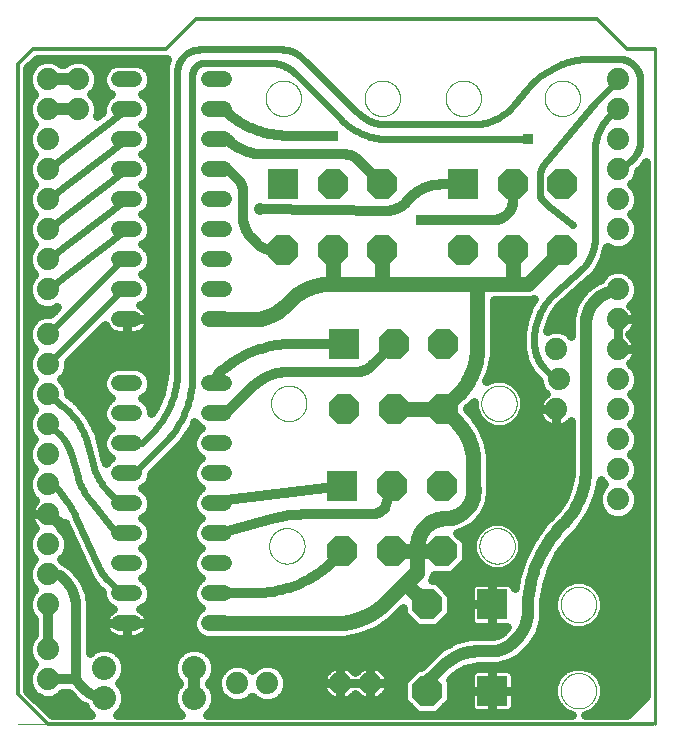
<source format=gtl>
G75*
%MOIN*%
%OFA0B0*%
%FSLAX25Y25*%
%IPPOS*%
%LPD*%
%AMOC8*
5,1,8,0,0,1.08239X$1,22.5*
%
%ADD10C,0.00000*%
%ADD11C,0.01000*%
%ADD12C,0.01200*%
%ADD13C,0.07400*%
%ADD14C,0.08000*%
%ADD15C,0.05200*%
%ADD16OC8,0.10000*%
%ADD17R,0.10000X0.10000*%
%ADD18C,0.02400*%
%ADD19C,0.03000*%
%ADD20C,0.04000*%
%ADD21R,0.03562X0.03562*%
%ADD22C,0.03200*%
%ADD23C,0.04143*%
%ADD24C,0.05600*%
%ADD25C,0.05000*%
%ADD26C,0.02200*%
%ADD27C,0.02700*%
D10*
X0005000Y0005000D02*
X0015000Y0005000D01*
X0208701Y0005000D01*
X0185959Y0016250D02*
X0185961Y0016403D01*
X0185967Y0016557D01*
X0185977Y0016710D01*
X0185991Y0016862D01*
X0186009Y0017015D01*
X0186031Y0017166D01*
X0186056Y0017317D01*
X0186086Y0017468D01*
X0186120Y0017618D01*
X0186157Y0017766D01*
X0186198Y0017914D01*
X0186243Y0018060D01*
X0186292Y0018206D01*
X0186345Y0018350D01*
X0186401Y0018492D01*
X0186461Y0018633D01*
X0186525Y0018773D01*
X0186592Y0018911D01*
X0186663Y0019047D01*
X0186738Y0019181D01*
X0186815Y0019313D01*
X0186897Y0019443D01*
X0186981Y0019571D01*
X0187069Y0019697D01*
X0187160Y0019820D01*
X0187254Y0019941D01*
X0187352Y0020059D01*
X0187452Y0020175D01*
X0187556Y0020288D01*
X0187662Y0020399D01*
X0187771Y0020507D01*
X0187883Y0020612D01*
X0187997Y0020713D01*
X0188115Y0020812D01*
X0188234Y0020908D01*
X0188356Y0021001D01*
X0188481Y0021090D01*
X0188608Y0021177D01*
X0188737Y0021259D01*
X0188868Y0021339D01*
X0189001Y0021415D01*
X0189136Y0021488D01*
X0189273Y0021557D01*
X0189412Y0021622D01*
X0189552Y0021684D01*
X0189694Y0021742D01*
X0189837Y0021797D01*
X0189982Y0021848D01*
X0190128Y0021895D01*
X0190275Y0021938D01*
X0190423Y0021977D01*
X0190572Y0022013D01*
X0190722Y0022044D01*
X0190873Y0022072D01*
X0191024Y0022096D01*
X0191177Y0022116D01*
X0191329Y0022132D01*
X0191482Y0022144D01*
X0191635Y0022152D01*
X0191788Y0022156D01*
X0191942Y0022156D01*
X0192095Y0022152D01*
X0192248Y0022144D01*
X0192401Y0022132D01*
X0192553Y0022116D01*
X0192706Y0022096D01*
X0192857Y0022072D01*
X0193008Y0022044D01*
X0193158Y0022013D01*
X0193307Y0021977D01*
X0193455Y0021938D01*
X0193602Y0021895D01*
X0193748Y0021848D01*
X0193893Y0021797D01*
X0194036Y0021742D01*
X0194178Y0021684D01*
X0194318Y0021622D01*
X0194457Y0021557D01*
X0194594Y0021488D01*
X0194729Y0021415D01*
X0194862Y0021339D01*
X0194993Y0021259D01*
X0195122Y0021177D01*
X0195249Y0021090D01*
X0195374Y0021001D01*
X0195496Y0020908D01*
X0195615Y0020812D01*
X0195733Y0020713D01*
X0195847Y0020612D01*
X0195959Y0020507D01*
X0196068Y0020399D01*
X0196174Y0020288D01*
X0196278Y0020175D01*
X0196378Y0020059D01*
X0196476Y0019941D01*
X0196570Y0019820D01*
X0196661Y0019697D01*
X0196749Y0019571D01*
X0196833Y0019443D01*
X0196915Y0019313D01*
X0196992Y0019181D01*
X0197067Y0019047D01*
X0197138Y0018911D01*
X0197205Y0018773D01*
X0197269Y0018633D01*
X0197329Y0018492D01*
X0197385Y0018350D01*
X0197438Y0018206D01*
X0197487Y0018060D01*
X0197532Y0017914D01*
X0197573Y0017766D01*
X0197610Y0017618D01*
X0197644Y0017468D01*
X0197674Y0017317D01*
X0197699Y0017166D01*
X0197721Y0017015D01*
X0197739Y0016862D01*
X0197753Y0016710D01*
X0197763Y0016557D01*
X0197769Y0016403D01*
X0197771Y0016250D01*
X0197769Y0016097D01*
X0197763Y0015943D01*
X0197753Y0015790D01*
X0197739Y0015638D01*
X0197721Y0015485D01*
X0197699Y0015334D01*
X0197674Y0015183D01*
X0197644Y0015032D01*
X0197610Y0014882D01*
X0197573Y0014734D01*
X0197532Y0014586D01*
X0197487Y0014440D01*
X0197438Y0014294D01*
X0197385Y0014150D01*
X0197329Y0014008D01*
X0197269Y0013867D01*
X0197205Y0013727D01*
X0197138Y0013589D01*
X0197067Y0013453D01*
X0196992Y0013319D01*
X0196915Y0013187D01*
X0196833Y0013057D01*
X0196749Y0012929D01*
X0196661Y0012803D01*
X0196570Y0012680D01*
X0196476Y0012559D01*
X0196378Y0012441D01*
X0196278Y0012325D01*
X0196174Y0012212D01*
X0196068Y0012101D01*
X0195959Y0011993D01*
X0195847Y0011888D01*
X0195733Y0011787D01*
X0195615Y0011688D01*
X0195496Y0011592D01*
X0195374Y0011499D01*
X0195249Y0011410D01*
X0195122Y0011323D01*
X0194993Y0011241D01*
X0194862Y0011161D01*
X0194729Y0011085D01*
X0194594Y0011012D01*
X0194457Y0010943D01*
X0194318Y0010878D01*
X0194178Y0010816D01*
X0194036Y0010758D01*
X0193893Y0010703D01*
X0193748Y0010652D01*
X0193602Y0010605D01*
X0193455Y0010562D01*
X0193307Y0010523D01*
X0193158Y0010487D01*
X0193008Y0010456D01*
X0192857Y0010428D01*
X0192706Y0010404D01*
X0192553Y0010384D01*
X0192401Y0010368D01*
X0192248Y0010356D01*
X0192095Y0010348D01*
X0191942Y0010344D01*
X0191788Y0010344D01*
X0191635Y0010348D01*
X0191482Y0010356D01*
X0191329Y0010368D01*
X0191177Y0010384D01*
X0191024Y0010404D01*
X0190873Y0010428D01*
X0190722Y0010456D01*
X0190572Y0010487D01*
X0190423Y0010523D01*
X0190275Y0010562D01*
X0190128Y0010605D01*
X0189982Y0010652D01*
X0189837Y0010703D01*
X0189694Y0010758D01*
X0189552Y0010816D01*
X0189412Y0010878D01*
X0189273Y0010943D01*
X0189136Y0011012D01*
X0189001Y0011085D01*
X0188868Y0011161D01*
X0188737Y0011241D01*
X0188608Y0011323D01*
X0188481Y0011410D01*
X0188356Y0011499D01*
X0188234Y0011592D01*
X0188115Y0011688D01*
X0187997Y0011787D01*
X0187883Y0011888D01*
X0187771Y0011993D01*
X0187662Y0012101D01*
X0187556Y0012212D01*
X0187452Y0012325D01*
X0187352Y0012441D01*
X0187254Y0012559D01*
X0187160Y0012680D01*
X0187069Y0012803D01*
X0186981Y0012929D01*
X0186897Y0013057D01*
X0186815Y0013187D01*
X0186738Y0013319D01*
X0186663Y0013453D01*
X0186592Y0013589D01*
X0186525Y0013727D01*
X0186461Y0013867D01*
X0186401Y0014008D01*
X0186345Y0014150D01*
X0186292Y0014294D01*
X0186243Y0014440D01*
X0186198Y0014586D01*
X0186157Y0014734D01*
X0186120Y0014882D01*
X0186086Y0015032D01*
X0186056Y0015183D01*
X0186031Y0015334D01*
X0186009Y0015485D01*
X0185991Y0015638D01*
X0185977Y0015790D01*
X0185967Y0015943D01*
X0185961Y0016097D01*
X0185959Y0016250D01*
X0185959Y0045000D02*
X0185961Y0045153D01*
X0185967Y0045307D01*
X0185977Y0045460D01*
X0185991Y0045612D01*
X0186009Y0045765D01*
X0186031Y0045916D01*
X0186056Y0046067D01*
X0186086Y0046218D01*
X0186120Y0046368D01*
X0186157Y0046516D01*
X0186198Y0046664D01*
X0186243Y0046810D01*
X0186292Y0046956D01*
X0186345Y0047100D01*
X0186401Y0047242D01*
X0186461Y0047383D01*
X0186525Y0047523D01*
X0186592Y0047661D01*
X0186663Y0047797D01*
X0186738Y0047931D01*
X0186815Y0048063D01*
X0186897Y0048193D01*
X0186981Y0048321D01*
X0187069Y0048447D01*
X0187160Y0048570D01*
X0187254Y0048691D01*
X0187352Y0048809D01*
X0187452Y0048925D01*
X0187556Y0049038D01*
X0187662Y0049149D01*
X0187771Y0049257D01*
X0187883Y0049362D01*
X0187997Y0049463D01*
X0188115Y0049562D01*
X0188234Y0049658D01*
X0188356Y0049751D01*
X0188481Y0049840D01*
X0188608Y0049927D01*
X0188737Y0050009D01*
X0188868Y0050089D01*
X0189001Y0050165D01*
X0189136Y0050238D01*
X0189273Y0050307D01*
X0189412Y0050372D01*
X0189552Y0050434D01*
X0189694Y0050492D01*
X0189837Y0050547D01*
X0189982Y0050598D01*
X0190128Y0050645D01*
X0190275Y0050688D01*
X0190423Y0050727D01*
X0190572Y0050763D01*
X0190722Y0050794D01*
X0190873Y0050822D01*
X0191024Y0050846D01*
X0191177Y0050866D01*
X0191329Y0050882D01*
X0191482Y0050894D01*
X0191635Y0050902D01*
X0191788Y0050906D01*
X0191942Y0050906D01*
X0192095Y0050902D01*
X0192248Y0050894D01*
X0192401Y0050882D01*
X0192553Y0050866D01*
X0192706Y0050846D01*
X0192857Y0050822D01*
X0193008Y0050794D01*
X0193158Y0050763D01*
X0193307Y0050727D01*
X0193455Y0050688D01*
X0193602Y0050645D01*
X0193748Y0050598D01*
X0193893Y0050547D01*
X0194036Y0050492D01*
X0194178Y0050434D01*
X0194318Y0050372D01*
X0194457Y0050307D01*
X0194594Y0050238D01*
X0194729Y0050165D01*
X0194862Y0050089D01*
X0194993Y0050009D01*
X0195122Y0049927D01*
X0195249Y0049840D01*
X0195374Y0049751D01*
X0195496Y0049658D01*
X0195615Y0049562D01*
X0195733Y0049463D01*
X0195847Y0049362D01*
X0195959Y0049257D01*
X0196068Y0049149D01*
X0196174Y0049038D01*
X0196278Y0048925D01*
X0196378Y0048809D01*
X0196476Y0048691D01*
X0196570Y0048570D01*
X0196661Y0048447D01*
X0196749Y0048321D01*
X0196833Y0048193D01*
X0196915Y0048063D01*
X0196992Y0047931D01*
X0197067Y0047797D01*
X0197138Y0047661D01*
X0197205Y0047523D01*
X0197269Y0047383D01*
X0197329Y0047242D01*
X0197385Y0047100D01*
X0197438Y0046956D01*
X0197487Y0046810D01*
X0197532Y0046664D01*
X0197573Y0046516D01*
X0197610Y0046368D01*
X0197644Y0046218D01*
X0197674Y0046067D01*
X0197699Y0045916D01*
X0197721Y0045765D01*
X0197739Y0045612D01*
X0197753Y0045460D01*
X0197763Y0045307D01*
X0197769Y0045153D01*
X0197771Y0045000D01*
X0197769Y0044847D01*
X0197763Y0044693D01*
X0197753Y0044540D01*
X0197739Y0044388D01*
X0197721Y0044235D01*
X0197699Y0044084D01*
X0197674Y0043933D01*
X0197644Y0043782D01*
X0197610Y0043632D01*
X0197573Y0043484D01*
X0197532Y0043336D01*
X0197487Y0043190D01*
X0197438Y0043044D01*
X0197385Y0042900D01*
X0197329Y0042758D01*
X0197269Y0042617D01*
X0197205Y0042477D01*
X0197138Y0042339D01*
X0197067Y0042203D01*
X0196992Y0042069D01*
X0196915Y0041937D01*
X0196833Y0041807D01*
X0196749Y0041679D01*
X0196661Y0041553D01*
X0196570Y0041430D01*
X0196476Y0041309D01*
X0196378Y0041191D01*
X0196278Y0041075D01*
X0196174Y0040962D01*
X0196068Y0040851D01*
X0195959Y0040743D01*
X0195847Y0040638D01*
X0195733Y0040537D01*
X0195615Y0040438D01*
X0195496Y0040342D01*
X0195374Y0040249D01*
X0195249Y0040160D01*
X0195122Y0040073D01*
X0194993Y0039991D01*
X0194862Y0039911D01*
X0194729Y0039835D01*
X0194594Y0039762D01*
X0194457Y0039693D01*
X0194318Y0039628D01*
X0194178Y0039566D01*
X0194036Y0039508D01*
X0193893Y0039453D01*
X0193748Y0039402D01*
X0193602Y0039355D01*
X0193455Y0039312D01*
X0193307Y0039273D01*
X0193158Y0039237D01*
X0193008Y0039206D01*
X0192857Y0039178D01*
X0192706Y0039154D01*
X0192553Y0039134D01*
X0192401Y0039118D01*
X0192248Y0039106D01*
X0192095Y0039098D01*
X0191942Y0039094D01*
X0191788Y0039094D01*
X0191635Y0039098D01*
X0191482Y0039106D01*
X0191329Y0039118D01*
X0191177Y0039134D01*
X0191024Y0039154D01*
X0190873Y0039178D01*
X0190722Y0039206D01*
X0190572Y0039237D01*
X0190423Y0039273D01*
X0190275Y0039312D01*
X0190128Y0039355D01*
X0189982Y0039402D01*
X0189837Y0039453D01*
X0189694Y0039508D01*
X0189552Y0039566D01*
X0189412Y0039628D01*
X0189273Y0039693D01*
X0189136Y0039762D01*
X0189001Y0039835D01*
X0188868Y0039911D01*
X0188737Y0039991D01*
X0188608Y0040073D01*
X0188481Y0040160D01*
X0188356Y0040249D01*
X0188234Y0040342D01*
X0188115Y0040438D01*
X0187997Y0040537D01*
X0187883Y0040638D01*
X0187771Y0040743D01*
X0187662Y0040851D01*
X0187556Y0040962D01*
X0187452Y0041075D01*
X0187352Y0041191D01*
X0187254Y0041309D01*
X0187160Y0041430D01*
X0187069Y0041553D01*
X0186981Y0041679D01*
X0186897Y0041807D01*
X0186815Y0041937D01*
X0186738Y0042069D01*
X0186663Y0042203D01*
X0186592Y0042339D01*
X0186525Y0042477D01*
X0186461Y0042617D01*
X0186401Y0042758D01*
X0186345Y0042900D01*
X0186292Y0043044D01*
X0186243Y0043190D01*
X0186198Y0043336D01*
X0186157Y0043484D01*
X0186120Y0043632D01*
X0186086Y0043782D01*
X0186056Y0043933D01*
X0186031Y0044084D01*
X0186009Y0044235D01*
X0185991Y0044388D01*
X0185977Y0044540D01*
X0185967Y0044693D01*
X0185961Y0044847D01*
X0185959Y0045000D01*
X0158848Y0064532D02*
X0158850Y0064685D01*
X0158856Y0064839D01*
X0158866Y0064992D01*
X0158880Y0065144D01*
X0158898Y0065297D01*
X0158920Y0065448D01*
X0158945Y0065599D01*
X0158975Y0065750D01*
X0159009Y0065900D01*
X0159046Y0066048D01*
X0159087Y0066196D01*
X0159132Y0066342D01*
X0159181Y0066488D01*
X0159234Y0066632D01*
X0159290Y0066774D01*
X0159350Y0066915D01*
X0159414Y0067055D01*
X0159481Y0067193D01*
X0159552Y0067329D01*
X0159627Y0067463D01*
X0159704Y0067595D01*
X0159786Y0067725D01*
X0159870Y0067853D01*
X0159958Y0067979D01*
X0160049Y0068102D01*
X0160143Y0068223D01*
X0160241Y0068341D01*
X0160341Y0068457D01*
X0160445Y0068570D01*
X0160551Y0068681D01*
X0160660Y0068789D01*
X0160772Y0068894D01*
X0160886Y0068995D01*
X0161004Y0069094D01*
X0161123Y0069190D01*
X0161245Y0069283D01*
X0161370Y0069372D01*
X0161497Y0069459D01*
X0161626Y0069541D01*
X0161757Y0069621D01*
X0161890Y0069697D01*
X0162025Y0069770D01*
X0162162Y0069839D01*
X0162301Y0069904D01*
X0162441Y0069966D01*
X0162583Y0070024D01*
X0162726Y0070079D01*
X0162871Y0070130D01*
X0163017Y0070177D01*
X0163164Y0070220D01*
X0163312Y0070259D01*
X0163461Y0070295D01*
X0163611Y0070326D01*
X0163762Y0070354D01*
X0163913Y0070378D01*
X0164066Y0070398D01*
X0164218Y0070414D01*
X0164371Y0070426D01*
X0164524Y0070434D01*
X0164677Y0070438D01*
X0164831Y0070438D01*
X0164984Y0070434D01*
X0165137Y0070426D01*
X0165290Y0070414D01*
X0165442Y0070398D01*
X0165595Y0070378D01*
X0165746Y0070354D01*
X0165897Y0070326D01*
X0166047Y0070295D01*
X0166196Y0070259D01*
X0166344Y0070220D01*
X0166491Y0070177D01*
X0166637Y0070130D01*
X0166782Y0070079D01*
X0166925Y0070024D01*
X0167067Y0069966D01*
X0167207Y0069904D01*
X0167346Y0069839D01*
X0167483Y0069770D01*
X0167618Y0069697D01*
X0167751Y0069621D01*
X0167882Y0069541D01*
X0168011Y0069459D01*
X0168138Y0069372D01*
X0168263Y0069283D01*
X0168385Y0069190D01*
X0168504Y0069094D01*
X0168622Y0068995D01*
X0168736Y0068894D01*
X0168848Y0068789D01*
X0168957Y0068681D01*
X0169063Y0068570D01*
X0169167Y0068457D01*
X0169267Y0068341D01*
X0169365Y0068223D01*
X0169459Y0068102D01*
X0169550Y0067979D01*
X0169638Y0067853D01*
X0169722Y0067725D01*
X0169804Y0067595D01*
X0169881Y0067463D01*
X0169956Y0067329D01*
X0170027Y0067193D01*
X0170094Y0067055D01*
X0170158Y0066915D01*
X0170218Y0066774D01*
X0170274Y0066632D01*
X0170327Y0066488D01*
X0170376Y0066342D01*
X0170421Y0066196D01*
X0170462Y0066048D01*
X0170499Y0065900D01*
X0170533Y0065750D01*
X0170563Y0065599D01*
X0170588Y0065448D01*
X0170610Y0065297D01*
X0170628Y0065144D01*
X0170642Y0064992D01*
X0170652Y0064839D01*
X0170658Y0064685D01*
X0170660Y0064532D01*
X0170658Y0064379D01*
X0170652Y0064225D01*
X0170642Y0064072D01*
X0170628Y0063920D01*
X0170610Y0063767D01*
X0170588Y0063616D01*
X0170563Y0063465D01*
X0170533Y0063314D01*
X0170499Y0063164D01*
X0170462Y0063016D01*
X0170421Y0062868D01*
X0170376Y0062722D01*
X0170327Y0062576D01*
X0170274Y0062432D01*
X0170218Y0062290D01*
X0170158Y0062149D01*
X0170094Y0062009D01*
X0170027Y0061871D01*
X0169956Y0061735D01*
X0169881Y0061601D01*
X0169804Y0061469D01*
X0169722Y0061339D01*
X0169638Y0061211D01*
X0169550Y0061085D01*
X0169459Y0060962D01*
X0169365Y0060841D01*
X0169267Y0060723D01*
X0169167Y0060607D01*
X0169063Y0060494D01*
X0168957Y0060383D01*
X0168848Y0060275D01*
X0168736Y0060170D01*
X0168622Y0060069D01*
X0168504Y0059970D01*
X0168385Y0059874D01*
X0168263Y0059781D01*
X0168138Y0059692D01*
X0168011Y0059605D01*
X0167882Y0059523D01*
X0167751Y0059443D01*
X0167618Y0059367D01*
X0167483Y0059294D01*
X0167346Y0059225D01*
X0167207Y0059160D01*
X0167067Y0059098D01*
X0166925Y0059040D01*
X0166782Y0058985D01*
X0166637Y0058934D01*
X0166491Y0058887D01*
X0166344Y0058844D01*
X0166196Y0058805D01*
X0166047Y0058769D01*
X0165897Y0058738D01*
X0165746Y0058710D01*
X0165595Y0058686D01*
X0165442Y0058666D01*
X0165290Y0058650D01*
X0165137Y0058638D01*
X0164984Y0058630D01*
X0164831Y0058626D01*
X0164677Y0058626D01*
X0164524Y0058630D01*
X0164371Y0058638D01*
X0164218Y0058650D01*
X0164066Y0058666D01*
X0163913Y0058686D01*
X0163762Y0058710D01*
X0163611Y0058738D01*
X0163461Y0058769D01*
X0163312Y0058805D01*
X0163164Y0058844D01*
X0163017Y0058887D01*
X0162871Y0058934D01*
X0162726Y0058985D01*
X0162583Y0059040D01*
X0162441Y0059098D01*
X0162301Y0059160D01*
X0162162Y0059225D01*
X0162025Y0059294D01*
X0161890Y0059367D01*
X0161757Y0059443D01*
X0161626Y0059523D01*
X0161497Y0059605D01*
X0161370Y0059692D01*
X0161245Y0059781D01*
X0161123Y0059874D01*
X0161004Y0059970D01*
X0160886Y0060069D01*
X0160772Y0060170D01*
X0160660Y0060275D01*
X0160551Y0060383D01*
X0160445Y0060494D01*
X0160341Y0060607D01*
X0160241Y0060723D01*
X0160143Y0060841D01*
X0160049Y0060962D01*
X0159958Y0061085D01*
X0159870Y0061211D01*
X0159786Y0061339D01*
X0159704Y0061469D01*
X0159627Y0061601D01*
X0159552Y0061735D01*
X0159481Y0061871D01*
X0159414Y0062009D01*
X0159350Y0062149D01*
X0159290Y0062290D01*
X0159234Y0062432D01*
X0159181Y0062576D01*
X0159132Y0062722D01*
X0159087Y0062868D01*
X0159046Y0063016D01*
X0159009Y0063164D01*
X0158975Y0063314D01*
X0158945Y0063465D01*
X0158920Y0063616D01*
X0158898Y0063767D01*
X0158880Y0063920D01*
X0158866Y0064072D01*
X0158856Y0064225D01*
X0158850Y0064379D01*
X0158848Y0064532D01*
X0159473Y0112032D02*
X0159475Y0112185D01*
X0159481Y0112339D01*
X0159491Y0112492D01*
X0159505Y0112644D01*
X0159523Y0112797D01*
X0159545Y0112948D01*
X0159570Y0113099D01*
X0159600Y0113250D01*
X0159634Y0113400D01*
X0159671Y0113548D01*
X0159712Y0113696D01*
X0159757Y0113842D01*
X0159806Y0113988D01*
X0159859Y0114132D01*
X0159915Y0114274D01*
X0159975Y0114415D01*
X0160039Y0114555D01*
X0160106Y0114693D01*
X0160177Y0114829D01*
X0160252Y0114963D01*
X0160329Y0115095D01*
X0160411Y0115225D01*
X0160495Y0115353D01*
X0160583Y0115479D01*
X0160674Y0115602D01*
X0160768Y0115723D01*
X0160866Y0115841D01*
X0160966Y0115957D01*
X0161070Y0116070D01*
X0161176Y0116181D01*
X0161285Y0116289D01*
X0161397Y0116394D01*
X0161511Y0116495D01*
X0161629Y0116594D01*
X0161748Y0116690D01*
X0161870Y0116783D01*
X0161995Y0116872D01*
X0162122Y0116959D01*
X0162251Y0117041D01*
X0162382Y0117121D01*
X0162515Y0117197D01*
X0162650Y0117270D01*
X0162787Y0117339D01*
X0162926Y0117404D01*
X0163066Y0117466D01*
X0163208Y0117524D01*
X0163351Y0117579D01*
X0163496Y0117630D01*
X0163642Y0117677D01*
X0163789Y0117720D01*
X0163937Y0117759D01*
X0164086Y0117795D01*
X0164236Y0117826D01*
X0164387Y0117854D01*
X0164538Y0117878D01*
X0164691Y0117898D01*
X0164843Y0117914D01*
X0164996Y0117926D01*
X0165149Y0117934D01*
X0165302Y0117938D01*
X0165456Y0117938D01*
X0165609Y0117934D01*
X0165762Y0117926D01*
X0165915Y0117914D01*
X0166067Y0117898D01*
X0166220Y0117878D01*
X0166371Y0117854D01*
X0166522Y0117826D01*
X0166672Y0117795D01*
X0166821Y0117759D01*
X0166969Y0117720D01*
X0167116Y0117677D01*
X0167262Y0117630D01*
X0167407Y0117579D01*
X0167550Y0117524D01*
X0167692Y0117466D01*
X0167832Y0117404D01*
X0167971Y0117339D01*
X0168108Y0117270D01*
X0168243Y0117197D01*
X0168376Y0117121D01*
X0168507Y0117041D01*
X0168636Y0116959D01*
X0168763Y0116872D01*
X0168888Y0116783D01*
X0169010Y0116690D01*
X0169129Y0116594D01*
X0169247Y0116495D01*
X0169361Y0116394D01*
X0169473Y0116289D01*
X0169582Y0116181D01*
X0169688Y0116070D01*
X0169792Y0115957D01*
X0169892Y0115841D01*
X0169990Y0115723D01*
X0170084Y0115602D01*
X0170175Y0115479D01*
X0170263Y0115353D01*
X0170347Y0115225D01*
X0170429Y0115095D01*
X0170506Y0114963D01*
X0170581Y0114829D01*
X0170652Y0114693D01*
X0170719Y0114555D01*
X0170783Y0114415D01*
X0170843Y0114274D01*
X0170899Y0114132D01*
X0170952Y0113988D01*
X0171001Y0113842D01*
X0171046Y0113696D01*
X0171087Y0113548D01*
X0171124Y0113400D01*
X0171158Y0113250D01*
X0171188Y0113099D01*
X0171213Y0112948D01*
X0171235Y0112797D01*
X0171253Y0112644D01*
X0171267Y0112492D01*
X0171277Y0112339D01*
X0171283Y0112185D01*
X0171285Y0112032D01*
X0171283Y0111879D01*
X0171277Y0111725D01*
X0171267Y0111572D01*
X0171253Y0111420D01*
X0171235Y0111267D01*
X0171213Y0111116D01*
X0171188Y0110965D01*
X0171158Y0110814D01*
X0171124Y0110664D01*
X0171087Y0110516D01*
X0171046Y0110368D01*
X0171001Y0110222D01*
X0170952Y0110076D01*
X0170899Y0109932D01*
X0170843Y0109790D01*
X0170783Y0109649D01*
X0170719Y0109509D01*
X0170652Y0109371D01*
X0170581Y0109235D01*
X0170506Y0109101D01*
X0170429Y0108969D01*
X0170347Y0108839D01*
X0170263Y0108711D01*
X0170175Y0108585D01*
X0170084Y0108462D01*
X0169990Y0108341D01*
X0169892Y0108223D01*
X0169792Y0108107D01*
X0169688Y0107994D01*
X0169582Y0107883D01*
X0169473Y0107775D01*
X0169361Y0107670D01*
X0169247Y0107569D01*
X0169129Y0107470D01*
X0169010Y0107374D01*
X0168888Y0107281D01*
X0168763Y0107192D01*
X0168636Y0107105D01*
X0168507Y0107023D01*
X0168376Y0106943D01*
X0168243Y0106867D01*
X0168108Y0106794D01*
X0167971Y0106725D01*
X0167832Y0106660D01*
X0167692Y0106598D01*
X0167550Y0106540D01*
X0167407Y0106485D01*
X0167262Y0106434D01*
X0167116Y0106387D01*
X0166969Y0106344D01*
X0166821Y0106305D01*
X0166672Y0106269D01*
X0166522Y0106238D01*
X0166371Y0106210D01*
X0166220Y0106186D01*
X0166067Y0106166D01*
X0165915Y0106150D01*
X0165762Y0106138D01*
X0165609Y0106130D01*
X0165456Y0106126D01*
X0165302Y0106126D01*
X0165149Y0106130D01*
X0164996Y0106138D01*
X0164843Y0106150D01*
X0164691Y0106166D01*
X0164538Y0106186D01*
X0164387Y0106210D01*
X0164236Y0106238D01*
X0164086Y0106269D01*
X0163937Y0106305D01*
X0163789Y0106344D01*
X0163642Y0106387D01*
X0163496Y0106434D01*
X0163351Y0106485D01*
X0163208Y0106540D01*
X0163066Y0106598D01*
X0162926Y0106660D01*
X0162787Y0106725D01*
X0162650Y0106794D01*
X0162515Y0106867D01*
X0162382Y0106943D01*
X0162251Y0107023D01*
X0162122Y0107105D01*
X0161995Y0107192D01*
X0161870Y0107281D01*
X0161748Y0107374D01*
X0161629Y0107470D01*
X0161511Y0107569D01*
X0161397Y0107670D01*
X0161285Y0107775D01*
X0161176Y0107883D01*
X0161070Y0107994D01*
X0160966Y0108107D01*
X0160866Y0108223D01*
X0160768Y0108341D01*
X0160674Y0108462D01*
X0160583Y0108585D01*
X0160495Y0108711D01*
X0160411Y0108839D01*
X0160329Y0108969D01*
X0160252Y0109101D01*
X0160177Y0109235D01*
X0160106Y0109371D01*
X0160039Y0109509D01*
X0159975Y0109649D01*
X0159915Y0109790D01*
X0159859Y0109932D01*
X0159806Y0110076D01*
X0159757Y0110222D01*
X0159712Y0110368D01*
X0159671Y0110516D01*
X0159634Y0110664D01*
X0159600Y0110814D01*
X0159570Y0110965D01*
X0159545Y0111116D01*
X0159523Y0111267D01*
X0159505Y0111420D01*
X0159491Y0111572D01*
X0159481Y0111725D01*
X0159475Y0111879D01*
X0159473Y0112032D01*
X0089394Y0112032D02*
X0089396Y0112185D01*
X0089402Y0112339D01*
X0089412Y0112492D01*
X0089426Y0112644D01*
X0089444Y0112797D01*
X0089466Y0112948D01*
X0089491Y0113099D01*
X0089521Y0113250D01*
X0089555Y0113400D01*
X0089592Y0113548D01*
X0089633Y0113696D01*
X0089678Y0113842D01*
X0089727Y0113988D01*
X0089780Y0114132D01*
X0089836Y0114274D01*
X0089896Y0114415D01*
X0089960Y0114555D01*
X0090027Y0114693D01*
X0090098Y0114829D01*
X0090173Y0114963D01*
X0090250Y0115095D01*
X0090332Y0115225D01*
X0090416Y0115353D01*
X0090504Y0115479D01*
X0090595Y0115602D01*
X0090689Y0115723D01*
X0090787Y0115841D01*
X0090887Y0115957D01*
X0090991Y0116070D01*
X0091097Y0116181D01*
X0091206Y0116289D01*
X0091318Y0116394D01*
X0091432Y0116495D01*
X0091550Y0116594D01*
X0091669Y0116690D01*
X0091791Y0116783D01*
X0091916Y0116872D01*
X0092043Y0116959D01*
X0092172Y0117041D01*
X0092303Y0117121D01*
X0092436Y0117197D01*
X0092571Y0117270D01*
X0092708Y0117339D01*
X0092847Y0117404D01*
X0092987Y0117466D01*
X0093129Y0117524D01*
X0093272Y0117579D01*
X0093417Y0117630D01*
X0093563Y0117677D01*
X0093710Y0117720D01*
X0093858Y0117759D01*
X0094007Y0117795D01*
X0094157Y0117826D01*
X0094308Y0117854D01*
X0094459Y0117878D01*
X0094612Y0117898D01*
X0094764Y0117914D01*
X0094917Y0117926D01*
X0095070Y0117934D01*
X0095223Y0117938D01*
X0095377Y0117938D01*
X0095530Y0117934D01*
X0095683Y0117926D01*
X0095836Y0117914D01*
X0095988Y0117898D01*
X0096141Y0117878D01*
X0096292Y0117854D01*
X0096443Y0117826D01*
X0096593Y0117795D01*
X0096742Y0117759D01*
X0096890Y0117720D01*
X0097037Y0117677D01*
X0097183Y0117630D01*
X0097328Y0117579D01*
X0097471Y0117524D01*
X0097613Y0117466D01*
X0097753Y0117404D01*
X0097892Y0117339D01*
X0098029Y0117270D01*
X0098164Y0117197D01*
X0098297Y0117121D01*
X0098428Y0117041D01*
X0098557Y0116959D01*
X0098684Y0116872D01*
X0098809Y0116783D01*
X0098931Y0116690D01*
X0099050Y0116594D01*
X0099168Y0116495D01*
X0099282Y0116394D01*
X0099394Y0116289D01*
X0099503Y0116181D01*
X0099609Y0116070D01*
X0099713Y0115957D01*
X0099813Y0115841D01*
X0099911Y0115723D01*
X0100005Y0115602D01*
X0100096Y0115479D01*
X0100184Y0115353D01*
X0100268Y0115225D01*
X0100350Y0115095D01*
X0100427Y0114963D01*
X0100502Y0114829D01*
X0100573Y0114693D01*
X0100640Y0114555D01*
X0100704Y0114415D01*
X0100764Y0114274D01*
X0100820Y0114132D01*
X0100873Y0113988D01*
X0100922Y0113842D01*
X0100967Y0113696D01*
X0101008Y0113548D01*
X0101045Y0113400D01*
X0101079Y0113250D01*
X0101109Y0113099D01*
X0101134Y0112948D01*
X0101156Y0112797D01*
X0101174Y0112644D01*
X0101188Y0112492D01*
X0101198Y0112339D01*
X0101204Y0112185D01*
X0101206Y0112032D01*
X0101204Y0111879D01*
X0101198Y0111725D01*
X0101188Y0111572D01*
X0101174Y0111420D01*
X0101156Y0111267D01*
X0101134Y0111116D01*
X0101109Y0110965D01*
X0101079Y0110814D01*
X0101045Y0110664D01*
X0101008Y0110516D01*
X0100967Y0110368D01*
X0100922Y0110222D01*
X0100873Y0110076D01*
X0100820Y0109932D01*
X0100764Y0109790D01*
X0100704Y0109649D01*
X0100640Y0109509D01*
X0100573Y0109371D01*
X0100502Y0109235D01*
X0100427Y0109101D01*
X0100350Y0108969D01*
X0100268Y0108839D01*
X0100184Y0108711D01*
X0100096Y0108585D01*
X0100005Y0108462D01*
X0099911Y0108341D01*
X0099813Y0108223D01*
X0099713Y0108107D01*
X0099609Y0107994D01*
X0099503Y0107883D01*
X0099394Y0107775D01*
X0099282Y0107670D01*
X0099168Y0107569D01*
X0099050Y0107470D01*
X0098931Y0107374D01*
X0098809Y0107281D01*
X0098684Y0107192D01*
X0098557Y0107105D01*
X0098428Y0107023D01*
X0098297Y0106943D01*
X0098164Y0106867D01*
X0098029Y0106794D01*
X0097892Y0106725D01*
X0097753Y0106660D01*
X0097613Y0106598D01*
X0097471Y0106540D01*
X0097328Y0106485D01*
X0097183Y0106434D01*
X0097037Y0106387D01*
X0096890Y0106344D01*
X0096742Y0106305D01*
X0096593Y0106269D01*
X0096443Y0106238D01*
X0096292Y0106210D01*
X0096141Y0106186D01*
X0095988Y0106166D01*
X0095836Y0106150D01*
X0095683Y0106138D01*
X0095530Y0106130D01*
X0095377Y0106126D01*
X0095223Y0106126D01*
X0095070Y0106130D01*
X0094917Y0106138D01*
X0094764Y0106150D01*
X0094612Y0106166D01*
X0094459Y0106186D01*
X0094308Y0106210D01*
X0094157Y0106238D01*
X0094007Y0106269D01*
X0093858Y0106305D01*
X0093710Y0106344D01*
X0093563Y0106387D01*
X0093417Y0106434D01*
X0093272Y0106485D01*
X0093129Y0106540D01*
X0092987Y0106598D01*
X0092847Y0106660D01*
X0092708Y0106725D01*
X0092571Y0106794D01*
X0092436Y0106867D01*
X0092303Y0106943D01*
X0092172Y0107023D01*
X0092043Y0107105D01*
X0091916Y0107192D01*
X0091791Y0107281D01*
X0091669Y0107374D01*
X0091550Y0107470D01*
X0091432Y0107569D01*
X0091318Y0107670D01*
X0091206Y0107775D01*
X0091097Y0107883D01*
X0090991Y0107994D01*
X0090887Y0108107D01*
X0090787Y0108223D01*
X0090689Y0108341D01*
X0090595Y0108462D01*
X0090504Y0108585D01*
X0090416Y0108711D01*
X0090332Y0108839D01*
X0090250Y0108969D01*
X0090173Y0109101D01*
X0090098Y0109235D01*
X0090027Y0109371D01*
X0089960Y0109509D01*
X0089896Y0109649D01*
X0089836Y0109790D01*
X0089780Y0109932D01*
X0089727Y0110076D01*
X0089678Y0110222D01*
X0089633Y0110368D01*
X0089592Y0110516D01*
X0089555Y0110664D01*
X0089521Y0110814D01*
X0089491Y0110965D01*
X0089466Y0111116D01*
X0089444Y0111267D01*
X0089426Y0111420D01*
X0089412Y0111572D01*
X0089402Y0111725D01*
X0089396Y0111879D01*
X0089394Y0112032D01*
X0088769Y0064532D02*
X0088771Y0064685D01*
X0088777Y0064839D01*
X0088787Y0064992D01*
X0088801Y0065144D01*
X0088819Y0065297D01*
X0088841Y0065448D01*
X0088866Y0065599D01*
X0088896Y0065750D01*
X0088930Y0065900D01*
X0088967Y0066048D01*
X0089008Y0066196D01*
X0089053Y0066342D01*
X0089102Y0066488D01*
X0089155Y0066632D01*
X0089211Y0066774D01*
X0089271Y0066915D01*
X0089335Y0067055D01*
X0089402Y0067193D01*
X0089473Y0067329D01*
X0089548Y0067463D01*
X0089625Y0067595D01*
X0089707Y0067725D01*
X0089791Y0067853D01*
X0089879Y0067979D01*
X0089970Y0068102D01*
X0090064Y0068223D01*
X0090162Y0068341D01*
X0090262Y0068457D01*
X0090366Y0068570D01*
X0090472Y0068681D01*
X0090581Y0068789D01*
X0090693Y0068894D01*
X0090807Y0068995D01*
X0090925Y0069094D01*
X0091044Y0069190D01*
X0091166Y0069283D01*
X0091291Y0069372D01*
X0091418Y0069459D01*
X0091547Y0069541D01*
X0091678Y0069621D01*
X0091811Y0069697D01*
X0091946Y0069770D01*
X0092083Y0069839D01*
X0092222Y0069904D01*
X0092362Y0069966D01*
X0092504Y0070024D01*
X0092647Y0070079D01*
X0092792Y0070130D01*
X0092938Y0070177D01*
X0093085Y0070220D01*
X0093233Y0070259D01*
X0093382Y0070295D01*
X0093532Y0070326D01*
X0093683Y0070354D01*
X0093834Y0070378D01*
X0093987Y0070398D01*
X0094139Y0070414D01*
X0094292Y0070426D01*
X0094445Y0070434D01*
X0094598Y0070438D01*
X0094752Y0070438D01*
X0094905Y0070434D01*
X0095058Y0070426D01*
X0095211Y0070414D01*
X0095363Y0070398D01*
X0095516Y0070378D01*
X0095667Y0070354D01*
X0095818Y0070326D01*
X0095968Y0070295D01*
X0096117Y0070259D01*
X0096265Y0070220D01*
X0096412Y0070177D01*
X0096558Y0070130D01*
X0096703Y0070079D01*
X0096846Y0070024D01*
X0096988Y0069966D01*
X0097128Y0069904D01*
X0097267Y0069839D01*
X0097404Y0069770D01*
X0097539Y0069697D01*
X0097672Y0069621D01*
X0097803Y0069541D01*
X0097932Y0069459D01*
X0098059Y0069372D01*
X0098184Y0069283D01*
X0098306Y0069190D01*
X0098425Y0069094D01*
X0098543Y0068995D01*
X0098657Y0068894D01*
X0098769Y0068789D01*
X0098878Y0068681D01*
X0098984Y0068570D01*
X0099088Y0068457D01*
X0099188Y0068341D01*
X0099286Y0068223D01*
X0099380Y0068102D01*
X0099471Y0067979D01*
X0099559Y0067853D01*
X0099643Y0067725D01*
X0099725Y0067595D01*
X0099802Y0067463D01*
X0099877Y0067329D01*
X0099948Y0067193D01*
X0100015Y0067055D01*
X0100079Y0066915D01*
X0100139Y0066774D01*
X0100195Y0066632D01*
X0100248Y0066488D01*
X0100297Y0066342D01*
X0100342Y0066196D01*
X0100383Y0066048D01*
X0100420Y0065900D01*
X0100454Y0065750D01*
X0100484Y0065599D01*
X0100509Y0065448D01*
X0100531Y0065297D01*
X0100549Y0065144D01*
X0100563Y0064992D01*
X0100573Y0064839D01*
X0100579Y0064685D01*
X0100581Y0064532D01*
X0100579Y0064379D01*
X0100573Y0064225D01*
X0100563Y0064072D01*
X0100549Y0063920D01*
X0100531Y0063767D01*
X0100509Y0063616D01*
X0100484Y0063465D01*
X0100454Y0063314D01*
X0100420Y0063164D01*
X0100383Y0063016D01*
X0100342Y0062868D01*
X0100297Y0062722D01*
X0100248Y0062576D01*
X0100195Y0062432D01*
X0100139Y0062290D01*
X0100079Y0062149D01*
X0100015Y0062009D01*
X0099948Y0061871D01*
X0099877Y0061735D01*
X0099802Y0061601D01*
X0099725Y0061469D01*
X0099643Y0061339D01*
X0099559Y0061211D01*
X0099471Y0061085D01*
X0099380Y0060962D01*
X0099286Y0060841D01*
X0099188Y0060723D01*
X0099088Y0060607D01*
X0098984Y0060494D01*
X0098878Y0060383D01*
X0098769Y0060275D01*
X0098657Y0060170D01*
X0098543Y0060069D01*
X0098425Y0059970D01*
X0098306Y0059874D01*
X0098184Y0059781D01*
X0098059Y0059692D01*
X0097932Y0059605D01*
X0097803Y0059523D01*
X0097672Y0059443D01*
X0097539Y0059367D01*
X0097404Y0059294D01*
X0097267Y0059225D01*
X0097128Y0059160D01*
X0096988Y0059098D01*
X0096846Y0059040D01*
X0096703Y0058985D01*
X0096558Y0058934D01*
X0096412Y0058887D01*
X0096265Y0058844D01*
X0096117Y0058805D01*
X0095968Y0058769D01*
X0095818Y0058738D01*
X0095667Y0058710D01*
X0095516Y0058686D01*
X0095363Y0058666D01*
X0095211Y0058650D01*
X0095058Y0058638D01*
X0094905Y0058630D01*
X0094752Y0058626D01*
X0094598Y0058626D01*
X0094445Y0058630D01*
X0094292Y0058638D01*
X0094139Y0058650D01*
X0093987Y0058666D01*
X0093834Y0058686D01*
X0093683Y0058710D01*
X0093532Y0058738D01*
X0093382Y0058769D01*
X0093233Y0058805D01*
X0093085Y0058844D01*
X0092938Y0058887D01*
X0092792Y0058934D01*
X0092647Y0058985D01*
X0092504Y0059040D01*
X0092362Y0059098D01*
X0092222Y0059160D01*
X0092083Y0059225D01*
X0091946Y0059294D01*
X0091811Y0059367D01*
X0091678Y0059443D01*
X0091547Y0059523D01*
X0091418Y0059605D01*
X0091291Y0059692D01*
X0091166Y0059781D01*
X0091044Y0059874D01*
X0090925Y0059970D01*
X0090807Y0060069D01*
X0090693Y0060170D01*
X0090581Y0060275D01*
X0090472Y0060383D01*
X0090366Y0060494D01*
X0090262Y0060607D01*
X0090162Y0060723D01*
X0090064Y0060841D01*
X0089970Y0060962D01*
X0089879Y0061085D01*
X0089791Y0061211D01*
X0089707Y0061339D01*
X0089625Y0061469D01*
X0089548Y0061601D01*
X0089473Y0061735D01*
X0089402Y0061871D01*
X0089335Y0062009D01*
X0089271Y0062149D01*
X0089211Y0062290D01*
X0089155Y0062432D01*
X0089102Y0062576D01*
X0089053Y0062722D01*
X0089008Y0062868D01*
X0088967Y0063016D01*
X0088930Y0063164D01*
X0088896Y0063314D01*
X0088866Y0063465D01*
X0088841Y0063616D01*
X0088819Y0063767D01*
X0088801Y0063920D01*
X0088787Y0064072D01*
X0088777Y0064225D01*
X0088771Y0064379D01*
X0088769Y0064532D01*
X0087594Y0213740D02*
X0087596Y0213893D01*
X0087602Y0214047D01*
X0087612Y0214200D01*
X0087626Y0214352D01*
X0087644Y0214505D01*
X0087666Y0214656D01*
X0087691Y0214807D01*
X0087721Y0214958D01*
X0087755Y0215108D01*
X0087792Y0215256D01*
X0087833Y0215404D01*
X0087878Y0215550D01*
X0087927Y0215696D01*
X0087980Y0215840D01*
X0088036Y0215982D01*
X0088096Y0216123D01*
X0088160Y0216263D01*
X0088227Y0216401D01*
X0088298Y0216537D01*
X0088373Y0216671D01*
X0088450Y0216803D01*
X0088532Y0216933D01*
X0088616Y0217061D01*
X0088704Y0217187D01*
X0088795Y0217310D01*
X0088889Y0217431D01*
X0088987Y0217549D01*
X0089087Y0217665D01*
X0089191Y0217778D01*
X0089297Y0217889D01*
X0089406Y0217997D01*
X0089518Y0218102D01*
X0089632Y0218203D01*
X0089750Y0218302D01*
X0089869Y0218398D01*
X0089991Y0218491D01*
X0090116Y0218580D01*
X0090243Y0218667D01*
X0090372Y0218749D01*
X0090503Y0218829D01*
X0090636Y0218905D01*
X0090771Y0218978D01*
X0090908Y0219047D01*
X0091047Y0219112D01*
X0091187Y0219174D01*
X0091329Y0219232D01*
X0091472Y0219287D01*
X0091617Y0219338D01*
X0091763Y0219385D01*
X0091910Y0219428D01*
X0092058Y0219467D01*
X0092207Y0219503D01*
X0092357Y0219534D01*
X0092508Y0219562D01*
X0092659Y0219586D01*
X0092812Y0219606D01*
X0092964Y0219622D01*
X0093117Y0219634D01*
X0093270Y0219642D01*
X0093423Y0219646D01*
X0093577Y0219646D01*
X0093730Y0219642D01*
X0093883Y0219634D01*
X0094036Y0219622D01*
X0094188Y0219606D01*
X0094341Y0219586D01*
X0094492Y0219562D01*
X0094643Y0219534D01*
X0094793Y0219503D01*
X0094942Y0219467D01*
X0095090Y0219428D01*
X0095237Y0219385D01*
X0095383Y0219338D01*
X0095528Y0219287D01*
X0095671Y0219232D01*
X0095813Y0219174D01*
X0095953Y0219112D01*
X0096092Y0219047D01*
X0096229Y0218978D01*
X0096364Y0218905D01*
X0096497Y0218829D01*
X0096628Y0218749D01*
X0096757Y0218667D01*
X0096884Y0218580D01*
X0097009Y0218491D01*
X0097131Y0218398D01*
X0097250Y0218302D01*
X0097368Y0218203D01*
X0097482Y0218102D01*
X0097594Y0217997D01*
X0097703Y0217889D01*
X0097809Y0217778D01*
X0097913Y0217665D01*
X0098013Y0217549D01*
X0098111Y0217431D01*
X0098205Y0217310D01*
X0098296Y0217187D01*
X0098384Y0217061D01*
X0098468Y0216933D01*
X0098550Y0216803D01*
X0098627Y0216671D01*
X0098702Y0216537D01*
X0098773Y0216401D01*
X0098840Y0216263D01*
X0098904Y0216123D01*
X0098964Y0215982D01*
X0099020Y0215840D01*
X0099073Y0215696D01*
X0099122Y0215550D01*
X0099167Y0215404D01*
X0099208Y0215256D01*
X0099245Y0215108D01*
X0099279Y0214958D01*
X0099309Y0214807D01*
X0099334Y0214656D01*
X0099356Y0214505D01*
X0099374Y0214352D01*
X0099388Y0214200D01*
X0099398Y0214047D01*
X0099404Y0213893D01*
X0099406Y0213740D01*
X0099404Y0213587D01*
X0099398Y0213433D01*
X0099388Y0213280D01*
X0099374Y0213128D01*
X0099356Y0212975D01*
X0099334Y0212824D01*
X0099309Y0212673D01*
X0099279Y0212522D01*
X0099245Y0212372D01*
X0099208Y0212224D01*
X0099167Y0212076D01*
X0099122Y0211930D01*
X0099073Y0211784D01*
X0099020Y0211640D01*
X0098964Y0211498D01*
X0098904Y0211357D01*
X0098840Y0211217D01*
X0098773Y0211079D01*
X0098702Y0210943D01*
X0098627Y0210809D01*
X0098550Y0210677D01*
X0098468Y0210547D01*
X0098384Y0210419D01*
X0098296Y0210293D01*
X0098205Y0210170D01*
X0098111Y0210049D01*
X0098013Y0209931D01*
X0097913Y0209815D01*
X0097809Y0209702D01*
X0097703Y0209591D01*
X0097594Y0209483D01*
X0097482Y0209378D01*
X0097368Y0209277D01*
X0097250Y0209178D01*
X0097131Y0209082D01*
X0097009Y0208989D01*
X0096884Y0208900D01*
X0096757Y0208813D01*
X0096628Y0208731D01*
X0096497Y0208651D01*
X0096364Y0208575D01*
X0096229Y0208502D01*
X0096092Y0208433D01*
X0095953Y0208368D01*
X0095813Y0208306D01*
X0095671Y0208248D01*
X0095528Y0208193D01*
X0095383Y0208142D01*
X0095237Y0208095D01*
X0095090Y0208052D01*
X0094942Y0208013D01*
X0094793Y0207977D01*
X0094643Y0207946D01*
X0094492Y0207918D01*
X0094341Y0207894D01*
X0094188Y0207874D01*
X0094036Y0207858D01*
X0093883Y0207846D01*
X0093730Y0207838D01*
X0093577Y0207834D01*
X0093423Y0207834D01*
X0093270Y0207838D01*
X0093117Y0207846D01*
X0092964Y0207858D01*
X0092812Y0207874D01*
X0092659Y0207894D01*
X0092508Y0207918D01*
X0092357Y0207946D01*
X0092207Y0207977D01*
X0092058Y0208013D01*
X0091910Y0208052D01*
X0091763Y0208095D01*
X0091617Y0208142D01*
X0091472Y0208193D01*
X0091329Y0208248D01*
X0091187Y0208306D01*
X0091047Y0208368D01*
X0090908Y0208433D01*
X0090771Y0208502D01*
X0090636Y0208575D01*
X0090503Y0208651D01*
X0090372Y0208731D01*
X0090243Y0208813D01*
X0090116Y0208900D01*
X0089991Y0208989D01*
X0089869Y0209082D01*
X0089750Y0209178D01*
X0089632Y0209277D01*
X0089518Y0209378D01*
X0089406Y0209483D01*
X0089297Y0209591D01*
X0089191Y0209702D01*
X0089087Y0209815D01*
X0088987Y0209931D01*
X0088889Y0210049D01*
X0088795Y0210170D01*
X0088704Y0210293D01*
X0088616Y0210419D01*
X0088532Y0210547D01*
X0088450Y0210677D01*
X0088373Y0210809D01*
X0088298Y0210943D01*
X0088227Y0211079D01*
X0088160Y0211217D01*
X0088096Y0211357D01*
X0088036Y0211498D01*
X0087980Y0211640D01*
X0087927Y0211784D01*
X0087878Y0211930D01*
X0087833Y0212076D01*
X0087792Y0212224D01*
X0087755Y0212372D01*
X0087721Y0212522D01*
X0087691Y0212673D01*
X0087666Y0212824D01*
X0087644Y0212975D01*
X0087626Y0213128D01*
X0087612Y0213280D01*
X0087602Y0213433D01*
X0087596Y0213587D01*
X0087594Y0213740D01*
X0120594Y0213740D02*
X0120596Y0213893D01*
X0120602Y0214047D01*
X0120612Y0214200D01*
X0120626Y0214352D01*
X0120644Y0214505D01*
X0120666Y0214656D01*
X0120691Y0214807D01*
X0120721Y0214958D01*
X0120755Y0215108D01*
X0120792Y0215256D01*
X0120833Y0215404D01*
X0120878Y0215550D01*
X0120927Y0215696D01*
X0120980Y0215840D01*
X0121036Y0215982D01*
X0121096Y0216123D01*
X0121160Y0216263D01*
X0121227Y0216401D01*
X0121298Y0216537D01*
X0121373Y0216671D01*
X0121450Y0216803D01*
X0121532Y0216933D01*
X0121616Y0217061D01*
X0121704Y0217187D01*
X0121795Y0217310D01*
X0121889Y0217431D01*
X0121987Y0217549D01*
X0122087Y0217665D01*
X0122191Y0217778D01*
X0122297Y0217889D01*
X0122406Y0217997D01*
X0122518Y0218102D01*
X0122632Y0218203D01*
X0122750Y0218302D01*
X0122869Y0218398D01*
X0122991Y0218491D01*
X0123116Y0218580D01*
X0123243Y0218667D01*
X0123372Y0218749D01*
X0123503Y0218829D01*
X0123636Y0218905D01*
X0123771Y0218978D01*
X0123908Y0219047D01*
X0124047Y0219112D01*
X0124187Y0219174D01*
X0124329Y0219232D01*
X0124472Y0219287D01*
X0124617Y0219338D01*
X0124763Y0219385D01*
X0124910Y0219428D01*
X0125058Y0219467D01*
X0125207Y0219503D01*
X0125357Y0219534D01*
X0125508Y0219562D01*
X0125659Y0219586D01*
X0125812Y0219606D01*
X0125964Y0219622D01*
X0126117Y0219634D01*
X0126270Y0219642D01*
X0126423Y0219646D01*
X0126577Y0219646D01*
X0126730Y0219642D01*
X0126883Y0219634D01*
X0127036Y0219622D01*
X0127188Y0219606D01*
X0127341Y0219586D01*
X0127492Y0219562D01*
X0127643Y0219534D01*
X0127793Y0219503D01*
X0127942Y0219467D01*
X0128090Y0219428D01*
X0128237Y0219385D01*
X0128383Y0219338D01*
X0128528Y0219287D01*
X0128671Y0219232D01*
X0128813Y0219174D01*
X0128953Y0219112D01*
X0129092Y0219047D01*
X0129229Y0218978D01*
X0129364Y0218905D01*
X0129497Y0218829D01*
X0129628Y0218749D01*
X0129757Y0218667D01*
X0129884Y0218580D01*
X0130009Y0218491D01*
X0130131Y0218398D01*
X0130250Y0218302D01*
X0130368Y0218203D01*
X0130482Y0218102D01*
X0130594Y0217997D01*
X0130703Y0217889D01*
X0130809Y0217778D01*
X0130913Y0217665D01*
X0131013Y0217549D01*
X0131111Y0217431D01*
X0131205Y0217310D01*
X0131296Y0217187D01*
X0131384Y0217061D01*
X0131468Y0216933D01*
X0131550Y0216803D01*
X0131627Y0216671D01*
X0131702Y0216537D01*
X0131773Y0216401D01*
X0131840Y0216263D01*
X0131904Y0216123D01*
X0131964Y0215982D01*
X0132020Y0215840D01*
X0132073Y0215696D01*
X0132122Y0215550D01*
X0132167Y0215404D01*
X0132208Y0215256D01*
X0132245Y0215108D01*
X0132279Y0214958D01*
X0132309Y0214807D01*
X0132334Y0214656D01*
X0132356Y0214505D01*
X0132374Y0214352D01*
X0132388Y0214200D01*
X0132398Y0214047D01*
X0132404Y0213893D01*
X0132406Y0213740D01*
X0132404Y0213587D01*
X0132398Y0213433D01*
X0132388Y0213280D01*
X0132374Y0213128D01*
X0132356Y0212975D01*
X0132334Y0212824D01*
X0132309Y0212673D01*
X0132279Y0212522D01*
X0132245Y0212372D01*
X0132208Y0212224D01*
X0132167Y0212076D01*
X0132122Y0211930D01*
X0132073Y0211784D01*
X0132020Y0211640D01*
X0131964Y0211498D01*
X0131904Y0211357D01*
X0131840Y0211217D01*
X0131773Y0211079D01*
X0131702Y0210943D01*
X0131627Y0210809D01*
X0131550Y0210677D01*
X0131468Y0210547D01*
X0131384Y0210419D01*
X0131296Y0210293D01*
X0131205Y0210170D01*
X0131111Y0210049D01*
X0131013Y0209931D01*
X0130913Y0209815D01*
X0130809Y0209702D01*
X0130703Y0209591D01*
X0130594Y0209483D01*
X0130482Y0209378D01*
X0130368Y0209277D01*
X0130250Y0209178D01*
X0130131Y0209082D01*
X0130009Y0208989D01*
X0129884Y0208900D01*
X0129757Y0208813D01*
X0129628Y0208731D01*
X0129497Y0208651D01*
X0129364Y0208575D01*
X0129229Y0208502D01*
X0129092Y0208433D01*
X0128953Y0208368D01*
X0128813Y0208306D01*
X0128671Y0208248D01*
X0128528Y0208193D01*
X0128383Y0208142D01*
X0128237Y0208095D01*
X0128090Y0208052D01*
X0127942Y0208013D01*
X0127793Y0207977D01*
X0127643Y0207946D01*
X0127492Y0207918D01*
X0127341Y0207894D01*
X0127188Y0207874D01*
X0127036Y0207858D01*
X0126883Y0207846D01*
X0126730Y0207838D01*
X0126577Y0207834D01*
X0126423Y0207834D01*
X0126270Y0207838D01*
X0126117Y0207846D01*
X0125964Y0207858D01*
X0125812Y0207874D01*
X0125659Y0207894D01*
X0125508Y0207918D01*
X0125357Y0207946D01*
X0125207Y0207977D01*
X0125058Y0208013D01*
X0124910Y0208052D01*
X0124763Y0208095D01*
X0124617Y0208142D01*
X0124472Y0208193D01*
X0124329Y0208248D01*
X0124187Y0208306D01*
X0124047Y0208368D01*
X0123908Y0208433D01*
X0123771Y0208502D01*
X0123636Y0208575D01*
X0123503Y0208651D01*
X0123372Y0208731D01*
X0123243Y0208813D01*
X0123116Y0208900D01*
X0122991Y0208989D01*
X0122869Y0209082D01*
X0122750Y0209178D01*
X0122632Y0209277D01*
X0122518Y0209378D01*
X0122406Y0209483D01*
X0122297Y0209591D01*
X0122191Y0209702D01*
X0122087Y0209815D01*
X0121987Y0209931D01*
X0121889Y0210049D01*
X0121795Y0210170D01*
X0121704Y0210293D01*
X0121616Y0210419D01*
X0121532Y0210547D01*
X0121450Y0210677D01*
X0121373Y0210809D01*
X0121298Y0210943D01*
X0121227Y0211079D01*
X0121160Y0211217D01*
X0121096Y0211357D01*
X0121036Y0211498D01*
X0120980Y0211640D01*
X0120927Y0211784D01*
X0120878Y0211930D01*
X0120833Y0212076D01*
X0120792Y0212224D01*
X0120755Y0212372D01*
X0120721Y0212522D01*
X0120691Y0212673D01*
X0120666Y0212824D01*
X0120644Y0212975D01*
X0120626Y0213128D01*
X0120612Y0213280D01*
X0120602Y0213433D01*
X0120596Y0213587D01*
X0120594Y0213740D01*
X0147594Y0213740D02*
X0147596Y0213893D01*
X0147602Y0214047D01*
X0147612Y0214200D01*
X0147626Y0214352D01*
X0147644Y0214505D01*
X0147666Y0214656D01*
X0147691Y0214807D01*
X0147721Y0214958D01*
X0147755Y0215108D01*
X0147792Y0215256D01*
X0147833Y0215404D01*
X0147878Y0215550D01*
X0147927Y0215696D01*
X0147980Y0215840D01*
X0148036Y0215982D01*
X0148096Y0216123D01*
X0148160Y0216263D01*
X0148227Y0216401D01*
X0148298Y0216537D01*
X0148373Y0216671D01*
X0148450Y0216803D01*
X0148532Y0216933D01*
X0148616Y0217061D01*
X0148704Y0217187D01*
X0148795Y0217310D01*
X0148889Y0217431D01*
X0148987Y0217549D01*
X0149087Y0217665D01*
X0149191Y0217778D01*
X0149297Y0217889D01*
X0149406Y0217997D01*
X0149518Y0218102D01*
X0149632Y0218203D01*
X0149750Y0218302D01*
X0149869Y0218398D01*
X0149991Y0218491D01*
X0150116Y0218580D01*
X0150243Y0218667D01*
X0150372Y0218749D01*
X0150503Y0218829D01*
X0150636Y0218905D01*
X0150771Y0218978D01*
X0150908Y0219047D01*
X0151047Y0219112D01*
X0151187Y0219174D01*
X0151329Y0219232D01*
X0151472Y0219287D01*
X0151617Y0219338D01*
X0151763Y0219385D01*
X0151910Y0219428D01*
X0152058Y0219467D01*
X0152207Y0219503D01*
X0152357Y0219534D01*
X0152508Y0219562D01*
X0152659Y0219586D01*
X0152812Y0219606D01*
X0152964Y0219622D01*
X0153117Y0219634D01*
X0153270Y0219642D01*
X0153423Y0219646D01*
X0153577Y0219646D01*
X0153730Y0219642D01*
X0153883Y0219634D01*
X0154036Y0219622D01*
X0154188Y0219606D01*
X0154341Y0219586D01*
X0154492Y0219562D01*
X0154643Y0219534D01*
X0154793Y0219503D01*
X0154942Y0219467D01*
X0155090Y0219428D01*
X0155237Y0219385D01*
X0155383Y0219338D01*
X0155528Y0219287D01*
X0155671Y0219232D01*
X0155813Y0219174D01*
X0155953Y0219112D01*
X0156092Y0219047D01*
X0156229Y0218978D01*
X0156364Y0218905D01*
X0156497Y0218829D01*
X0156628Y0218749D01*
X0156757Y0218667D01*
X0156884Y0218580D01*
X0157009Y0218491D01*
X0157131Y0218398D01*
X0157250Y0218302D01*
X0157368Y0218203D01*
X0157482Y0218102D01*
X0157594Y0217997D01*
X0157703Y0217889D01*
X0157809Y0217778D01*
X0157913Y0217665D01*
X0158013Y0217549D01*
X0158111Y0217431D01*
X0158205Y0217310D01*
X0158296Y0217187D01*
X0158384Y0217061D01*
X0158468Y0216933D01*
X0158550Y0216803D01*
X0158627Y0216671D01*
X0158702Y0216537D01*
X0158773Y0216401D01*
X0158840Y0216263D01*
X0158904Y0216123D01*
X0158964Y0215982D01*
X0159020Y0215840D01*
X0159073Y0215696D01*
X0159122Y0215550D01*
X0159167Y0215404D01*
X0159208Y0215256D01*
X0159245Y0215108D01*
X0159279Y0214958D01*
X0159309Y0214807D01*
X0159334Y0214656D01*
X0159356Y0214505D01*
X0159374Y0214352D01*
X0159388Y0214200D01*
X0159398Y0214047D01*
X0159404Y0213893D01*
X0159406Y0213740D01*
X0159404Y0213587D01*
X0159398Y0213433D01*
X0159388Y0213280D01*
X0159374Y0213128D01*
X0159356Y0212975D01*
X0159334Y0212824D01*
X0159309Y0212673D01*
X0159279Y0212522D01*
X0159245Y0212372D01*
X0159208Y0212224D01*
X0159167Y0212076D01*
X0159122Y0211930D01*
X0159073Y0211784D01*
X0159020Y0211640D01*
X0158964Y0211498D01*
X0158904Y0211357D01*
X0158840Y0211217D01*
X0158773Y0211079D01*
X0158702Y0210943D01*
X0158627Y0210809D01*
X0158550Y0210677D01*
X0158468Y0210547D01*
X0158384Y0210419D01*
X0158296Y0210293D01*
X0158205Y0210170D01*
X0158111Y0210049D01*
X0158013Y0209931D01*
X0157913Y0209815D01*
X0157809Y0209702D01*
X0157703Y0209591D01*
X0157594Y0209483D01*
X0157482Y0209378D01*
X0157368Y0209277D01*
X0157250Y0209178D01*
X0157131Y0209082D01*
X0157009Y0208989D01*
X0156884Y0208900D01*
X0156757Y0208813D01*
X0156628Y0208731D01*
X0156497Y0208651D01*
X0156364Y0208575D01*
X0156229Y0208502D01*
X0156092Y0208433D01*
X0155953Y0208368D01*
X0155813Y0208306D01*
X0155671Y0208248D01*
X0155528Y0208193D01*
X0155383Y0208142D01*
X0155237Y0208095D01*
X0155090Y0208052D01*
X0154942Y0208013D01*
X0154793Y0207977D01*
X0154643Y0207946D01*
X0154492Y0207918D01*
X0154341Y0207894D01*
X0154188Y0207874D01*
X0154036Y0207858D01*
X0153883Y0207846D01*
X0153730Y0207838D01*
X0153577Y0207834D01*
X0153423Y0207834D01*
X0153270Y0207838D01*
X0153117Y0207846D01*
X0152964Y0207858D01*
X0152812Y0207874D01*
X0152659Y0207894D01*
X0152508Y0207918D01*
X0152357Y0207946D01*
X0152207Y0207977D01*
X0152058Y0208013D01*
X0151910Y0208052D01*
X0151763Y0208095D01*
X0151617Y0208142D01*
X0151472Y0208193D01*
X0151329Y0208248D01*
X0151187Y0208306D01*
X0151047Y0208368D01*
X0150908Y0208433D01*
X0150771Y0208502D01*
X0150636Y0208575D01*
X0150503Y0208651D01*
X0150372Y0208731D01*
X0150243Y0208813D01*
X0150116Y0208900D01*
X0149991Y0208989D01*
X0149869Y0209082D01*
X0149750Y0209178D01*
X0149632Y0209277D01*
X0149518Y0209378D01*
X0149406Y0209483D01*
X0149297Y0209591D01*
X0149191Y0209702D01*
X0149087Y0209815D01*
X0148987Y0209931D01*
X0148889Y0210049D01*
X0148795Y0210170D01*
X0148704Y0210293D01*
X0148616Y0210419D01*
X0148532Y0210547D01*
X0148450Y0210677D01*
X0148373Y0210809D01*
X0148298Y0210943D01*
X0148227Y0211079D01*
X0148160Y0211217D01*
X0148096Y0211357D01*
X0148036Y0211498D01*
X0147980Y0211640D01*
X0147927Y0211784D01*
X0147878Y0211930D01*
X0147833Y0212076D01*
X0147792Y0212224D01*
X0147755Y0212372D01*
X0147721Y0212522D01*
X0147691Y0212673D01*
X0147666Y0212824D01*
X0147644Y0212975D01*
X0147626Y0213128D01*
X0147612Y0213280D01*
X0147602Y0213433D01*
X0147596Y0213587D01*
X0147594Y0213740D01*
X0180594Y0213740D02*
X0180596Y0213893D01*
X0180602Y0214047D01*
X0180612Y0214200D01*
X0180626Y0214352D01*
X0180644Y0214505D01*
X0180666Y0214656D01*
X0180691Y0214807D01*
X0180721Y0214958D01*
X0180755Y0215108D01*
X0180792Y0215256D01*
X0180833Y0215404D01*
X0180878Y0215550D01*
X0180927Y0215696D01*
X0180980Y0215840D01*
X0181036Y0215982D01*
X0181096Y0216123D01*
X0181160Y0216263D01*
X0181227Y0216401D01*
X0181298Y0216537D01*
X0181373Y0216671D01*
X0181450Y0216803D01*
X0181532Y0216933D01*
X0181616Y0217061D01*
X0181704Y0217187D01*
X0181795Y0217310D01*
X0181889Y0217431D01*
X0181987Y0217549D01*
X0182087Y0217665D01*
X0182191Y0217778D01*
X0182297Y0217889D01*
X0182406Y0217997D01*
X0182518Y0218102D01*
X0182632Y0218203D01*
X0182750Y0218302D01*
X0182869Y0218398D01*
X0182991Y0218491D01*
X0183116Y0218580D01*
X0183243Y0218667D01*
X0183372Y0218749D01*
X0183503Y0218829D01*
X0183636Y0218905D01*
X0183771Y0218978D01*
X0183908Y0219047D01*
X0184047Y0219112D01*
X0184187Y0219174D01*
X0184329Y0219232D01*
X0184472Y0219287D01*
X0184617Y0219338D01*
X0184763Y0219385D01*
X0184910Y0219428D01*
X0185058Y0219467D01*
X0185207Y0219503D01*
X0185357Y0219534D01*
X0185508Y0219562D01*
X0185659Y0219586D01*
X0185812Y0219606D01*
X0185964Y0219622D01*
X0186117Y0219634D01*
X0186270Y0219642D01*
X0186423Y0219646D01*
X0186577Y0219646D01*
X0186730Y0219642D01*
X0186883Y0219634D01*
X0187036Y0219622D01*
X0187188Y0219606D01*
X0187341Y0219586D01*
X0187492Y0219562D01*
X0187643Y0219534D01*
X0187793Y0219503D01*
X0187942Y0219467D01*
X0188090Y0219428D01*
X0188237Y0219385D01*
X0188383Y0219338D01*
X0188528Y0219287D01*
X0188671Y0219232D01*
X0188813Y0219174D01*
X0188953Y0219112D01*
X0189092Y0219047D01*
X0189229Y0218978D01*
X0189364Y0218905D01*
X0189497Y0218829D01*
X0189628Y0218749D01*
X0189757Y0218667D01*
X0189884Y0218580D01*
X0190009Y0218491D01*
X0190131Y0218398D01*
X0190250Y0218302D01*
X0190368Y0218203D01*
X0190482Y0218102D01*
X0190594Y0217997D01*
X0190703Y0217889D01*
X0190809Y0217778D01*
X0190913Y0217665D01*
X0191013Y0217549D01*
X0191111Y0217431D01*
X0191205Y0217310D01*
X0191296Y0217187D01*
X0191384Y0217061D01*
X0191468Y0216933D01*
X0191550Y0216803D01*
X0191627Y0216671D01*
X0191702Y0216537D01*
X0191773Y0216401D01*
X0191840Y0216263D01*
X0191904Y0216123D01*
X0191964Y0215982D01*
X0192020Y0215840D01*
X0192073Y0215696D01*
X0192122Y0215550D01*
X0192167Y0215404D01*
X0192208Y0215256D01*
X0192245Y0215108D01*
X0192279Y0214958D01*
X0192309Y0214807D01*
X0192334Y0214656D01*
X0192356Y0214505D01*
X0192374Y0214352D01*
X0192388Y0214200D01*
X0192398Y0214047D01*
X0192404Y0213893D01*
X0192406Y0213740D01*
X0192404Y0213587D01*
X0192398Y0213433D01*
X0192388Y0213280D01*
X0192374Y0213128D01*
X0192356Y0212975D01*
X0192334Y0212824D01*
X0192309Y0212673D01*
X0192279Y0212522D01*
X0192245Y0212372D01*
X0192208Y0212224D01*
X0192167Y0212076D01*
X0192122Y0211930D01*
X0192073Y0211784D01*
X0192020Y0211640D01*
X0191964Y0211498D01*
X0191904Y0211357D01*
X0191840Y0211217D01*
X0191773Y0211079D01*
X0191702Y0210943D01*
X0191627Y0210809D01*
X0191550Y0210677D01*
X0191468Y0210547D01*
X0191384Y0210419D01*
X0191296Y0210293D01*
X0191205Y0210170D01*
X0191111Y0210049D01*
X0191013Y0209931D01*
X0190913Y0209815D01*
X0190809Y0209702D01*
X0190703Y0209591D01*
X0190594Y0209483D01*
X0190482Y0209378D01*
X0190368Y0209277D01*
X0190250Y0209178D01*
X0190131Y0209082D01*
X0190009Y0208989D01*
X0189884Y0208900D01*
X0189757Y0208813D01*
X0189628Y0208731D01*
X0189497Y0208651D01*
X0189364Y0208575D01*
X0189229Y0208502D01*
X0189092Y0208433D01*
X0188953Y0208368D01*
X0188813Y0208306D01*
X0188671Y0208248D01*
X0188528Y0208193D01*
X0188383Y0208142D01*
X0188237Y0208095D01*
X0188090Y0208052D01*
X0187942Y0208013D01*
X0187793Y0207977D01*
X0187643Y0207946D01*
X0187492Y0207918D01*
X0187341Y0207894D01*
X0187188Y0207874D01*
X0187036Y0207858D01*
X0186883Y0207846D01*
X0186730Y0207838D01*
X0186577Y0207834D01*
X0186423Y0207834D01*
X0186270Y0207838D01*
X0186117Y0207846D01*
X0185964Y0207858D01*
X0185812Y0207874D01*
X0185659Y0207894D01*
X0185508Y0207918D01*
X0185357Y0207946D01*
X0185207Y0207977D01*
X0185058Y0208013D01*
X0184910Y0208052D01*
X0184763Y0208095D01*
X0184617Y0208142D01*
X0184472Y0208193D01*
X0184329Y0208248D01*
X0184187Y0208306D01*
X0184047Y0208368D01*
X0183908Y0208433D01*
X0183771Y0208502D01*
X0183636Y0208575D01*
X0183503Y0208651D01*
X0183372Y0208731D01*
X0183243Y0208813D01*
X0183116Y0208900D01*
X0182991Y0208989D01*
X0182869Y0209082D01*
X0182750Y0209178D01*
X0182632Y0209277D01*
X0182518Y0209378D01*
X0182406Y0209483D01*
X0182297Y0209591D01*
X0182191Y0209702D01*
X0182087Y0209815D01*
X0181987Y0209931D01*
X0181889Y0210049D01*
X0181795Y0210170D01*
X0181704Y0210293D01*
X0181616Y0210419D01*
X0181532Y0210547D01*
X0181450Y0210677D01*
X0181373Y0210809D01*
X0181298Y0210943D01*
X0181227Y0211079D01*
X0181160Y0211217D01*
X0181096Y0211357D01*
X0181036Y0211498D01*
X0180980Y0211640D01*
X0180927Y0211784D01*
X0180878Y0211930D01*
X0180833Y0212076D01*
X0180792Y0212224D01*
X0180755Y0212372D01*
X0180721Y0212522D01*
X0180691Y0212673D01*
X0180666Y0212824D01*
X0180644Y0212975D01*
X0180626Y0213128D01*
X0180612Y0213280D01*
X0180602Y0213433D01*
X0180596Y0213587D01*
X0180594Y0213740D01*
D11*
X0217500Y0230000D02*
X0217500Y0005000D01*
D12*
X0216875Y0005000D02*
X0015000Y0005000D01*
X0005000Y0015000D01*
X0005000Y0225000D01*
X0010000Y0230000D01*
X0054375Y0230000D01*
X0064375Y0240000D01*
X0198125Y0240000D01*
X0208125Y0230000D01*
X0217500Y0230000D01*
D13*
X0205000Y0220000D03*
X0205000Y0210000D03*
X0205000Y0200000D03*
X0205000Y0190000D03*
X0205000Y0180000D03*
X0205000Y0170000D03*
X0205000Y0150000D03*
X0205000Y0140000D03*
X0205000Y0130000D03*
X0205000Y0120000D03*
X0205000Y0110000D03*
X0205000Y0100000D03*
X0205000Y0090000D03*
X0205000Y0080000D03*
X0184500Y0110000D03*
X0185500Y0120000D03*
X0184500Y0130000D03*
X0122500Y0018750D03*
X0112500Y0018750D03*
X0088125Y0018750D03*
X0078125Y0018750D03*
X0015000Y0020000D03*
X0015000Y0030000D03*
X0015000Y0045000D03*
X0015000Y0055000D03*
X0015000Y0065000D03*
X0015000Y0075000D03*
X0015000Y0085000D03*
X0015000Y0095000D03*
X0015000Y0105000D03*
X0015000Y0115000D03*
X0015000Y0125000D03*
X0015000Y0135000D03*
X0015000Y0150000D03*
X0015000Y0160000D03*
X0015000Y0170000D03*
X0015000Y0180000D03*
X0015000Y0190000D03*
X0015000Y0200000D03*
X0015000Y0210000D03*
X0015000Y0220000D03*
X0025000Y0220000D03*
X0025000Y0210000D03*
D14*
X0033750Y0023750D03*
X0033750Y0013750D03*
X0063750Y0013750D03*
X0063750Y0023750D03*
D15*
X0068650Y0038750D02*
X0073850Y0038750D01*
X0073850Y0048750D02*
X0068650Y0048750D01*
X0068650Y0058750D02*
X0073850Y0058750D01*
X0073850Y0068750D02*
X0068650Y0068750D01*
X0068650Y0078750D02*
X0073850Y0078750D01*
X0073850Y0088750D02*
X0068650Y0088750D01*
X0068650Y0098750D02*
X0073850Y0098750D01*
X0073850Y0108750D02*
X0068650Y0108750D01*
X0068650Y0118750D02*
X0073850Y0118750D01*
X0073850Y0140000D02*
X0068650Y0140000D01*
X0068650Y0150000D02*
X0073850Y0150000D01*
X0073850Y0160000D02*
X0068650Y0160000D01*
X0068650Y0170000D02*
X0073850Y0170000D01*
X0073850Y0180000D02*
X0068650Y0180000D01*
X0068650Y0190000D02*
X0073850Y0190000D01*
X0073850Y0200000D02*
X0068650Y0200000D01*
X0068650Y0210000D02*
X0073850Y0210000D01*
X0073850Y0220000D02*
X0068650Y0220000D01*
X0043850Y0220000D02*
X0038650Y0220000D01*
X0038650Y0210000D02*
X0043850Y0210000D01*
X0043850Y0200000D02*
X0038650Y0200000D01*
X0038650Y0190000D02*
X0043850Y0190000D01*
X0043850Y0180000D02*
X0038650Y0180000D01*
X0038650Y0170000D02*
X0043850Y0170000D01*
X0043850Y0160000D02*
X0038650Y0160000D01*
X0038650Y0150000D02*
X0043850Y0150000D01*
X0043850Y0140000D02*
X0038650Y0140000D01*
X0038650Y0118750D02*
X0043850Y0118750D01*
X0043850Y0108750D02*
X0038650Y0108750D01*
X0038650Y0098750D02*
X0043850Y0098750D01*
X0043850Y0088750D02*
X0038650Y0088750D01*
X0038650Y0078750D02*
X0043850Y0078750D01*
X0043850Y0068750D02*
X0038650Y0068750D01*
X0038650Y0058750D02*
X0043850Y0058750D01*
X0043850Y0048750D02*
X0038650Y0048750D01*
X0038650Y0038750D02*
X0043850Y0038750D01*
D16*
X0113179Y0062721D03*
X0129715Y0062721D03*
X0146250Y0062721D03*
X0141425Y0045000D03*
X0141425Y0016250D03*
X0146250Y0084375D03*
X0129715Y0084375D03*
X0130340Y0110221D03*
X0146875Y0110221D03*
X0146875Y0131875D03*
X0130340Y0131875D03*
X0113804Y0110221D03*
X0110000Y0163300D03*
X0126500Y0163300D03*
X0126500Y0185000D03*
X0110000Y0185000D03*
X0093500Y0163300D03*
X0153500Y0163300D03*
X0170000Y0163300D03*
X0186500Y0163300D03*
X0186500Y0185000D03*
X0170000Y0185000D03*
D17*
X0153500Y0185000D03*
X0113804Y0131875D03*
X0113179Y0084375D03*
X0163125Y0045000D03*
X0163125Y0016250D03*
X0093500Y0185000D03*
D18*
X0112661Y0206714D02*
X0097360Y0222015D01*
X0099654Y0227289D02*
X0099487Y0227447D01*
X0099316Y0227602D01*
X0099142Y0227753D01*
X0098964Y0227899D01*
X0098783Y0228042D01*
X0098598Y0228179D01*
X0098410Y0228312D01*
X0098218Y0228441D01*
X0098024Y0228565D01*
X0097827Y0228684D01*
X0097627Y0228798D01*
X0097424Y0228908D01*
X0097219Y0229013D01*
X0097011Y0229112D01*
X0096801Y0229207D01*
X0096588Y0229296D01*
X0096374Y0229380D01*
X0096157Y0229460D01*
X0095939Y0229533D01*
X0095719Y0229602D01*
X0095497Y0229665D01*
X0095274Y0229723D01*
X0095050Y0229775D01*
X0094824Y0229822D01*
X0094598Y0229864D01*
X0094370Y0229900D01*
X0094142Y0229930D01*
X0093912Y0229955D01*
X0093683Y0229975D01*
X0093453Y0229989D01*
X0093222Y0229997D01*
X0092992Y0230000D01*
X0065625Y0230000D01*
X0067500Y0225625D02*
X0088644Y0225625D01*
X0099654Y0227289D02*
X0118858Y0208553D01*
X0127587Y0205000D02*
X0156525Y0205000D01*
X0170407Y0211526D02*
X0174839Y0216874D01*
X0175000Y0200000D02*
X0128869Y0200000D01*
X0127587Y0205000D02*
X0127285Y0205004D01*
X0126983Y0205015D01*
X0126682Y0205033D01*
X0126381Y0205058D01*
X0126081Y0205091D01*
X0125781Y0205131D01*
X0125483Y0205178D01*
X0125186Y0205233D01*
X0124891Y0205294D01*
X0124597Y0205363D01*
X0124304Y0205439D01*
X0124014Y0205522D01*
X0123726Y0205611D01*
X0123439Y0205708D01*
X0123156Y0205812D01*
X0122875Y0205922D01*
X0122597Y0206039D01*
X0122321Y0206163D01*
X0122049Y0206294D01*
X0121780Y0206431D01*
X0121514Y0206574D01*
X0121252Y0206724D01*
X0120993Y0206880D01*
X0120739Y0207043D01*
X0120488Y0207211D01*
X0120242Y0207386D01*
X0120000Y0207566D01*
X0119762Y0207752D01*
X0119529Y0207944D01*
X0119300Y0208142D01*
X0119077Y0208344D01*
X0118858Y0208553D01*
X0112661Y0206713D02*
X0113064Y0206321D01*
X0113476Y0205938D01*
X0113898Y0205565D01*
X0114328Y0205203D01*
X0114767Y0204851D01*
X0115215Y0204511D01*
X0115671Y0204181D01*
X0116135Y0203863D01*
X0116606Y0203556D01*
X0117085Y0203261D01*
X0117571Y0202978D01*
X0118064Y0202706D01*
X0118563Y0202447D01*
X0119069Y0202201D01*
X0119580Y0201966D01*
X0120098Y0201745D01*
X0120620Y0201536D01*
X0121147Y0201340D01*
X0121679Y0201157D01*
X0122215Y0200987D01*
X0122756Y0200830D01*
X0123300Y0200687D01*
X0123847Y0200557D01*
X0124397Y0200440D01*
X0124950Y0200337D01*
X0125506Y0200248D01*
X0126063Y0200172D01*
X0126622Y0200110D01*
X0127183Y0200062D01*
X0127744Y0200028D01*
X0128306Y0200007D01*
X0128869Y0200000D01*
X0156525Y0205000D02*
X0156965Y0205005D01*
X0157405Y0205021D01*
X0157844Y0205048D01*
X0158283Y0205086D01*
X0158720Y0205134D01*
X0159156Y0205193D01*
X0159591Y0205263D01*
X0160024Y0205343D01*
X0160454Y0205433D01*
X0160883Y0205535D01*
X0161308Y0205646D01*
X0161731Y0205768D01*
X0162151Y0205900D01*
X0162567Y0206043D01*
X0162980Y0206195D01*
X0163389Y0206358D01*
X0163794Y0206530D01*
X0164195Y0206713D01*
X0164591Y0206905D01*
X0164982Y0207107D01*
X0165368Y0207318D01*
X0165749Y0207538D01*
X0166124Y0207768D01*
X0166494Y0208007D01*
X0166858Y0208255D01*
X0167215Y0208511D01*
X0167566Y0208777D01*
X0167911Y0209050D01*
X0168249Y0209333D01*
X0168579Y0209623D01*
X0168903Y0209921D01*
X0169219Y0210227D01*
X0169528Y0210541D01*
X0169829Y0210862D01*
X0170122Y0211190D01*
X0170407Y0211526D01*
X0174839Y0216874D02*
X0175275Y0217388D01*
X0175725Y0217891D01*
X0176186Y0218384D01*
X0176659Y0218864D01*
X0177143Y0219333D01*
X0177639Y0219790D01*
X0178146Y0220235D01*
X0178664Y0220668D01*
X0179192Y0221087D01*
X0179730Y0221494D01*
X0180278Y0221887D01*
X0180836Y0222267D01*
X0181402Y0222633D01*
X0181977Y0222985D01*
X0182561Y0223323D01*
X0183153Y0223647D01*
X0183752Y0223956D01*
X0184359Y0224250D01*
X0184973Y0224530D01*
X0185594Y0224794D01*
X0186220Y0225043D01*
X0186853Y0225277D01*
X0187491Y0225495D01*
X0188134Y0225698D01*
X0188782Y0225885D01*
X0189435Y0226056D01*
X0190091Y0226211D01*
X0190751Y0226350D01*
X0191415Y0226473D01*
X0192081Y0226579D01*
X0192749Y0226669D01*
X0193419Y0226743D01*
X0194091Y0226801D01*
X0194765Y0226842D01*
X0195439Y0226867D01*
X0196113Y0226875D01*
X0205185Y0226875D01*
X0205362Y0226873D01*
X0205538Y0226866D01*
X0205715Y0226856D01*
X0205891Y0226841D01*
X0206067Y0226822D01*
X0206242Y0226798D01*
X0206417Y0226771D01*
X0206590Y0226739D01*
X0206763Y0226703D01*
X0206936Y0226662D01*
X0207107Y0226618D01*
X0207277Y0226570D01*
X0207445Y0226517D01*
X0207613Y0226460D01*
X0207779Y0226400D01*
X0207943Y0226335D01*
X0208106Y0226266D01*
X0208268Y0226194D01*
X0208427Y0226117D01*
X0208584Y0226037D01*
X0208740Y0225953D01*
X0208893Y0225865D01*
X0209045Y0225774D01*
X0209194Y0225679D01*
X0209340Y0225580D01*
X0209485Y0225478D01*
X0209626Y0225372D01*
X0209766Y0225263D01*
X0209902Y0225151D01*
X0210036Y0225035D01*
X0210167Y0224917D01*
X0210295Y0224795D01*
X0210420Y0224670D01*
X0210542Y0224542D01*
X0210660Y0224411D01*
X0210776Y0224277D01*
X0210888Y0224141D01*
X0210997Y0224001D01*
X0211103Y0223860D01*
X0211205Y0223715D01*
X0211304Y0223569D01*
X0211399Y0223420D01*
X0211490Y0223268D01*
X0211578Y0223115D01*
X0211662Y0222959D01*
X0211742Y0222802D01*
X0211819Y0222643D01*
X0211891Y0222481D01*
X0211960Y0222318D01*
X0212025Y0222154D01*
X0212085Y0221988D01*
X0212142Y0221820D01*
X0212195Y0221652D01*
X0212243Y0221482D01*
X0212287Y0221311D01*
X0212328Y0221138D01*
X0212364Y0220965D01*
X0212396Y0220792D01*
X0212423Y0220617D01*
X0212447Y0220442D01*
X0212466Y0220266D01*
X0212481Y0220090D01*
X0212491Y0219913D01*
X0212498Y0219737D01*
X0212500Y0219560D01*
X0212500Y0199824D01*
X0208486Y0192324D02*
X0205000Y0190000D01*
X0208486Y0192324D02*
X0208664Y0192446D01*
X0208840Y0192572D01*
X0209012Y0192703D01*
X0209181Y0192837D01*
X0209347Y0192976D01*
X0209509Y0193118D01*
X0209668Y0193264D01*
X0209824Y0193414D01*
X0209976Y0193568D01*
X0210124Y0193725D01*
X0210268Y0193886D01*
X0210408Y0194051D01*
X0210545Y0194218D01*
X0210677Y0194389D01*
X0210805Y0194563D01*
X0210929Y0194740D01*
X0211049Y0194920D01*
X0211164Y0195102D01*
X0211275Y0195288D01*
X0211382Y0195476D01*
X0211484Y0195666D01*
X0211581Y0195859D01*
X0211674Y0196054D01*
X0211762Y0196252D01*
X0211845Y0196451D01*
X0211924Y0196652D01*
X0211997Y0196855D01*
X0212066Y0197060D01*
X0212130Y0197267D01*
X0212188Y0197475D01*
X0212242Y0197684D01*
X0212291Y0197894D01*
X0212335Y0198106D01*
X0212373Y0198319D01*
X0212407Y0198532D01*
X0212435Y0198746D01*
X0212459Y0198961D01*
X0212477Y0199176D01*
X0212490Y0199392D01*
X0212497Y0199608D01*
X0212500Y0199824D01*
X0097361Y0222015D02*
X0097144Y0222226D01*
X0096922Y0222432D01*
X0096696Y0222632D01*
X0096464Y0222827D01*
X0096228Y0223016D01*
X0095987Y0223199D01*
X0095742Y0223376D01*
X0095493Y0223548D01*
X0095239Y0223713D01*
X0094981Y0223871D01*
X0094720Y0224024D01*
X0094455Y0224169D01*
X0094186Y0224309D01*
X0093914Y0224441D01*
X0093639Y0224567D01*
X0093361Y0224687D01*
X0093080Y0224799D01*
X0092797Y0224904D01*
X0092511Y0225003D01*
X0092222Y0225094D01*
X0091932Y0225178D01*
X0091639Y0225256D01*
X0091345Y0225325D01*
X0091049Y0225388D01*
X0090751Y0225444D01*
X0090453Y0225492D01*
X0090153Y0225532D01*
X0089852Y0225566D01*
X0089551Y0225592D01*
X0089249Y0225610D01*
X0088947Y0225621D01*
X0088644Y0225625D01*
X0067500Y0225625D02*
X0067370Y0225623D01*
X0067241Y0225617D01*
X0067112Y0225608D01*
X0066983Y0225594D01*
X0066854Y0225577D01*
X0066726Y0225556D01*
X0066599Y0225531D01*
X0066472Y0225503D01*
X0066347Y0225470D01*
X0066222Y0225434D01*
X0066099Y0225395D01*
X0065977Y0225351D01*
X0065856Y0225304D01*
X0065736Y0225254D01*
X0065618Y0225200D01*
X0065502Y0225142D01*
X0065388Y0225081D01*
X0065275Y0225017D01*
X0065165Y0224949D01*
X0065056Y0224879D01*
X0064949Y0224805D01*
X0064845Y0224727D01*
X0064743Y0224647D01*
X0064644Y0224564D01*
X0064547Y0224478D01*
X0064453Y0224389D01*
X0064361Y0224297D01*
X0064272Y0224203D01*
X0064186Y0224106D01*
X0064103Y0224007D01*
X0064023Y0223905D01*
X0063945Y0223801D01*
X0063871Y0223694D01*
X0063801Y0223585D01*
X0063733Y0223475D01*
X0063669Y0223362D01*
X0063608Y0223248D01*
X0063550Y0223132D01*
X0063496Y0223014D01*
X0063446Y0222894D01*
X0063399Y0222773D01*
X0063355Y0222651D01*
X0063316Y0222528D01*
X0063280Y0222403D01*
X0063247Y0222278D01*
X0063219Y0222151D01*
X0063194Y0222024D01*
X0063173Y0221896D01*
X0063156Y0221767D01*
X0063142Y0221638D01*
X0063133Y0221509D01*
X0063127Y0221380D01*
X0063125Y0221250D01*
X0063125Y0121310D01*
X0058125Y0123207D02*
X0058125Y0222500D01*
X0058127Y0222681D01*
X0058134Y0222862D01*
X0058145Y0223043D01*
X0058160Y0223224D01*
X0058180Y0223404D01*
X0058204Y0223584D01*
X0058232Y0223763D01*
X0058265Y0223941D01*
X0058302Y0224118D01*
X0058343Y0224295D01*
X0058388Y0224470D01*
X0058438Y0224645D01*
X0058492Y0224818D01*
X0058550Y0224989D01*
X0058612Y0225160D01*
X0058679Y0225328D01*
X0058749Y0225495D01*
X0058823Y0225661D01*
X0058902Y0225824D01*
X0058984Y0225985D01*
X0059070Y0226145D01*
X0059160Y0226302D01*
X0059254Y0226457D01*
X0059351Y0226610D01*
X0059453Y0226760D01*
X0059557Y0226908D01*
X0059666Y0227054D01*
X0059777Y0227196D01*
X0059893Y0227336D01*
X0060011Y0227473D01*
X0060133Y0227608D01*
X0060258Y0227739D01*
X0060386Y0227867D01*
X0060517Y0227992D01*
X0060652Y0228114D01*
X0060789Y0228232D01*
X0060929Y0228348D01*
X0061071Y0228459D01*
X0061217Y0228568D01*
X0061365Y0228672D01*
X0061515Y0228774D01*
X0061668Y0228871D01*
X0061823Y0228965D01*
X0061980Y0229055D01*
X0062140Y0229141D01*
X0062301Y0229223D01*
X0062464Y0229302D01*
X0062630Y0229376D01*
X0062797Y0229446D01*
X0062965Y0229513D01*
X0063136Y0229575D01*
X0063307Y0229633D01*
X0063480Y0229687D01*
X0063655Y0229737D01*
X0063830Y0229782D01*
X0064007Y0229823D01*
X0064184Y0229860D01*
X0064362Y0229893D01*
X0064541Y0229921D01*
X0064721Y0229945D01*
X0064901Y0229965D01*
X0065082Y0229980D01*
X0065263Y0229991D01*
X0065444Y0229998D01*
X0065625Y0230000D01*
X0041250Y0210000D02*
X0015000Y0190000D01*
X0015000Y0180000D02*
X0041250Y0200000D01*
X0041250Y0190000D02*
X0015000Y0170000D01*
X0015000Y0160000D02*
X0041250Y0180000D01*
X0041250Y0170000D02*
X0015000Y0150000D01*
X0015000Y0135000D02*
X0040000Y0160000D01*
X0041250Y0160000D01*
X0041250Y0150000D02*
X0040000Y0150000D01*
X0015000Y0125000D01*
X0015000Y0115000D02*
X0019779Y0111283D01*
X0015000Y0105000D02*
X0017563Y0102950D01*
X0022592Y0095472D02*
X0024997Y0087355D01*
X0029966Y0091852D02*
X0028299Y0098312D01*
X0041250Y0098750D02*
X0046250Y0098750D01*
X0049228Y0101728D01*
X0029965Y0091852D02*
X0030091Y0091389D01*
X0030227Y0090929D01*
X0030374Y0090472D01*
X0030531Y0090019D01*
X0030699Y0089570D01*
X0030878Y0089125D01*
X0031067Y0088684D01*
X0031266Y0088248D01*
X0031476Y0087817D01*
X0031695Y0087390D01*
X0031925Y0086969D01*
X0032164Y0086554D01*
X0032413Y0086144D01*
X0032672Y0085740D01*
X0032940Y0085342D01*
X0033217Y0084951D01*
X0033503Y0084566D01*
X0033798Y0084188D01*
X0034102Y0083817D01*
X0034415Y0083454D01*
X0034736Y0083097D01*
X0034737Y0083098D02*
X0038750Y0078750D01*
X0041250Y0078750D01*
X0036875Y0070000D02*
X0041250Y0068750D01*
X0036875Y0070000D02*
X0029026Y0079696D01*
X0024158Y0074615D02*
X0032160Y0057112D01*
X0034767Y0053358D02*
X0038750Y0049375D01*
X0041250Y0048750D01*
X0034767Y0053358D02*
X0034553Y0053577D01*
X0034344Y0053801D01*
X0034141Y0054030D01*
X0033943Y0054264D01*
X0033751Y0054503D01*
X0033564Y0054746D01*
X0033384Y0054993D01*
X0033209Y0055245D01*
X0033040Y0055500D01*
X0032877Y0055760D01*
X0032721Y0056023D01*
X0032571Y0056290D01*
X0032427Y0056561D01*
X0032290Y0056835D01*
X0032159Y0057112D01*
X0021663Y0078885D02*
X0018125Y0083750D01*
X0015000Y0085000D01*
X0022592Y0095472D02*
X0022484Y0095822D01*
X0022367Y0096169D01*
X0022242Y0096513D01*
X0022108Y0096854D01*
X0021967Y0097191D01*
X0021817Y0097525D01*
X0021659Y0097855D01*
X0021493Y0098182D01*
X0021319Y0098504D01*
X0021137Y0098822D01*
X0020948Y0099135D01*
X0020751Y0099444D01*
X0020547Y0099747D01*
X0020335Y0100046D01*
X0020117Y0100339D01*
X0019891Y0100627D01*
X0019658Y0100910D01*
X0019418Y0101187D01*
X0019172Y0101458D01*
X0018919Y0101722D01*
X0018660Y0101981D01*
X0018395Y0102233D01*
X0018123Y0102479D01*
X0017846Y0102718D01*
X0017563Y0102950D01*
X0019779Y0111283D02*
X0020236Y0110918D01*
X0020685Y0110542D01*
X0021124Y0110156D01*
X0021554Y0109758D01*
X0021974Y0109351D01*
X0022383Y0108933D01*
X0022783Y0108505D01*
X0023172Y0108068D01*
X0023550Y0107622D01*
X0023918Y0107166D01*
X0024274Y0106702D01*
X0024618Y0106229D01*
X0024952Y0105747D01*
X0025273Y0105258D01*
X0025582Y0104761D01*
X0025879Y0104257D01*
X0026164Y0103746D01*
X0026436Y0103228D01*
X0026696Y0102703D01*
X0026942Y0102173D01*
X0027176Y0101636D01*
X0027397Y0101094D01*
X0027604Y0100547D01*
X0027798Y0099995D01*
X0027978Y0099438D01*
X0028145Y0098877D01*
X0028298Y0098312D01*
X0041250Y0088750D02*
X0043750Y0088750D01*
X0053802Y0098802D01*
X0024996Y0087355D02*
X0025157Y0086835D01*
X0025331Y0086319D01*
X0025518Y0085808D01*
X0025716Y0085301D01*
X0025928Y0084799D01*
X0026151Y0084303D01*
X0026387Y0083812D01*
X0026634Y0083327D01*
X0026894Y0082848D01*
X0027165Y0082376D01*
X0027447Y0081911D01*
X0027741Y0081453D01*
X0028046Y0081002D01*
X0028362Y0080558D01*
X0028689Y0080123D01*
X0029026Y0079696D01*
X0024158Y0074615D02*
X0023924Y0075113D01*
X0023678Y0075606D01*
X0023422Y0076093D01*
X0023155Y0076574D01*
X0022877Y0077049D01*
X0022589Y0077518D01*
X0022291Y0077981D01*
X0021982Y0078436D01*
X0021663Y0078885D01*
X0053802Y0098801D02*
X0054331Y0099343D01*
X0054847Y0099898D01*
X0055350Y0100464D01*
X0055839Y0101043D01*
X0056315Y0101633D01*
X0056776Y0102234D01*
X0057223Y0102846D01*
X0057655Y0103468D01*
X0058072Y0104100D01*
X0058474Y0104742D01*
X0058860Y0105394D01*
X0059231Y0106055D01*
X0059586Y0106724D01*
X0059926Y0107401D01*
X0060248Y0108087D01*
X0060555Y0108779D01*
X0060845Y0109479D01*
X0061118Y0110186D01*
X0061374Y0110899D01*
X0061614Y0111618D01*
X0061836Y0112342D01*
X0062040Y0113071D01*
X0062228Y0113805D01*
X0062398Y0114544D01*
X0062550Y0115286D01*
X0062684Y0116031D01*
X0062801Y0116780D01*
X0062900Y0117531D01*
X0062981Y0118284D01*
X0063044Y0119039D01*
X0063089Y0119795D01*
X0063116Y0120552D01*
X0063125Y0121310D01*
X0058125Y0123207D02*
X0058116Y0122484D01*
X0058091Y0121762D01*
X0058048Y0121040D01*
X0057987Y0120320D01*
X0057910Y0119601D01*
X0057816Y0118884D01*
X0057704Y0118170D01*
X0057576Y0117458D01*
X0057431Y0116750D01*
X0057269Y0116046D01*
X0057090Y0115345D01*
X0056895Y0114649D01*
X0056683Y0113958D01*
X0056454Y0113272D01*
X0056210Y0112592D01*
X0055949Y0111918D01*
X0055673Y0111250D01*
X0055380Y0110589D01*
X0055072Y0109935D01*
X0054748Y0109288D01*
X0054409Y0108650D01*
X0054056Y0108020D01*
X0053687Y0107398D01*
X0053303Y0106785D01*
X0052905Y0106182D01*
X0052493Y0105588D01*
X0052066Y0105004D01*
X0051626Y0104430D01*
X0051173Y0103868D01*
X0050706Y0103316D01*
X0050226Y0102775D01*
X0049733Y0102246D01*
X0049228Y0101729D01*
D19*
X0049450Y0108796D02*
X0049450Y0109864D01*
X0048597Y0111922D01*
X0047022Y0113497D01*
X0046412Y0113750D01*
X0047022Y0114003D01*
X0048597Y0115578D01*
X0049450Y0117636D01*
X0049450Y0119864D01*
X0048597Y0121922D01*
X0047022Y0123497D01*
X0044964Y0124350D01*
X0037536Y0124350D01*
X0035478Y0123497D01*
X0033903Y0121922D01*
X0033050Y0119864D01*
X0033050Y0117636D01*
X0033903Y0115578D01*
X0035478Y0114003D01*
X0036088Y0113750D01*
X0035478Y0113497D01*
X0033903Y0111922D01*
X0033050Y0109864D01*
X0033050Y0107636D01*
X0033903Y0105578D01*
X0035478Y0104003D01*
X0036088Y0103750D01*
X0035478Y0103497D01*
X0033903Y0101922D01*
X0033050Y0099864D01*
X0033050Y0097636D01*
X0033903Y0095578D01*
X0035478Y0094003D01*
X0036088Y0093750D01*
X0035478Y0093497D01*
X0034241Y0092260D01*
X0034032Y0092902D01*
X0033824Y0093711D01*
X0032557Y0098619D01*
X0032365Y0099361D01*
X0031589Y0102369D01*
X0028767Y0107903D01*
X0024809Y0112691D01*
X0024809Y0112691D01*
X0023017Y0114086D01*
X0021700Y0115110D01*
X0021700Y0116333D01*
X0020680Y0118795D01*
X0019475Y0120000D01*
X0020680Y0121205D01*
X0021700Y0123667D01*
X0021700Y0125760D01*
X0033943Y0138004D01*
X0034288Y0137327D01*
X0034760Y0136678D01*
X0035328Y0136110D01*
X0035977Y0135638D01*
X0036692Y0135274D01*
X0037456Y0135026D01*
X0038249Y0134900D01*
X0041250Y0134900D01*
X0044251Y0134900D01*
X0045044Y0135026D01*
X0045808Y0135274D01*
X0046523Y0135638D01*
X0047172Y0136110D01*
X0047740Y0136678D01*
X0048212Y0137327D01*
X0048576Y0138042D01*
X0048824Y0138806D01*
X0048950Y0139599D01*
X0048950Y0140000D01*
X0048950Y0140401D01*
X0048824Y0141194D01*
X0048576Y0141958D01*
X0048212Y0142673D01*
X0047740Y0143322D01*
X0047172Y0143890D01*
X0046523Y0144362D01*
X0045808Y0144726D01*
X0045776Y0144737D01*
X0047022Y0145253D01*
X0048597Y0146828D01*
X0049450Y0148886D01*
X0049450Y0151114D01*
X0048597Y0153172D01*
X0047022Y0154747D01*
X0046412Y0155000D01*
X0047022Y0155253D01*
X0048597Y0156828D01*
X0049450Y0158886D01*
X0049450Y0161114D01*
X0048597Y0163172D01*
X0047022Y0164747D01*
X0046412Y0165000D01*
X0047022Y0165253D01*
X0048597Y0166828D01*
X0049450Y0168886D01*
X0049450Y0171114D01*
X0048597Y0173172D01*
X0047022Y0174747D01*
X0046412Y0175000D01*
X0047022Y0175253D01*
X0048597Y0176828D01*
X0049450Y0178886D01*
X0049450Y0181114D01*
X0048597Y0183172D01*
X0047022Y0184747D01*
X0046412Y0185000D01*
X0047022Y0185253D01*
X0048597Y0186828D01*
X0049450Y0188886D01*
X0049450Y0191114D01*
X0048597Y0193172D01*
X0047022Y0194747D01*
X0046412Y0195000D01*
X0047022Y0195253D01*
X0048597Y0196828D01*
X0049450Y0198886D01*
X0049450Y0201114D01*
X0048597Y0203172D01*
X0047022Y0204747D01*
X0046412Y0205000D01*
X0047022Y0205253D01*
X0048597Y0206828D01*
X0049450Y0208886D01*
X0049450Y0211114D01*
X0048597Y0213172D01*
X0047022Y0214747D01*
X0046412Y0215000D01*
X0047022Y0215253D01*
X0048597Y0216828D01*
X0049450Y0218886D01*
X0049450Y0221114D01*
X0048597Y0223172D01*
X0047022Y0224747D01*
X0044964Y0225600D01*
X0037536Y0225600D01*
X0035478Y0224747D01*
X0033903Y0223172D01*
X0033050Y0221114D01*
X0033050Y0218886D01*
X0033903Y0216828D01*
X0035478Y0215253D01*
X0036088Y0215000D01*
X0035478Y0214747D01*
X0033903Y0213172D01*
X0033050Y0211114D01*
X0033050Y0209033D01*
X0031299Y0207698D01*
X0031700Y0208667D01*
X0031700Y0211333D01*
X0030680Y0213795D01*
X0029475Y0215000D01*
X0030680Y0216205D01*
X0031700Y0218667D01*
X0031700Y0221333D01*
X0030680Y0223795D01*
X0028795Y0225680D01*
X0026333Y0226700D01*
X0023667Y0226700D01*
X0021205Y0225680D01*
X0020525Y0225000D01*
X0019475Y0225000D01*
X0018795Y0225680D01*
X0016333Y0226700D01*
X0013667Y0226700D01*
X0011205Y0225680D01*
X0009320Y0223795D01*
X0008300Y0221333D01*
X0008300Y0218667D01*
X0009320Y0216205D01*
X0010525Y0215000D01*
X0009320Y0213795D01*
X0008300Y0211333D01*
X0008300Y0208667D01*
X0009320Y0206205D01*
X0010525Y0205000D01*
X0009320Y0203795D01*
X0008300Y0201333D01*
X0008300Y0198667D01*
X0009320Y0196205D01*
X0010525Y0195000D01*
X0009320Y0193795D01*
X0008300Y0191333D01*
X0008300Y0188667D01*
X0009320Y0186205D01*
X0010525Y0185000D01*
X0009320Y0183795D01*
X0008300Y0181333D01*
X0008300Y0178667D01*
X0009320Y0176205D01*
X0010525Y0175000D01*
X0009320Y0173795D01*
X0008300Y0171333D01*
X0008300Y0168667D01*
X0009320Y0166205D01*
X0010525Y0165000D01*
X0009320Y0163795D01*
X0008300Y0161333D01*
X0008300Y0158667D01*
X0009320Y0156205D01*
X0010525Y0155000D01*
X0009320Y0153795D01*
X0008300Y0151333D01*
X0008300Y0148667D01*
X0009320Y0146205D01*
X0011205Y0144320D01*
X0013667Y0143300D01*
X0016333Y0143300D01*
X0018087Y0144027D01*
X0015760Y0141700D01*
X0013667Y0141700D01*
X0011205Y0140680D01*
X0009320Y0138795D01*
X0008300Y0136333D01*
X0008300Y0133667D01*
X0009320Y0131205D01*
X0010525Y0130000D01*
X0009320Y0128795D01*
X0008300Y0126333D01*
X0008300Y0123667D01*
X0009320Y0121205D01*
X0010525Y0120000D01*
X0009320Y0118795D01*
X0008300Y0116333D01*
X0008300Y0113667D01*
X0009320Y0111205D01*
X0010525Y0110000D01*
X0009320Y0108795D01*
X0008300Y0106333D01*
X0008300Y0103667D01*
X0009320Y0101205D01*
X0010525Y0100000D01*
X0009320Y0098795D01*
X0008300Y0096333D01*
X0008300Y0093667D01*
X0009320Y0091205D01*
X0010525Y0090000D01*
X0009320Y0088795D01*
X0008300Y0086333D01*
X0008300Y0083667D01*
X0009320Y0081205D01*
X0010878Y0079646D01*
X0010271Y0079039D01*
X0009697Y0078250D01*
X0009254Y0077380D01*
X0008953Y0076452D01*
X0008800Y0075488D01*
X0008800Y0075000D01*
X0015000Y0075000D01*
X0015000Y0075000D01*
X0008800Y0075000D01*
X0008800Y0074512D01*
X0008953Y0073548D01*
X0009254Y0072620D01*
X0009697Y0071750D01*
X0010271Y0070961D01*
X0010878Y0070354D01*
X0009320Y0068795D01*
X0008300Y0066333D01*
X0008300Y0063667D01*
X0009320Y0061205D01*
X0010525Y0060000D01*
X0009320Y0058795D01*
X0008300Y0056333D01*
X0008300Y0053667D01*
X0009320Y0051205D01*
X0010525Y0050000D01*
X0009320Y0048795D01*
X0008300Y0046333D01*
X0008300Y0043667D01*
X0009320Y0041205D01*
X0010400Y0040125D01*
X0010400Y0034875D01*
X0009320Y0033795D01*
X0008300Y0031333D01*
X0008300Y0028667D01*
X0009320Y0026205D01*
X0010525Y0025000D01*
X0009320Y0023795D01*
X0008300Y0021333D01*
X0008300Y0018667D01*
X0009320Y0016205D01*
X0011205Y0014320D01*
X0013667Y0013300D01*
X0016333Y0013300D01*
X0018795Y0014320D01*
X0019875Y0015400D01*
X0021882Y0015400D01*
X0021909Y0015354D01*
X0025217Y0012126D01*
X0027339Y0010935D01*
X0027816Y0009785D01*
X0029501Y0008100D01*
X0016284Y0008100D01*
X0008100Y0016284D01*
X0008100Y0223716D01*
X0011284Y0226900D01*
X0054753Y0226900D01*
X0053925Y0224353D01*
X0053925Y0123207D01*
X0053799Y0120641D01*
X0052798Y0115609D01*
X0050834Y0110868D01*
X0049450Y0108796D01*
X0049415Y0109948D02*
X0050220Y0109948D01*
X0051695Y0112946D02*
X0047573Y0112946D01*
X0048749Y0115945D02*
X0052865Y0115945D01*
X0053461Y0118943D02*
X0049450Y0118943D01*
X0048578Y0121942D02*
X0053863Y0121942D01*
X0053925Y0124940D02*
X0021700Y0124940D01*
X0020985Y0121942D02*
X0033922Y0121942D01*
X0033050Y0118943D02*
X0020532Y0118943D01*
X0021700Y0115945D02*
X0033750Y0115945D01*
X0034927Y0112946D02*
X0024481Y0112946D01*
X0023017Y0114086D02*
X0023017Y0114086D01*
X0027077Y0109948D02*
X0033085Y0109948D01*
X0033334Y0106949D02*
X0029253Y0106949D01*
X0030782Y0103951D02*
X0035603Y0103951D01*
X0033501Y0100952D02*
X0031955Y0100952D01*
X0032365Y0099361D02*
X0032365Y0099361D01*
X0032729Y0097954D02*
X0033050Y0097954D01*
X0033502Y0094955D02*
X0034525Y0094955D01*
X0033824Y0093711D02*
X0033824Y0093711D01*
X0046412Y0083750D02*
X0047022Y0084003D01*
X0048597Y0085578D01*
X0049450Y0087636D01*
X0049450Y0088510D01*
X0056181Y0095241D01*
X0056771Y0095832D01*
X0059281Y0098341D01*
X0059281Y0098341D01*
X0063224Y0104243D01*
X0063840Y0105729D01*
X0063903Y0105578D01*
X0065478Y0104003D01*
X0066088Y0103750D01*
X0065478Y0103497D01*
X0063903Y0101922D01*
X0063050Y0099864D01*
X0063050Y0097636D01*
X0063903Y0095578D01*
X0065478Y0094003D01*
X0066088Y0093750D01*
X0065478Y0093497D01*
X0063903Y0091922D01*
X0063050Y0089864D01*
X0063050Y0087636D01*
X0063903Y0085578D01*
X0065478Y0084003D01*
X0066088Y0083750D01*
X0065478Y0083497D01*
X0063903Y0081922D01*
X0063050Y0079864D01*
X0063050Y0077636D01*
X0063903Y0075578D01*
X0065478Y0074003D01*
X0066088Y0073750D01*
X0065478Y0073497D01*
X0063903Y0071922D01*
X0063050Y0069864D01*
X0063050Y0067636D01*
X0063903Y0065578D01*
X0065478Y0064003D01*
X0066088Y0063750D01*
X0065478Y0063497D01*
X0063903Y0061922D01*
X0063050Y0059864D01*
X0063050Y0057636D01*
X0063903Y0055578D01*
X0065478Y0054003D01*
X0066088Y0053750D01*
X0065478Y0053497D01*
X0063903Y0051922D01*
X0063050Y0049864D01*
X0063050Y0047636D01*
X0063903Y0045578D01*
X0065478Y0044003D01*
X0066088Y0043750D01*
X0065478Y0043497D01*
X0063903Y0041922D01*
X0063050Y0039864D01*
X0063050Y0037636D01*
X0063903Y0035578D01*
X0065478Y0034003D01*
X0067536Y0033150D01*
X0074964Y0033150D01*
X0075205Y0033250D01*
X0113666Y0033250D01*
X0119318Y0034374D01*
X0119318Y0034374D01*
X0124643Y0036580D01*
X0129435Y0039782D01*
X0131160Y0041507D01*
X0133425Y0043772D01*
X0133425Y0041686D01*
X0138111Y0037000D01*
X0144739Y0037000D01*
X0149425Y0041686D01*
X0149425Y0048314D01*
X0144739Y0053000D01*
X0142991Y0053000D01*
X0143625Y0054531D01*
X0143625Y0054721D01*
X0149564Y0054721D01*
X0154250Y0059408D01*
X0154250Y0066035D01*
X0151491Y0068794D01*
X0153508Y0069361D01*
X0157014Y0071500D01*
X0159810Y0074508D01*
X0159810Y0074508D01*
X0161689Y0078160D01*
X0161689Y0078160D01*
X0162510Y0082185D01*
X0162375Y0084033D01*
X0162375Y0094534D01*
X0161405Y0099408D01*
X0159504Y0104000D01*
X0156743Y0108132D01*
X0155759Y0109116D01*
X0154875Y0110000D01*
X0154875Y0110443D01*
X0155674Y0111242D01*
X0156973Y0112542D01*
X0156973Y0110361D01*
X0158253Y0107271D01*
X0160618Y0104907D01*
X0163707Y0103627D01*
X0167051Y0103627D01*
X0170140Y0104907D01*
X0172505Y0107271D01*
X0173784Y0110361D01*
X0173784Y0113704D01*
X0172505Y0116794D01*
X0170140Y0119158D01*
X0167051Y0120438D01*
X0163707Y0120438D01*
X0161194Y0119397D01*
X0162541Y0122649D01*
X0162541Y0122649D01*
X0163625Y0128099D01*
X0163625Y0146375D01*
X0176169Y0146375D01*
X0176909Y0146682D01*
X0175868Y0145123D01*
X0173935Y0140457D01*
X0172950Y0135504D01*
X0172950Y0130310D01*
X0174134Y0125892D01*
X0176421Y0121931D01*
X0177868Y0120484D01*
X0178800Y0119552D01*
X0178800Y0118667D01*
X0179820Y0116205D01*
X0180944Y0115080D01*
X0180461Y0114729D01*
X0179771Y0114039D01*
X0179197Y0113250D01*
X0178754Y0112380D01*
X0178453Y0111452D01*
X0178300Y0110488D01*
X0178300Y0110000D01*
X0184500Y0110000D01*
X0184500Y0103800D01*
X0184988Y0103800D01*
X0185952Y0103953D01*
X0186880Y0104254D01*
X0187750Y0104697D01*
X0188539Y0105271D01*
X0189229Y0105961D01*
X0189375Y0106162D01*
X0189375Y0090078D01*
X0189275Y0088035D01*
X0188478Y0084029D01*
X0186914Y0080254D01*
X0184645Y0076858D01*
X0183271Y0075342D01*
X0182611Y0074682D01*
X0182568Y0074639D01*
X0180750Y0072821D01*
X0180750Y0072821D01*
X0176558Y0067051D01*
X0176558Y0067051D01*
X0173320Y0060696D01*
X0171116Y0053913D01*
X0171116Y0053913D01*
X0170575Y0050498D01*
X0170529Y0050729D01*
X0170340Y0051184D01*
X0170067Y0051594D01*
X0169719Y0051942D01*
X0169309Y0052215D01*
X0168854Y0052404D01*
X0168371Y0052500D01*
X0163125Y0052500D01*
X0163125Y0045000D01*
X0163125Y0045000D01*
X0163125Y0037500D01*
X0168197Y0037500D01*
X0167463Y0036723D01*
X0167167Y0036449D01*
X0166733Y0036048D01*
X0166583Y0035910D01*
X0166026Y0035456D01*
X0164765Y0034772D01*
X0163374Y0034420D01*
X0162657Y0034375D01*
X0155737Y0034375D01*
X0150426Y0032998D01*
X0145630Y0030332D01*
X0143644Y0028441D01*
X0143644Y0028441D01*
X0142924Y0027755D01*
X0142924Y0027755D01*
X0139244Y0024250D01*
X0138111Y0024250D01*
X0133425Y0019564D01*
X0133425Y0012936D01*
X0138111Y0008250D01*
X0144739Y0008250D01*
X0149425Y0012936D01*
X0149425Y0019564D01*
X0149131Y0019857D01*
X0150540Y0021199D01*
X0151659Y0022137D01*
X0154204Y0023552D01*
X0157024Y0024283D01*
X0158480Y0024375D01*
X0164628Y0024375D01*
X0168451Y0025345D01*
X0171917Y0027225D01*
X0173366Y0028562D01*
X0174097Y0029237D01*
X0174977Y0030049D01*
X0174977Y0030049D01*
X0176065Y0031054D01*
X0176065Y0031054D01*
X0178655Y0035275D01*
X0180000Y0040040D01*
X0180000Y0043303D01*
X0180109Y0046073D01*
X0180976Y0051546D01*
X0182688Y0056816D01*
X0185203Y0061753D01*
X0188460Y0066235D01*
X0190342Y0068271D01*
X0191046Y0068975D01*
X0192490Y0070419D01*
X0195865Y0075470D01*
X0195865Y0075470D01*
X0198190Y0081082D01*
X0198190Y0081082D01*
X0199245Y0086386D01*
X0199320Y0086205D01*
X0200525Y0085000D01*
X0199320Y0083795D01*
X0198300Y0081333D01*
X0198300Y0078667D01*
X0199320Y0076205D01*
X0201205Y0074320D01*
X0203667Y0073300D01*
X0206333Y0073300D01*
X0208795Y0074320D01*
X0210680Y0076205D01*
X0211700Y0078667D01*
X0211700Y0081333D01*
X0210680Y0083795D01*
X0209475Y0085000D01*
X0210680Y0086205D01*
X0211700Y0088667D01*
X0211700Y0091333D01*
X0210680Y0093795D01*
X0209475Y0095000D01*
X0210680Y0096205D01*
X0211700Y0098667D01*
X0211700Y0101333D01*
X0210680Y0103795D01*
X0209475Y0105000D01*
X0210680Y0106205D01*
X0211700Y0108667D01*
X0211700Y0111333D01*
X0210680Y0113795D01*
X0209475Y0115000D01*
X0210680Y0116205D01*
X0211700Y0118667D01*
X0211700Y0121333D01*
X0210680Y0123795D01*
X0209122Y0125354D01*
X0209729Y0125961D01*
X0210303Y0126750D01*
X0210746Y0127620D01*
X0211047Y0128548D01*
X0211200Y0129512D01*
X0211200Y0130000D01*
X0211200Y0130488D01*
X0211047Y0131452D01*
X0210746Y0132380D01*
X0210303Y0133250D01*
X0209729Y0134039D01*
X0209039Y0134729D01*
X0208666Y0135000D01*
X0209039Y0135271D01*
X0209729Y0135961D01*
X0210303Y0136750D01*
X0210746Y0137620D01*
X0211047Y0138548D01*
X0211200Y0139512D01*
X0211200Y0140000D01*
X0211200Y0140488D01*
X0211047Y0141452D01*
X0210746Y0142380D01*
X0210303Y0143250D01*
X0209729Y0144039D01*
X0209122Y0144646D01*
X0210680Y0146205D01*
X0211700Y0148667D01*
X0211700Y0151333D01*
X0210680Y0153795D01*
X0208795Y0155680D01*
X0206333Y0156700D01*
X0203667Y0156700D01*
X0201205Y0155680D01*
X0199320Y0153795D01*
X0199119Y0153310D01*
X0199063Y0153292D01*
X0198363Y0153058D01*
X0195415Y0151236D01*
X0194893Y0150714D01*
X0194190Y0150011D01*
X0193487Y0149308D01*
X0193487Y0149308D01*
X0193380Y0149201D01*
X0192587Y0148408D01*
X0192587Y0148408D01*
X0190470Y0144742D01*
X0189375Y0140654D01*
X0189375Y0134600D01*
X0188295Y0135680D01*
X0185833Y0136700D01*
X0183167Y0136700D01*
X0181496Y0136008D01*
X0181901Y0138041D01*
X0183209Y0141199D01*
X0185108Y0144041D01*
X0186205Y0145252D01*
X0195824Y0153684D01*
X0196111Y0153834D01*
X0196431Y0154216D01*
X0196806Y0154545D01*
X0196950Y0154836D01*
X0197972Y0156057D01*
X0197972Y0156057D01*
X0199972Y0159714D01*
X0201220Y0163690D01*
X0201220Y0163690D01*
X0201284Y0164287D01*
X0203667Y0163300D01*
X0206333Y0163300D01*
X0208795Y0164320D01*
X0210680Y0166205D01*
X0211700Y0168667D01*
X0211700Y0171333D01*
X0210680Y0173795D01*
X0209475Y0175000D01*
X0210680Y0176205D01*
X0211700Y0178667D01*
X0211700Y0181333D01*
X0210680Y0183795D01*
X0209475Y0185000D01*
X0210680Y0186205D01*
X0211700Y0188667D01*
X0211700Y0189419D01*
X0212633Y0190041D01*
X0212633Y0190041D01*
X0214500Y0192470D01*
X0214500Y0014500D01*
X0208100Y0008100D01*
X0194154Y0008100D01*
X0196626Y0009124D01*
X0198991Y0011489D01*
X0200271Y0014578D01*
X0200271Y0017922D01*
X0198991Y0021011D01*
X0196626Y0023376D01*
X0193537Y0024655D01*
X0190193Y0024655D01*
X0187104Y0023376D01*
X0184739Y0021011D01*
X0183460Y0017922D01*
X0183460Y0014578D01*
X0184739Y0011489D01*
X0187104Y0009124D01*
X0189576Y0008100D01*
X0067999Y0008100D01*
X0069684Y0009785D01*
X0070750Y0012358D01*
X0070750Y0015142D01*
X0069684Y0017715D01*
X0068750Y0018649D01*
X0068750Y0018851D01*
X0069684Y0019785D01*
X0070750Y0022358D01*
X0070750Y0025142D01*
X0069684Y0027715D01*
X0067715Y0029684D01*
X0065142Y0030750D01*
X0062358Y0030750D01*
X0059785Y0029684D01*
X0057816Y0027715D01*
X0056750Y0025142D01*
X0056750Y0022358D01*
X0057816Y0019785D01*
X0058750Y0018851D01*
X0058750Y0018649D01*
X0057816Y0017715D01*
X0056750Y0015142D01*
X0056750Y0012358D01*
X0057816Y0009785D01*
X0059501Y0008100D01*
X0037999Y0008100D01*
X0039684Y0009785D01*
X0040750Y0012358D01*
X0040750Y0015142D01*
X0039684Y0017715D01*
X0038649Y0018750D01*
X0039684Y0019785D01*
X0040750Y0022358D01*
X0040750Y0025142D01*
X0039684Y0027715D01*
X0037715Y0029684D01*
X0035142Y0030750D01*
X0032358Y0030750D01*
X0029785Y0029684D01*
X0028975Y0028874D01*
X0028975Y0045033D01*
X0029057Y0045349D01*
X0028975Y0045940D01*
X0028975Y0046537D01*
X0028850Y0046838D01*
X0028598Y0048651D01*
X0028598Y0048651D01*
X0026714Y0053107D01*
X0023741Y0056923D01*
X0022197Y0058090D01*
X0021915Y0058416D01*
X0021474Y0058637D01*
X0021082Y0058933D01*
X0020664Y0059042D01*
X0020278Y0059235D01*
X0020237Y0059238D01*
X0019475Y0060000D01*
X0020680Y0061205D01*
X0021700Y0063667D01*
X0021700Y0066333D01*
X0020680Y0068795D01*
X0019122Y0070354D01*
X0019729Y0070961D01*
X0020303Y0071750D01*
X0020591Y0072316D01*
X0020686Y0072109D01*
X0027992Y0056126D01*
X0027992Y0056126D01*
X0028340Y0055366D01*
X0028687Y0054606D01*
X0028975Y0053977D01*
X0030717Y0051468D01*
X0031206Y0050979D01*
X0033050Y0049135D01*
X0033050Y0047636D01*
X0033903Y0045578D01*
X0035478Y0044003D01*
X0036724Y0043487D01*
X0036692Y0043476D01*
X0035977Y0043112D01*
X0035328Y0042640D01*
X0034760Y0042072D01*
X0034288Y0041423D01*
X0033924Y0040708D01*
X0033676Y0039944D01*
X0033550Y0039151D01*
X0033550Y0038750D01*
X0041250Y0038750D01*
X0048950Y0038750D01*
X0048950Y0039151D01*
X0048824Y0039944D01*
X0048576Y0040708D01*
X0048212Y0041423D01*
X0047740Y0042072D01*
X0047172Y0042640D01*
X0046523Y0043112D01*
X0045808Y0043476D01*
X0045776Y0043487D01*
X0047022Y0044003D01*
X0048597Y0045578D01*
X0049450Y0047636D01*
X0049450Y0049864D01*
X0048597Y0051922D01*
X0047022Y0053497D01*
X0046412Y0053750D01*
X0047022Y0054003D01*
X0048597Y0055578D01*
X0049450Y0057636D01*
X0049450Y0059864D01*
X0048597Y0061922D01*
X0047022Y0063497D01*
X0046412Y0063750D01*
X0047022Y0064003D01*
X0048597Y0065578D01*
X0049450Y0067636D01*
X0049450Y0069864D01*
X0048597Y0071922D01*
X0047022Y0073497D01*
X0046412Y0073750D01*
X0047022Y0074003D01*
X0048597Y0075578D01*
X0049450Y0077636D01*
X0049450Y0079864D01*
X0048597Y0081922D01*
X0047022Y0083497D01*
X0046412Y0083750D01*
X0047558Y0082961D02*
X0064942Y0082961D01*
X0063744Y0085960D02*
X0048756Y0085960D01*
X0049898Y0088958D02*
X0063050Y0088958D01*
X0063937Y0091957D02*
X0052897Y0091957D01*
X0055895Y0094955D02*
X0064525Y0094955D01*
X0063050Y0097954D02*
X0058894Y0097954D01*
X0061026Y0100952D02*
X0063501Y0100952D01*
X0063029Y0103951D02*
X0065603Y0103951D01*
X0063224Y0104243D02*
X0063224Y0104243D01*
X0063091Y0079963D02*
X0049409Y0079963D01*
X0049172Y0076964D02*
X0063328Y0076964D01*
X0065567Y0073966D02*
X0046933Y0073966D01*
X0048993Y0070967D02*
X0063507Y0070967D01*
X0063050Y0067969D02*
X0049450Y0067969D01*
X0047990Y0064970D02*
X0064510Y0064970D01*
X0063952Y0061972D02*
X0048548Y0061972D01*
X0049450Y0058973D02*
X0063050Y0058973D01*
X0063738Y0055975D02*
X0048762Y0055975D01*
X0047543Y0052976D02*
X0064957Y0052976D01*
X0063097Y0049978D02*
X0049403Y0049978D01*
X0049178Y0046979D02*
X0063322Y0046979D01*
X0065531Y0043981D02*
X0046969Y0043981D01*
X0048437Y0040982D02*
X0063513Y0040982D01*
X0063050Y0037984D02*
X0048892Y0037984D01*
X0048950Y0038349D02*
X0048950Y0038750D01*
X0041250Y0038750D01*
X0041250Y0038750D01*
X0041250Y0033650D01*
X0044251Y0033650D01*
X0045044Y0033776D01*
X0045808Y0034024D01*
X0046523Y0034388D01*
X0047172Y0034860D01*
X0047740Y0035428D01*
X0048212Y0036077D01*
X0048576Y0036792D01*
X0048824Y0037556D01*
X0048950Y0038349D01*
X0047298Y0034985D02*
X0064495Y0034985D01*
X0068411Y0028988D02*
X0144219Y0028988D01*
X0145630Y0030332D02*
X0145630Y0030332D01*
X0148606Y0031987D02*
X0028975Y0031987D01*
X0028975Y0034985D02*
X0035202Y0034985D01*
X0035328Y0034860D02*
X0035977Y0034388D01*
X0036692Y0034024D01*
X0037456Y0033776D01*
X0038249Y0033650D01*
X0041250Y0033650D01*
X0041250Y0038750D01*
X0041250Y0038750D01*
X0041250Y0038750D01*
X0033550Y0038750D01*
X0033550Y0038349D01*
X0033676Y0037556D01*
X0033924Y0036792D01*
X0034288Y0036077D01*
X0034760Y0035428D01*
X0035328Y0034860D01*
X0033608Y0037984D02*
X0028975Y0037984D01*
X0028975Y0040982D02*
X0034063Y0040982D01*
X0035531Y0043981D02*
X0028975Y0043981D01*
X0028830Y0046979D02*
X0033322Y0046979D01*
X0032208Y0049978D02*
X0028037Y0049978D01*
X0026769Y0052976D02*
X0029670Y0052976D01*
X0028687Y0054606D02*
X0028687Y0054606D01*
X0028061Y0055975D02*
X0024480Y0055975D01*
X0023741Y0056923D02*
X0023741Y0056923D01*
X0023741Y0056923D01*
X0020929Y0058973D02*
X0026691Y0058973D01*
X0025320Y0061972D02*
X0020998Y0061972D01*
X0021700Y0064970D02*
X0023949Y0064970D01*
X0022578Y0067969D02*
X0021022Y0067969D01*
X0021208Y0070967D02*
X0019734Y0070967D01*
X0020686Y0072109D02*
X0020686Y0072109D01*
X0010266Y0070967D02*
X0008100Y0070967D01*
X0008100Y0067969D02*
X0008978Y0067969D01*
X0008300Y0064970D02*
X0008100Y0064970D01*
X0008100Y0061972D02*
X0009002Y0061972D01*
X0009498Y0058973D02*
X0008100Y0058973D01*
X0008100Y0055975D02*
X0008300Y0055975D01*
X0008100Y0052976D02*
X0008586Y0052976D01*
X0008100Y0049978D02*
X0010502Y0049978D01*
X0008568Y0046979D02*
X0008100Y0046979D01*
X0008100Y0043981D02*
X0008300Y0043981D01*
X0008100Y0040982D02*
X0009543Y0040982D01*
X0010400Y0037984D02*
X0008100Y0037984D01*
X0008100Y0034985D02*
X0010400Y0034985D01*
X0008571Y0031987D02*
X0008100Y0031987D01*
X0008100Y0028988D02*
X0008300Y0028988D01*
X0008100Y0025990D02*
X0009535Y0025990D01*
X0008987Y0022991D02*
X0008100Y0022991D01*
X0008100Y0019993D02*
X0008300Y0019993D01*
X0008100Y0016994D02*
X0008993Y0016994D01*
X0010389Y0013996D02*
X0011988Y0013996D01*
X0013387Y0010997D02*
X0027228Y0010997D01*
X0025217Y0012126D02*
X0025217Y0012126D01*
X0023302Y0013996D02*
X0018012Y0013996D01*
X0021909Y0015354D02*
X0021909Y0015354D01*
X0028975Y0028988D02*
X0029089Y0028988D01*
X0038411Y0028988D02*
X0059089Y0028988D01*
X0057101Y0025990D02*
X0040399Y0025990D01*
X0040750Y0022991D02*
X0056750Y0022991D01*
X0057730Y0019993D02*
X0039770Y0019993D01*
X0039983Y0016994D02*
X0057517Y0016994D01*
X0056750Y0013996D02*
X0040750Y0013996D01*
X0040186Y0010997D02*
X0057314Y0010997D01*
X0069983Y0016994D02*
X0071600Y0016994D01*
X0071425Y0017417D02*
X0072445Y0014955D01*
X0074330Y0013070D01*
X0076792Y0012050D01*
X0079458Y0012050D01*
X0081920Y0013070D01*
X0083125Y0014275D01*
X0084330Y0013070D01*
X0086792Y0012050D01*
X0089458Y0012050D01*
X0091920Y0013070D01*
X0093805Y0014955D01*
X0094825Y0017417D01*
X0094825Y0020083D01*
X0093805Y0022545D01*
X0091920Y0024430D01*
X0089458Y0025450D01*
X0086792Y0025450D01*
X0084330Y0024430D01*
X0083125Y0023225D01*
X0081920Y0024430D01*
X0079458Y0025450D01*
X0076792Y0025450D01*
X0074330Y0024430D01*
X0072445Y0022545D01*
X0071425Y0020083D01*
X0071425Y0017417D01*
X0071425Y0019993D02*
X0069770Y0019993D01*
X0070750Y0022991D02*
X0072891Y0022991D01*
X0070399Y0025990D02*
X0141070Y0025990D01*
X0136852Y0022991D02*
X0127027Y0022991D01*
X0127229Y0022789D02*
X0126539Y0023479D01*
X0125750Y0024053D01*
X0124880Y0024496D01*
X0123952Y0024797D01*
X0122988Y0024950D01*
X0122500Y0024950D01*
X0122500Y0018750D01*
X0122500Y0018750D01*
X0128700Y0018750D01*
X0128700Y0019238D01*
X0128547Y0020202D01*
X0128246Y0021130D01*
X0127803Y0022000D01*
X0127229Y0022789D01*
X0128580Y0019993D02*
X0133854Y0019993D01*
X0133425Y0016994D02*
X0128448Y0016994D01*
X0128547Y0017298D02*
X0128700Y0018262D01*
X0128700Y0018750D01*
X0122500Y0018750D01*
X0122500Y0018750D01*
X0122500Y0024950D01*
X0122012Y0024950D01*
X0121048Y0024797D01*
X0120120Y0024496D01*
X0119250Y0024053D01*
X0118461Y0023479D01*
X0117771Y0022789D01*
X0117500Y0022416D01*
X0117229Y0022789D01*
X0116539Y0023479D01*
X0115750Y0024053D01*
X0114880Y0024496D01*
X0113952Y0024797D01*
X0112988Y0024950D01*
X0112500Y0024950D01*
X0112500Y0018750D01*
X0112500Y0018750D01*
X0122500Y0018750D01*
X0122500Y0012550D01*
X0122988Y0012550D01*
X0123952Y0012703D01*
X0124880Y0013004D01*
X0125750Y0013447D01*
X0126539Y0014021D01*
X0127229Y0014711D01*
X0127803Y0015500D01*
X0128246Y0016370D01*
X0128547Y0017298D01*
X0126504Y0013996D02*
X0133425Y0013996D01*
X0135364Y0010997D02*
X0070186Y0010997D01*
X0070750Y0013996D02*
X0073404Y0013996D01*
X0082846Y0013996D02*
X0083404Y0013996D01*
X0092846Y0013996D02*
X0108496Y0013996D01*
X0108461Y0014021D02*
X0109250Y0013447D01*
X0110120Y0013004D01*
X0111048Y0012703D01*
X0112012Y0012550D01*
X0112500Y0012550D01*
X0112988Y0012550D01*
X0113952Y0012703D01*
X0114880Y0013004D01*
X0115750Y0013447D01*
X0116539Y0014021D01*
X0117229Y0014711D01*
X0117500Y0015084D01*
X0117771Y0014711D01*
X0118461Y0014021D01*
X0119250Y0013447D01*
X0120120Y0013004D01*
X0121048Y0012703D01*
X0122012Y0012550D01*
X0122500Y0012550D01*
X0122500Y0018750D01*
X0122500Y0018750D01*
X0122500Y0018750D01*
X0116300Y0018750D01*
X0112500Y0018750D01*
X0112500Y0018750D01*
X0112500Y0018750D01*
X0106300Y0018750D01*
X0106300Y0019238D01*
X0106453Y0020202D01*
X0106754Y0021130D01*
X0107197Y0022000D01*
X0107771Y0022789D01*
X0108461Y0023479D01*
X0109250Y0024053D01*
X0110120Y0024496D01*
X0111048Y0024797D01*
X0112012Y0024950D01*
X0112500Y0024950D01*
X0112500Y0018750D01*
X0112500Y0012550D01*
X0112500Y0018750D01*
X0112500Y0018750D01*
X0106300Y0018750D01*
X0106300Y0018262D01*
X0106453Y0017298D01*
X0106754Y0016370D01*
X0107197Y0015500D01*
X0107771Y0014711D01*
X0108461Y0014021D01*
X0106551Y0016994D02*
X0094650Y0016994D01*
X0094825Y0019993D02*
X0106420Y0019993D01*
X0107973Y0022991D02*
X0093359Y0022991D01*
X0112500Y0022991D02*
X0112500Y0022991D01*
X0112500Y0019993D02*
X0112500Y0019993D01*
X0112500Y0016994D02*
X0112500Y0016994D01*
X0112500Y0013996D02*
X0112500Y0013996D01*
X0116504Y0013996D02*
X0118496Y0013996D01*
X0122500Y0013996D02*
X0122500Y0013996D01*
X0122500Y0016994D02*
X0122500Y0016994D01*
X0122500Y0019993D02*
X0122500Y0019993D01*
X0122500Y0022991D02*
X0122500Y0022991D01*
X0117973Y0022991D02*
X0117027Y0022991D01*
X0120793Y0034985D02*
X0165157Y0034985D01*
X0166733Y0036048D02*
X0166733Y0036048D01*
X0163125Y0037500D02*
X0163125Y0045000D01*
X0163125Y0045000D01*
X0163125Y0045000D01*
X0155625Y0045000D01*
X0155625Y0050246D01*
X0155721Y0050729D01*
X0155910Y0051184D01*
X0156183Y0051594D01*
X0156531Y0051942D01*
X0156941Y0052215D01*
X0157396Y0052404D01*
X0157879Y0052500D01*
X0163125Y0052500D01*
X0163125Y0045000D01*
X0155625Y0045000D01*
X0155625Y0039754D01*
X0155721Y0039271D01*
X0155910Y0038816D01*
X0156183Y0038406D01*
X0156531Y0038058D01*
X0156941Y0037785D01*
X0157396Y0037596D01*
X0157879Y0037500D01*
X0163125Y0037500D01*
X0163125Y0037984D02*
X0163125Y0037984D01*
X0163125Y0040982D02*
X0163125Y0040982D01*
X0163125Y0043981D02*
X0163125Y0043981D01*
X0163125Y0046979D02*
X0163125Y0046979D01*
X0163125Y0049978D02*
X0163125Y0049978D01*
X0163082Y0056127D02*
X0159993Y0057407D01*
X0157628Y0059771D01*
X0156348Y0062861D01*
X0156348Y0066204D01*
X0157628Y0069294D01*
X0159993Y0071658D01*
X0163082Y0072938D01*
X0166426Y0072938D01*
X0169515Y0071658D01*
X0171880Y0069294D01*
X0173159Y0066204D01*
X0173159Y0062861D01*
X0171880Y0059771D01*
X0169515Y0057407D01*
X0166426Y0056127D01*
X0163082Y0056127D01*
X0158426Y0058973D02*
X0153815Y0058973D01*
X0154250Y0061972D02*
X0156717Y0061972D01*
X0156348Y0064970D02*
X0154250Y0064970D01*
X0152316Y0067969D02*
X0157079Y0067969D01*
X0156140Y0070967D02*
X0159302Y0070967D01*
X0157014Y0071500D02*
X0157014Y0071500D01*
X0159306Y0073966D02*
X0181895Y0073966D01*
X0183271Y0075342D02*
X0183271Y0075342D01*
X0184716Y0076964D02*
X0161074Y0076964D01*
X0162057Y0079963D02*
X0186719Y0079963D01*
X0188036Y0082961D02*
X0162453Y0082961D01*
X0162510Y0082185D02*
X0162510Y0082185D01*
X0162375Y0085960D02*
X0188862Y0085960D01*
X0189320Y0088958D02*
X0162375Y0088958D01*
X0162375Y0091957D02*
X0189375Y0091957D01*
X0189375Y0094955D02*
X0162291Y0094955D01*
X0161695Y0097954D02*
X0189375Y0097954D01*
X0189375Y0100952D02*
X0160766Y0100952D01*
X0159524Y0103951D02*
X0162925Y0103951D01*
X0159504Y0104000D02*
X0159504Y0104000D01*
X0158575Y0106949D02*
X0157533Y0106949D01*
X0156743Y0108132D02*
X0156743Y0108132D01*
X0155759Y0109116D02*
X0155759Y0109116D01*
X0154927Y0109948D02*
X0157144Y0109948D01*
X0167833Y0103951D02*
X0183059Y0103951D01*
X0183048Y0103953D02*
X0184012Y0103800D01*
X0184500Y0103800D01*
X0184500Y0110000D01*
X0184500Y0110000D01*
X0184500Y0110000D01*
X0178300Y0110000D01*
X0178300Y0109512D01*
X0178453Y0108548D01*
X0178754Y0107620D01*
X0179197Y0106750D01*
X0179771Y0105961D01*
X0180461Y0105271D01*
X0181250Y0104697D01*
X0182120Y0104254D01*
X0183048Y0103953D01*
X0184500Y0103951D02*
X0184500Y0103951D01*
X0185940Y0103951D02*
X0189375Y0103951D01*
X0184500Y0106949D02*
X0184500Y0106949D01*
X0184500Y0109948D02*
X0184500Y0109948D01*
X0180080Y0115945D02*
X0172856Y0115945D01*
X0173784Y0112946D02*
X0179043Y0112946D01*
X0178300Y0109948D02*
X0173614Y0109948D01*
X0172183Y0106949D02*
X0179096Y0106949D01*
X0178800Y0118943D02*
X0170355Y0118943D01*
X0174683Y0124940D02*
X0162997Y0124940D01*
X0163593Y0127939D02*
X0173585Y0127939D01*
X0174134Y0125892D02*
X0174134Y0125892D01*
X0176414Y0121942D02*
X0162248Y0121942D01*
X0163625Y0130937D02*
X0172950Y0130937D01*
X0172950Y0133936D02*
X0163625Y0133936D01*
X0163625Y0136934D02*
X0173234Y0136934D01*
X0173831Y0139933D02*
X0163625Y0139933D01*
X0163625Y0142932D02*
X0174960Y0142932D01*
X0175868Y0145123D02*
X0175868Y0145123D01*
X0176407Y0145930D02*
X0163625Y0145930D01*
X0173935Y0140457D02*
X0173935Y0140457D01*
X0181681Y0136934D02*
X0189375Y0136934D01*
X0189375Y0139933D02*
X0182685Y0139933D01*
X0184367Y0142932D02*
X0189985Y0142932D01*
X0190470Y0144742D02*
X0190470Y0144742D01*
X0191156Y0145930D02*
X0186979Y0145930D01*
X0190400Y0148929D02*
X0193107Y0148929D01*
X0193380Y0149201D02*
X0193380Y0149201D01*
X0193820Y0151927D02*
X0196533Y0151927D01*
X0195415Y0151236D02*
X0195415Y0151236D01*
X0198363Y0153058D02*
X0198363Y0153058D01*
X0197025Y0154926D02*
X0200450Y0154926D01*
X0198993Y0157924D02*
X0214500Y0157924D01*
X0214500Y0160923D02*
X0200351Y0160923D01*
X0199972Y0159714D02*
X0199972Y0159714D01*
X0201245Y0163921D02*
X0202168Y0163921D01*
X0207832Y0163921D02*
X0214500Y0163921D01*
X0214500Y0166920D02*
X0210976Y0166920D01*
X0211700Y0169918D02*
X0214500Y0169918D01*
X0214500Y0172917D02*
X0211044Y0172917D01*
X0210390Y0175915D02*
X0214500Y0175915D01*
X0214500Y0178914D02*
X0211700Y0178914D01*
X0211460Y0181912D02*
X0214500Y0181912D01*
X0214500Y0184911D02*
X0209565Y0184911D01*
X0211386Y0187909D02*
X0214500Y0187909D01*
X0214500Y0190908D02*
X0213299Y0190908D01*
X0214500Y0154926D02*
X0209550Y0154926D01*
X0211454Y0151927D02*
X0214500Y0151927D01*
X0214500Y0148929D02*
X0211700Y0148929D01*
X0210405Y0145930D02*
X0214500Y0145930D01*
X0214500Y0142932D02*
X0210465Y0142932D01*
X0211200Y0140000D02*
X0205000Y0140000D01*
X0205000Y0140000D01*
X0211200Y0140000D01*
X0211200Y0139933D02*
X0214500Y0139933D01*
X0214500Y0136934D02*
X0210396Y0136934D01*
X0209804Y0133936D02*
X0214500Y0133936D01*
X0214500Y0130937D02*
X0211129Y0130937D01*
X0211200Y0130000D02*
X0205000Y0130000D01*
X0205000Y0130000D01*
X0205000Y0130000D01*
X0205000Y0133800D01*
X0205000Y0140000D01*
X0205000Y0140000D01*
X0205000Y0130000D01*
X0211200Y0130000D01*
X0210849Y0127939D02*
X0214500Y0127939D01*
X0214500Y0124940D02*
X0209535Y0124940D01*
X0211448Y0121942D02*
X0214500Y0121942D01*
X0214500Y0118943D02*
X0211700Y0118943D01*
X0210420Y0115945D02*
X0214500Y0115945D01*
X0214500Y0112946D02*
X0211032Y0112946D01*
X0211700Y0109948D02*
X0214500Y0109948D01*
X0214500Y0106949D02*
X0210988Y0106949D01*
X0210524Y0103951D02*
X0214500Y0103951D01*
X0214500Y0100952D02*
X0211700Y0100952D01*
X0211404Y0097954D02*
X0214500Y0097954D01*
X0214500Y0094955D02*
X0209520Y0094955D01*
X0211441Y0091957D02*
X0214500Y0091957D01*
X0214500Y0088958D02*
X0211700Y0088958D01*
X0210435Y0085960D02*
X0214500Y0085960D01*
X0214500Y0082961D02*
X0211025Y0082961D01*
X0211700Y0079963D02*
X0214500Y0079963D01*
X0214500Y0076964D02*
X0210995Y0076964D01*
X0207940Y0073966D02*
X0214500Y0073966D01*
X0214500Y0070967D02*
X0192856Y0070967D01*
X0192490Y0070419D02*
X0192490Y0070419D01*
X0191046Y0068975D02*
X0191046Y0068975D01*
X0190063Y0067969D02*
X0214500Y0067969D01*
X0214500Y0064970D02*
X0187541Y0064970D01*
X0185363Y0061972D02*
X0214500Y0061972D01*
X0214500Y0058973D02*
X0183787Y0058973D01*
X0182415Y0055975D02*
X0214500Y0055975D01*
X0214500Y0052976D02*
X0194574Y0052976D01*
X0193537Y0053405D02*
X0190193Y0053405D01*
X0187104Y0052126D01*
X0184739Y0049761D01*
X0183460Y0046672D01*
X0183460Y0043328D01*
X0184739Y0040239D01*
X0187104Y0037874D01*
X0190193Y0036594D01*
X0193537Y0036594D01*
X0196626Y0037874D01*
X0198991Y0040239D01*
X0200271Y0043328D01*
X0200271Y0046672D01*
X0198991Y0049761D01*
X0196626Y0052126D01*
X0193537Y0053405D01*
X0189157Y0052976D02*
X0181440Y0052976D01*
X0180727Y0049978D02*
X0184956Y0049978D01*
X0183587Y0046979D02*
X0180252Y0046979D01*
X0180027Y0043981D02*
X0183460Y0043981D01*
X0184431Y0040982D02*
X0180000Y0040982D01*
X0179419Y0037984D02*
X0186994Y0037984D01*
X0178477Y0034985D02*
X0214500Y0034985D01*
X0214500Y0031987D02*
X0176638Y0031987D01*
X0174097Y0029237D02*
X0174097Y0029237D01*
X0173827Y0028988D02*
X0214500Y0028988D01*
X0214500Y0025990D02*
X0169640Y0025990D01*
X0168451Y0025345D02*
X0168451Y0025345D01*
X0168371Y0023750D02*
X0163125Y0023750D01*
X0163125Y0016250D01*
X0163125Y0016250D01*
X0170625Y0016250D01*
X0170625Y0021496D01*
X0170529Y0021979D01*
X0170340Y0022434D01*
X0170067Y0022844D01*
X0169719Y0023192D01*
X0169309Y0023465D01*
X0168854Y0023654D01*
X0168371Y0023750D01*
X0169919Y0022991D02*
X0186719Y0022991D01*
X0184317Y0019993D02*
X0170625Y0019993D01*
X0170625Y0016994D02*
X0183460Y0016994D01*
X0183701Y0013996D02*
X0170625Y0013996D01*
X0170625Y0016250D02*
X0170625Y0011004D01*
X0170529Y0010521D01*
X0170340Y0010066D01*
X0170067Y0009656D01*
X0169719Y0009308D01*
X0169309Y0009035D01*
X0168854Y0008846D01*
X0168371Y0008750D01*
X0163125Y0008750D01*
X0163125Y0016250D01*
X0163125Y0016250D01*
X0163125Y0016250D01*
X0155625Y0016250D01*
X0155625Y0021496D01*
X0155721Y0021979D01*
X0155910Y0022434D01*
X0156183Y0022844D01*
X0156531Y0023192D01*
X0156941Y0023465D01*
X0157396Y0023654D01*
X0157879Y0023750D01*
X0163125Y0023750D01*
X0163125Y0016250D01*
X0170625Y0016250D01*
X0170624Y0010997D02*
X0185231Y0010997D01*
X0197011Y0022991D02*
X0214500Y0022991D01*
X0214500Y0019993D02*
X0199413Y0019993D01*
X0200271Y0016994D02*
X0214500Y0016994D01*
X0213996Y0013996D02*
X0200029Y0013996D01*
X0198499Y0010997D02*
X0210997Y0010997D01*
X0214500Y0037984D02*
X0196736Y0037984D01*
X0199299Y0040982D02*
X0214500Y0040982D01*
X0214500Y0043981D02*
X0200271Y0043981D01*
X0200143Y0046979D02*
X0214500Y0046979D01*
X0214500Y0049978D02*
X0198775Y0049978D01*
X0179403Y0070967D02*
X0170206Y0070967D01*
X0172429Y0067969D02*
X0177225Y0067969D01*
X0175498Y0064970D02*
X0173159Y0064970D01*
X0172791Y0061972D02*
X0173970Y0061972D01*
X0173320Y0060696D02*
X0173320Y0060696D01*
X0172760Y0058973D02*
X0171082Y0058973D01*
X0171786Y0055975D02*
X0150817Y0055975D01*
X0144763Y0052976D02*
X0170967Y0052976D01*
X0155625Y0049978D02*
X0147761Y0049978D01*
X0149425Y0046979D02*
X0155625Y0046979D01*
X0155625Y0043981D02*
X0149425Y0043981D01*
X0148721Y0040982D02*
X0155625Y0040982D01*
X0156643Y0037984D02*
X0145722Y0037984D01*
X0150426Y0032998D02*
X0150426Y0032998D01*
X0153196Y0022991D02*
X0156331Y0022991D01*
X0155625Y0019993D02*
X0149273Y0019993D01*
X0149425Y0016994D02*
X0155625Y0016994D01*
X0155625Y0016250D02*
X0155625Y0011004D01*
X0155721Y0010521D01*
X0155910Y0010066D01*
X0156183Y0009656D01*
X0156531Y0009308D01*
X0156941Y0009035D01*
X0157396Y0008846D01*
X0157879Y0008750D01*
X0163125Y0008750D01*
X0163125Y0016250D01*
X0163125Y0016250D01*
X0155625Y0016250D01*
X0155625Y0013996D02*
X0149425Y0013996D01*
X0147486Y0010997D02*
X0155626Y0010997D01*
X0163125Y0010997D02*
X0163125Y0010997D01*
X0163125Y0013996D02*
X0163125Y0013996D01*
X0163125Y0016994D02*
X0163125Y0016994D01*
X0163125Y0019993D02*
X0163125Y0019993D01*
X0163125Y0022991D02*
X0163125Y0022991D01*
X0171917Y0027225D02*
X0171917Y0027225D01*
X0173366Y0028562D02*
X0173366Y0028562D01*
X0137128Y0037984D02*
X0126744Y0037984D01*
X0124643Y0036580D02*
X0124643Y0036580D01*
X0129435Y0039782D02*
X0129435Y0039782D01*
X0130635Y0040982D02*
X0134129Y0040982D01*
X0153508Y0069361D02*
X0153508Y0069361D01*
X0194860Y0073966D02*
X0202060Y0073966D01*
X0199005Y0076964D02*
X0196484Y0076964D01*
X0197726Y0079963D02*
X0198300Y0079963D01*
X0198564Y0082961D02*
X0198975Y0082961D01*
X0199160Y0085960D02*
X0199565Y0085960D01*
X0176421Y0121931D02*
X0176421Y0121931D01*
X0205000Y0130937D02*
X0205000Y0130937D01*
X0205000Y0133936D02*
X0205000Y0133936D01*
X0205000Y0136934D02*
X0205000Y0136934D01*
X0205000Y0139933D02*
X0205000Y0139933D01*
X0053925Y0139933D02*
X0048950Y0139933D01*
X0048950Y0140000D02*
X0041250Y0140000D01*
X0048950Y0140000D01*
X0048024Y0142932D02*
X0053925Y0142932D01*
X0053925Y0145930D02*
X0047700Y0145930D01*
X0049450Y0148929D02*
X0053925Y0148929D01*
X0053925Y0151927D02*
X0049113Y0151927D01*
X0046592Y0154926D02*
X0053925Y0154926D01*
X0053925Y0157924D02*
X0049052Y0157924D01*
X0049450Y0160923D02*
X0053925Y0160923D01*
X0053925Y0163921D02*
X0047848Y0163921D01*
X0048635Y0166920D02*
X0053925Y0166920D01*
X0053925Y0169918D02*
X0049450Y0169918D01*
X0048703Y0172917D02*
X0053925Y0172917D01*
X0053925Y0175915D02*
X0047685Y0175915D01*
X0049450Y0178914D02*
X0053925Y0178914D01*
X0053925Y0181912D02*
X0049119Y0181912D01*
X0046628Y0184911D02*
X0053925Y0184911D01*
X0053925Y0187909D02*
X0049045Y0187909D01*
X0049450Y0190908D02*
X0053925Y0190908D01*
X0053925Y0193906D02*
X0047863Y0193906D01*
X0048629Y0196905D02*
X0053925Y0196905D01*
X0053925Y0199903D02*
X0049450Y0199903D01*
X0048709Y0202902D02*
X0053925Y0202902D01*
X0053925Y0205900D02*
X0047670Y0205900D01*
X0049450Y0208899D02*
X0053925Y0208899D01*
X0053925Y0211897D02*
X0049126Y0211897D01*
X0046664Y0214896D02*
X0053925Y0214896D01*
X0053925Y0217894D02*
X0049039Y0217894D01*
X0049450Y0220893D02*
X0053925Y0220893D01*
X0053925Y0223891D02*
X0047878Y0223891D01*
X0054749Y0226890D02*
X0011274Y0226890D01*
X0009416Y0223891D02*
X0008275Y0223891D01*
X0008300Y0220893D02*
X0008100Y0220893D01*
X0008100Y0217894D02*
X0008620Y0217894D01*
X0008100Y0214896D02*
X0010421Y0214896D01*
X0008534Y0211897D02*
X0008100Y0211897D01*
X0008100Y0208899D02*
X0008300Y0208899D01*
X0008100Y0205900D02*
X0009625Y0205900D01*
X0008950Y0202902D02*
X0008100Y0202902D01*
X0008100Y0199903D02*
X0008300Y0199903D01*
X0008100Y0196905D02*
X0009030Y0196905D01*
X0009431Y0193906D02*
X0008100Y0193906D01*
X0008100Y0190908D02*
X0008300Y0190908D01*
X0008100Y0187909D02*
X0008614Y0187909D01*
X0008100Y0184911D02*
X0010435Y0184911D01*
X0008540Y0181912D02*
X0008100Y0181912D01*
X0008100Y0178914D02*
X0008300Y0178914D01*
X0008100Y0175915D02*
X0009610Y0175915D01*
X0008956Y0172917D02*
X0008100Y0172917D01*
X0008100Y0169918D02*
X0008300Y0169918D01*
X0008100Y0166920D02*
X0009024Y0166920D01*
X0009446Y0163921D02*
X0008100Y0163921D01*
X0008100Y0160923D02*
X0008300Y0160923D01*
X0008100Y0157924D02*
X0008608Y0157924D01*
X0008100Y0154926D02*
X0010450Y0154926D01*
X0008546Y0151927D02*
X0008100Y0151927D01*
X0008100Y0148929D02*
X0008300Y0148929D01*
X0008100Y0145930D02*
X0009595Y0145930D01*
X0008100Y0142932D02*
X0016992Y0142932D01*
X0010458Y0139933D02*
X0008100Y0139933D01*
X0008100Y0136934D02*
X0008549Y0136934D01*
X0008300Y0133936D02*
X0008100Y0133936D01*
X0008100Y0130937D02*
X0009587Y0130937D01*
X0008965Y0127939D02*
X0008100Y0127939D01*
X0008100Y0124940D02*
X0008300Y0124940D01*
X0008100Y0121942D02*
X0009015Y0121942D01*
X0009468Y0118943D02*
X0008100Y0118943D01*
X0008100Y0115945D02*
X0008300Y0115945D01*
X0008100Y0112946D02*
X0008599Y0112946D01*
X0008100Y0109948D02*
X0010473Y0109948D01*
X0008555Y0106949D02*
X0008100Y0106949D01*
X0008100Y0103951D02*
X0008300Y0103951D01*
X0008100Y0100952D02*
X0009572Y0100952D01*
X0008972Y0097954D02*
X0008100Y0097954D01*
X0008100Y0094955D02*
X0008300Y0094955D01*
X0008100Y0091957D02*
X0009008Y0091957D01*
X0009483Y0088958D02*
X0008100Y0088958D01*
X0008100Y0085960D02*
X0008300Y0085960D01*
X0008100Y0082961D02*
X0008592Y0082961D01*
X0008100Y0079963D02*
X0010562Y0079963D01*
X0009119Y0076964D02*
X0008100Y0076964D01*
X0008100Y0073966D02*
X0008887Y0073966D01*
X0026714Y0053107D02*
X0026714Y0053107D01*
X0031206Y0050979D02*
X0031206Y0050979D01*
X0041250Y0037984D02*
X0041250Y0037984D01*
X0041250Y0034985D02*
X0041250Y0034985D01*
X0053925Y0127939D02*
X0023879Y0127939D01*
X0026877Y0130937D02*
X0053925Y0130937D01*
X0053925Y0133936D02*
X0029876Y0133936D01*
X0032874Y0136934D02*
X0034573Y0136934D01*
X0041250Y0136934D02*
X0041250Y0136934D01*
X0041250Y0134900D02*
X0041250Y0140000D01*
X0041250Y0140000D01*
X0041250Y0140000D01*
X0041250Y0134900D01*
X0041250Y0139933D02*
X0041250Y0139933D01*
X0047927Y0136934D02*
X0053925Y0136934D01*
X0032874Y0208899D02*
X0031700Y0208899D01*
X0031466Y0211897D02*
X0033374Y0211897D01*
X0035836Y0214896D02*
X0029579Y0214896D01*
X0031380Y0217894D02*
X0033461Y0217894D01*
X0033050Y0220893D02*
X0031700Y0220893D01*
X0030584Y0223891D02*
X0034622Y0223891D01*
D20*
X0025000Y0220000D02*
X0015000Y0220000D01*
X0015000Y0210000D02*
X0025000Y0210000D01*
X0015000Y0075000D02*
X0020625Y0070625D01*
X0063750Y0023750D02*
X0063750Y0013750D01*
X0138750Y0016875D02*
X0141425Y0016250D01*
X0138750Y0016875D02*
X0147092Y0024820D01*
X0158480Y0029375D02*
X0162657Y0029375D01*
X0169975Y0032236D02*
X0170855Y0033049D01*
X0169975Y0032236D02*
X0169782Y0032063D01*
X0169585Y0031894D01*
X0169385Y0031729D01*
X0169180Y0031570D01*
X0168971Y0031416D01*
X0168759Y0031266D01*
X0168543Y0031122D01*
X0168324Y0030983D01*
X0168102Y0030850D01*
X0167876Y0030722D01*
X0167648Y0030599D01*
X0167416Y0030482D01*
X0167182Y0030370D01*
X0166946Y0030264D01*
X0166706Y0030164D01*
X0166465Y0030069D01*
X0166221Y0029981D01*
X0165975Y0029898D01*
X0165727Y0029821D01*
X0165478Y0029750D01*
X0165226Y0029685D01*
X0164974Y0029627D01*
X0164720Y0029574D01*
X0164464Y0029527D01*
X0164208Y0029487D01*
X0163951Y0029453D01*
X0163693Y0029425D01*
X0163435Y0029403D01*
X0163176Y0029387D01*
X0162916Y0029378D01*
X0162657Y0029375D01*
X0170855Y0033048D02*
X0171082Y0033263D01*
X0171304Y0033483D01*
X0171520Y0033709D01*
X0171731Y0033940D01*
X0171937Y0034176D01*
X0172136Y0034417D01*
X0172330Y0034662D01*
X0172518Y0034913D01*
X0172699Y0035167D01*
X0172874Y0035427D01*
X0173043Y0035690D01*
X0173206Y0035957D01*
X0173362Y0036228D01*
X0173511Y0036503D01*
X0173654Y0036781D01*
X0173789Y0037063D01*
X0173918Y0037348D01*
X0174040Y0037636D01*
X0174155Y0037927D01*
X0174263Y0038221D01*
X0174364Y0038517D01*
X0174457Y0038815D01*
X0174543Y0039116D01*
X0174622Y0039419D01*
X0174694Y0039723D01*
X0174758Y0040029D01*
X0174814Y0040337D01*
X0174864Y0040646D01*
X0174905Y0040956D01*
X0174939Y0041267D01*
X0174966Y0041578D01*
X0174985Y0041891D01*
X0174996Y0042203D01*
X0175000Y0042516D01*
X0175000Y0043303D01*
X0158480Y0029375D02*
X0158087Y0029370D01*
X0157695Y0029356D01*
X0157303Y0029333D01*
X0156912Y0029300D01*
X0156521Y0029258D01*
X0156132Y0029207D01*
X0155744Y0029147D01*
X0155357Y0029077D01*
X0154973Y0028998D01*
X0154590Y0028910D01*
X0154210Y0028813D01*
X0153832Y0028707D01*
X0153456Y0028592D01*
X0153083Y0028468D01*
X0152714Y0028335D01*
X0152348Y0028194D01*
X0151985Y0028044D01*
X0151626Y0027885D01*
X0151270Y0027718D01*
X0150919Y0027542D01*
X0150572Y0027358D01*
X0150230Y0027166D01*
X0149892Y0026966D01*
X0149559Y0026758D01*
X0149231Y0026542D01*
X0148908Y0026318D01*
X0148591Y0026086D01*
X0148280Y0025848D01*
X0147974Y0025601D01*
X0147674Y0025348D01*
X0147380Y0025087D01*
X0147092Y0024820D01*
X0186807Y0071807D02*
X0187237Y0072247D01*
X0187656Y0072697D01*
X0188064Y0073157D01*
X0188461Y0073627D01*
X0188847Y0074105D01*
X0189221Y0074593D01*
X0189584Y0075090D01*
X0189935Y0075595D01*
X0190273Y0076108D01*
X0190599Y0076630D01*
X0190913Y0077158D01*
X0191214Y0077695D01*
X0191503Y0078238D01*
X0191778Y0078788D01*
X0192040Y0079344D01*
X0192289Y0079906D01*
X0192524Y0080475D01*
X0192746Y0081048D01*
X0192954Y0081627D01*
X0193148Y0082210D01*
X0193328Y0082798D01*
X0193495Y0083390D01*
X0193647Y0083986D01*
X0193784Y0084586D01*
X0193908Y0085188D01*
X0194017Y0085793D01*
X0194112Y0086401D01*
X0194192Y0087010D01*
X0194258Y0087622D01*
X0194309Y0088235D01*
X0194346Y0088849D01*
X0194368Y0089463D01*
X0194375Y0090078D01*
X0194375Y0138538D01*
X0197619Y0146369D02*
X0197725Y0146475D01*
X0201588Y0148863D02*
X0205000Y0150000D01*
X0201588Y0148863D02*
X0201360Y0148784D01*
X0201134Y0148699D01*
X0200911Y0148609D01*
X0200689Y0148514D01*
X0200470Y0148413D01*
X0200254Y0148307D01*
X0200040Y0148195D01*
X0199829Y0148079D01*
X0199621Y0147957D01*
X0199416Y0147830D01*
X0199214Y0147698D01*
X0199015Y0147562D01*
X0198820Y0147420D01*
X0198628Y0147274D01*
X0198440Y0147123D01*
X0198255Y0146968D01*
X0198075Y0146808D01*
X0197898Y0146644D01*
X0197725Y0146476D01*
X0197619Y0146369D02*
X0197435Y0146181D01*
X0197255Y0145988D01*
X0197080Y0145791D01*
X0196910Y0145589D01*
X0196744Y0145384D01*
X0196584Y0145175D01*
X0196429Y0144962D01*
X0196278Y0144746D01*
X0196133Y0144526D01*
X0195993Y0144302D01*
X0195859Y0144075D01*
X0195730Y0143846D01*
X0195606Y0143613D01*
X0195488Y0143377D01*
X0195376Y0143139D01*
X0195269Y0142898D01*
X0195168Y0142654D01*
X0195073Y0142408D01*
X0194984Y0142160D01*
X0194901Y0141910D01*
X0194824Y0141658D01*
X0194752Y0141404D01*
X0194687Y0141149D01*
X0194628Y0140892D01*
X0194575Y0140634D01*
X0194528Y0140375D01*
X0194488Y0140114D01*
X0194453Y0139853D01*
X0194425Y0139591D01*
X0194403Y0139328D01*
X0194388Y0139065D01*
X0194378Y0138802D01*
X0194375Y0138538D01*
X0186807Y0071807D02*
X0186137Y0071121D01*
X0185483Y0070419D01*
X0184846Y0069701D01*
X0184226Y0068969D01*
X0183624Y0068222D01*
X0183040Y0067460D01*
X0182475Y0066686D01*
X0181927Y0065898D01*
X0181399Y0065097D01*
X0180890Y0064284D01*
X0180401Y0063459D01*
X0179931Y0062622D01*
X0179481Y0061775D01*
X0179052Y0060917D01*
X0178643Y0060049D01*
X0178255Y0059171D01*
X0177888Y0058285D01*
X0177542Y0057390D01*
X0177217Y0056487D01*
X0176914Y0055577D01*
X0176633Y0054660D01*
X0176374Y0053736D01*
X0176136Y0052807D01*
X0175921Y0051872D01*
X0175728Y0050932D01*
X0175558Y0049988D01*
X0175410Y0049040D01*
X0175285Y0048089D01*
X0175183Y0047135D01*
X0175103Y0046179D01*
X0175046Y0045221D01*
X0175011Y0044262D01*
X0175000Y0043303D01*
D21*
X0175000Y0090000D03*
X0139375Y0173125D03*
X0110000Y0201250D03*
X0175000Y0200000D03*
X0030000Y0125000D03*
X0055000Y0035000D03*
D22*
X0071250Y0048750D02*
X0083762Y0048750D01*
X0090730Y0073767D02*
X0091463Y0073963D01*
X0092201Y0074142D01*
X0092943Y0074304D01*
X0093689Y0074450D01*
X0094437Y0074579D01*
X0095189Y0074690D01*
X0095942Y0074785D01*
X0096698Y0074862D01*
X0097455Y0074922D01*
X0098213Y0074966D01*
X0098973Y0074991D01*
X0099732Y0075000D01*
X0122310Y0075000D01*
X0127482Y0077143D02*
X0129715Y0084375D01*
X0127482Y0077143D02*
X0127354Y0077017D01*
X0127222Y0076895D01*
X0127088Y0076776D01*
X0126951Y0076660D01*
X0126810Y0076548D01*
X0126668Y0076440D01*
X0126522Y0076334D01*
X0126374Y0076233D01*
X0126224Y0076135D01*
X0126071Y0076041D01*
X0125916Y0075950D01*
X0125758Y0075864D01*
X0125599Y0075781D01*
X0125438Y0075702D01*
X0125274Y0075628D01*
X0125109Y0075557D01*
X0124943Y0075490D01*
X0124774Y0075428D01*
X0124605Y0075369D01*
X0124433Y0075315D01*
X0124261Y0075265D01*
X0124087Y0075219D01*
X0123913Y0075178D01*
X0123737Y0075141D01*
X0123561Y0075108D01*
X0123383Y0075079D01*
X0123205Y0075055D01*
X0123027Y0075035D01*
X0122848Y0075020D01*
X0122669Y0075009D01*
X0122490Y0075002D01*
X0122310Y0075000D01*
X0113179Y0084375D02*
X0071875Y0079375D01*
X0071875Y0069375D02*
X0075000Y0069375D01*
X0090729Y0073767D01*
X0112419Y0061844D02*
X0111803Y0061150D01*
X0111170Y0060471D01*
X0110521Y0059808D01*
X0109855Y0059160D01*
X0109174Y0058530D01*
X0108478Y0057916D01*
X0107766Y0057319D01*
X0107041Y0056740D01*
X0106301Y0056179D01*
X0105548Y0055636D01*
X0104782Y0055112D01*
X0104003Y0054607D01*
X0103212Y0054121D01*
X0102410Y0053654D01*
X0101596Y0053207D01*
X0100771Y0052781D01*
X0099937Y0052374D01*
X0099092Y0051988D01*
X0098239Y0051623D01*
X0097376Y0051279D01*
X0096506Y0050957D01*
X0095628Y0050655D01*
X0094743Y0050375D01*
X0093851Y0050117D01*
X0092953Y0049881D01*
X0092050Y0049667D01*
X0091142Y0049475D01*
X0090229Y0049306D01*
X0089312Y0049159D01*
X0088392Y0049034D01*
X0087470Y0048932D01*
X0086545Y0048852D01*
X0085618Y0048795D01*
X0084690Y0048761D01*
X0083762Y0048750D01*
X0071250Y0068750D02*
X0071875Y0069375D01*
X0071250Y0121250D02*
X0071887Y0121872D01*
X0072540Y0122478D01*
X0073207Y0123068D01*
X0073888Y0123641D01*
X0074583Y0124197D01*
X0075291Y0124736D01*
X0076013Y0125258D01*
X0076747Y0125761D01*
X0077493Y0126247D01*
X0078251Y0126714D01*
X0079021Y0127162D01*
X0079801Y0127592D01*
X0080591Y0128002D01*
X0081391Y0128392D01*
X0082200Y0128763D01*
X0083019Y0129114D01*
X0083845Y0129444D01*
X0084680Y0129754D01*
X0085522Y0130044D01*
X0086371Y0130313D01*
X0087226Y0130561D01*
X0088087Y0130788D01*
X0088953Y0130994D01*
X0089824Y0131178D01*
X0090699Y0131341D01*
X0091578Y0131482D01*
X0092460Y0131602D01*
X0093345Y0131700D01*
X0094232Y0131777D01*
X0095121Y0131831D01*
X0096011Y0131864D01*
X0096901Y0131875D01*
X0113804Y0131875D01*
X0117832Y0122500D02*
X0118018Y0122502D01*
X0118203Y0122509D01*
X0118388Y0122520D01*
X0118573Y0122536D01*
X0118758Y0122557D01*
X0118942Y0122582D01*
X0119125Y0122611D01*
X0119307Y0122645D01*
X0119489Y0122684D01*
X0119669Y0122727D01*
X0119849Y0122774D01*
X0120027Y0122826D01*
X0120204Y0122882D01*
X0120380Y0122942D01*
X0120554Y0123007D01*
X0120726Y0123076D01*
X0120896Y0123149D01*
X0121065Y0123226D01*
X0121232Y0123307D01*
X0121397Y0123393D01*
X0121559Y0123482D01*
X0121720Y0123576D01*
X0121878Y0123673D01*
X0122033Y0123774D01*
X0122186Y0123879D01*
X0122337Y0123988D01*
X0122484Y0124101D01*
X0122629Y0124216D01*
X0122771Y0124336D01*
X0122910Y0124459D01*
X0123046Y0124585D01*
X0123179Y0124715D01*
X0130340Y0131875D01*
X0117832Y0122500D02*
X0095267Y0122500D01*
X0083075Y0117450D02*
X0074375Y0108750D01*
X0071250Y0108750D01*
X0071250Y0118750D02*
X0071250Y0121250D01*
X0071250Y0140000D02*
X0075000Y0140000D01*
X0090003Y0163125D02*
X0093325Y0163125D01*
X0093500Y0163300D01*
X0090003Y0163125D02*
X0089818Y0163127D01*
X0089632Y0163134D01*
X0089447Y0163145D01*
X0089263Y0163161D01*
X0089079Y0163182D01*
X0088895Y0163207D01*
X0088712Y0163236D01*
X0088530Y0163270D01*
X0088348Y0163308D01*
X0088168Y0163351D01*
X0087989Y0163399D01*
X0087811Y0163450D01*
X0087634Y0163506D01*
X0087459Y0163566D01*
X0087285Y0163631D01*
X0087113Y0163700D01*
X0086943Y0163773D01*
X0086774Y0163850D01*
X0086608Y0163931D01*
X0086443Y0164017D01*
X0086281Y0164106D01*
X0086120Y0164199D01*
X0085963Y0164297D01*
X0085807Y0164398D01*
X0085654Y0164503D01*
X0085504Y0164611D01*
X0085357Y0164723D01*
X0085212Y0164839D01*
X0085070Y0164959D01*
X0084931Y0165081D01*
X0084796Y0165207D01*
X0084663Y0165337D01*
X0083275Y0166725D01*
X0080000Y0174631D02*
X0080000Y0182929D01*
X0078536Y0186464D02*
X0075000Y0190000D01*
X0071250Y0190000D01*
X0078536Y0186465D02*
X0078633Y0186364D01*
X0078728Y0186261D01*
X0078820Y0186155D01*
X0078909Y0186046D01*
X0078995Y0185936D01*
X0079078Y0185822D01*
X0079157Y0185707D01*
X0079234Y0185589D01*
X0079307Y0185469D01*
X0079376Y0185348D01*
X0079442Y0185224D01*
X0079505Y0185098D01*
X0079564Y0184971D01*
X0079619Y0184842D01*
X0079671Y0184712D01*
X0079719Y0184580D01*
X0079764Y0184447D01*
X0079805Y0184313D01*
X0079842Y0184178D01*
X0079875Y0184042D01*
X0079904Y0183904D01*
X0079929Y0183767D01*
X0079951Y0183628D01*
X0079969Y0183489D01*
X0079982Y0183349D01*
X0079992Y0183209D01*
X0079998Y0183069D01*
X0080000Y0182929D01*
X0085625Y0176875D02*
X0127973Y0176250D01*
X0134530Y0179110D02*
X0135804Y0180481D01*
X0139375Y0173125D02*
X0163356Y0173125D01*
X0168297Y0175171D02*
X0168403Y0175281D01*
X0168506Y0175392D01*
X0168607Y0175507D01*
X0168704Y0175624D01*
X0168798Y0175743D01*
X0168889Y0175865D01*
X0168977Y0175990D01*
X0169062Y0176116D01*
X0169143Y0176245D01*
X0169221Y0176376D01*
X0169295Y0176509D01*
X0169366Y0176644D01*
X0169433Y0176780D01*
X0169497Y0176918D01*
X0169557Y0177058D01*
X0169614Y0177200D01*
X0169666Y0177343D01*
X0169715Y0177487D01*
X0169760Y0177632D01*
X0169802Y0177779D01*
X0169839Y0177926D01*
X0169873Y0178075D01*
X0169903Y0178224D01*
X0169928Y0178374D01*
X0169950Y0178525D01*
X0169968Y0178676D01*
X0169982Y0178828D01*
X0169992Y0178980D01*
X0169998Y0179132D01*
X0170000Y0179284D01*
X0170000Y0185000D01*
X0168297Y0175172D02*
X0168178Y0175056D01*
X0168057Y0174942D01*
X0167932Y0174832D01*
X0167805Y0174724D01*
X0167676Y0174620D01*
X0167544Y0174519D01*
X0167409Y0174421D01*
X0167273Y0174326D01*
X0167134Y0174234D01*
X0166993Y0174146D01*
X0166850Y0174061D01*
X0166705Y0173980D01*
X0166558Y0173902D01*
X0166409Y0173827D01*
X0166259Y0173756D01*
X0166107Y0173689D01*
X0165953Y0173626D01*
X0165798Y0173566D01*
X0165642Y0173509D01*
X0165484Y0173457D01*
X0165325Y0173408D01*
X0165165Y0173363D01*
X0165003Y0173322D01*
X0164841Y0173285D01*
X0164678Y0173251D01*
X0164515Y0173222D01*
X0164350Y0173196D01*
X0164186Y0173174D01*
X0164020Y0173157D01*
X0163855Y0173143D01*
X0163689Y0173133D01*
X0163522Y0173127D01*
X0163356Y0173125D01*
X0153500Y0185000D02*
X0146167Y0185000D01*
X0145825Y0184996D01*
X0145483Y0184983D01*
X0145142Y0184963D01*
X0144801Y0184934D01*
X0144461Y0184897D01*
X0144122Y0184851D01*
X0143784Y0184798D01*
X0143447Y0184736D01*
X0143113Y0184666D01*
X0142779Y0184588D01*
X0142448Y0184502D01*
X0142119Y0184408D01*
X0141793Y0184307D01*
X0141469Y0184197D01*
X0141148Y0184079D01*
X0140829Y0183954D01*
X0140514Y0183821D01*
X0140202Y0183681D01*
X0139894Y0183533D01*
X0139589Y0183377D01*
X0139288Y0183214D01*
X0138991Y0183044D01*
X0138699Y0182867D01*
X0138411Y0182683D01*
X0138127Y0182492D01*
X0137848Y0182294D01*
X0137574Y0182090D01*
X0137304Y0181879D01*
X0137041Y0181661D01*
X0136782Y0181437D01*
X0136529Y0181207D01*
X0136281Y0180971D01*
X0136040Y0180729D01*
X0135804Y0180481D01*
X0134531Y0179110D02*
X0134382Y0178953D01*
X0134229Y0178800D01*
X0134072Y0178650D01*
X0133912Y0178505D01*
X0133748Y0178363D01*
X0133581Y0178225D01*
X0133411Y0178092D01*
X0133237Y0177962D01*
X0133061Y0177837D01*
X0132881Y0177716D01*
X0132699Y0177600D01*
X0132514Y0177487D01*
X0132326Y0177380D01*
X0132135Y0177277D01*
X0131943Y0177179D01*
X0131747Y0177085D01*
X0131550Y0176996D01*
X0131351Y0176912D01*
X0131149Y0176833D01*
X0130946Y0176758D01*
X0130741Y0176689D01*
X0130534Y0176624D01*
X0130326Y0176565D01*
X0130117Y0176511D01*
X0129906Y0176461D01*
X0129694Y0176417D01*
X0129481Y0176378D01*
X0129267Y0176344D01*
X0129053Y0176315D01*
X0128838Y0176292D01*
X0128622Y0176274D01*
X0128406Y0176260D01*
X0128189Y0176253D01*
X0127973Y0176250D01*
X0126500Y0185000D02*
X0118029Y0193471D01*
X0114338Y0195000D02*
X0087071Y0195000D01*
X0094874Y0201250D02*
X0110000Y0201250D01*
X0114338Y0195000D02*
X0114479Y0194998D01*
X0114621Y0194992D01*
X0114762Y0194983D01*
X0114902Y0194969D01*
X0115043Y0194952D01*
X0115183Y0194931D01*
X0115322Y0194906D01*
X0115460Y0194878D01*
X0115598Y0194846D01*
X0115735Y0194810D01*
X0115870Y0194770D01*
X0116005Y0194727D01*
X0116138Y0194680D01*
X0116270Y0194629D01*
X0116401Y0194575D01*
X0116530Y0194518D01*
X0116657Y0194456D01*
X0116783Y0194392D01*
X0116907Y0194324D01*
X0117029Y0194253D01*
X0117149Y0194178D01*
X0117267Y0194101D01*
X0117383Y0194020D01*
X0117497Y0193936D01*
X0117608Y0193849D01*
X0117717Y0193758D01*
X0117824Y0193666D01*
X0117928Y0193570D01*
X0118029Y0193471D01*
X0080000Y0174631D02*
X0080003Y0174357D01*
X0080013Y0174082D01*
X0080030Y0173809D01*
X0080054Y0173535D01*
X0080084Y0173262D01*
X0080121Y0172991D01*
X0080165Y0172720D01*
X0080215Y0172450D01*
X0080272Y0172181D01*
X0080335Y0171914D01*
X0080405Y0171649D01*
X0080481Y0171386D01*
X0080564Y0171124D01*
X0080654Y0170865D01*
X0080749Y0170607D01*
X0080851Y0170353D01*
X0080959Y0170100D01*
X0081073Y0169851D01*
X0081194Y0169604D01*
X0081320Y0169361D01*
X0081452Y0169120D01*
X0081591Y0168883D01*
X0081735Y0168650D01*
X0081884Y0168420D01*
X0082039Y0168193D01*
X0082200Y0167971D01*
X0082366Y0167753D01*
X0082538Y0167538D01*
X0082714Y0167329D01*
X0082896Y0167123D01*
X0083083Y0166922D01*
X0083275Y0166726D01*
X0075000Y0200000D02*
X0071250Y0200000D01*
X0071250Y0210000D02*
X0073750Y0210000D01*
X0075000Y0200000D02*
X0075291Y0199716D01*
X0075588Y0199439D01*
X0075892Y0199170D01*
X0076202Y0198907D01*
X0076518Y0198652D01*
X0076841Y0198405D01*
X0077169Y0198165D01*
X0077503Y0197934D01*
X0077842Y0197710D01*
X0078186Y0197494D01*
X0078535Y0197287D01*
X0078890Y0197088D01*
X0079249Y0196898D01*
X0079612Y0196716D01*
X0079979Y0196543D01*
X0080351Y0196378D01*
X0080726Y0196223D01*
X0081105Y0196076D01*
X0081488Y0195939D01*
X0081873Y0195811D01*
X0082262Y0195691D01*
X0082653Y0195582D01*
X0083046Y0195481D01*
X0083442Y0195390D01*
X0083840Y0195308D01*
X0084240Y0195236D01*
X0084642Y0195174D01*
X0085044Y0195121D01*
X0085448Y0195077D01*
X0085853Y0195043D01*
X0086259Y0195019D01*
X0086665Y0195005D01*
X0087071Y0195000D01*
X0094874Y0201250D02*
X0094163Y0201258D01*
X0093453Y0201284D01*
X0092743Y0201326D01*
X0092034Y0201385D01*
X0091327Y0201461D01*
X0090622Y0201554D01*
X0089920Y0201664D01*
X0089220Y0201790D01*
X0088524Y0201933D01*
X0087831Y0202092D01*
X0087142Y0202268D01*
X0086458Y0202460D01*
X0085778Y0202669D01*
X0085103Y0202893D01*
X0084434Y0203134D01*
X0083771Y0203390D01*
X0083114Y0203662D01*
X0082464Y0203950D01*
X0081821Y0204253D01*
X0081185Y0204571D01*
X0080557Y0204904D01*
X0079937Y0205252D01*
X0079326Y0205615D01*
X0078723Y0205992D01*
X0078129Y0206384D01*
X0077545Y0206789D01*
X0076971Y0207209D01*
X0076407Y0207641D01*
X0075854Y0208088D01*
X0075311Y0208547D01*
X0074779Y0209019D01*
X0074259Y0209503D01*
X0073750Y0210000D01*
X0095267Y0122500D02*
X0094857Y0122495D01*
X0094447Y0122480D01*
X0094037Y0122456D01*
X0093628Y0122422D01*
X0093220Y0122378D01*
X0092813Y0122325D01*
X0092408Y0122261D01*
X0092004Y0122188D01*
X0091602Y0122106D01*
X0091202Y0122014D01*
X0090805Y0121913D01*
X0090410Y0121802D01*
X0090017Y0121681D01*
X0089628Y0121552D01*
X0089242Y0121413D01*
X0088859Y0121265D01*
X0088480Y0121108D01*
X0088105Y0120942D01*
X0087734Y0120767D01*
X0087367Y0120583D01*
X0087004Y0120391D01*
X0086646Y0120190D01*
X0086294Y0119981D01*
X0085946Y0119763D01*
X0085603Y0119537D01*
X0085266Y0119303D01*
X0084935Y0119061D01*
X0084609Y0118811D01*
X0084290Y0118554D01*
X0083977Y0118289D01*
X0083670Y0118016D01*
X0083369Y0117737D01*
X0083076Y0117450D01*
X0113179Y0062721D02*
X0112420Y0061845D01*
X0032623Y0013750D02*
X0032325Y0013829D01*
X0032030Y0013916D01*
X0031736Y0014010D01*
X0031445Y0014111D01*
X0031156Y0014218D01*
X0030870Y0014333D01*
X0030586Y0014454D01*
X0030306Y0014582D01*
X0030028Y0014717D01*
X0029754Y0014858D01*
X0029484Y0015006D01*
X0029217Y0015160D01*
X0028953Y0015320D01*
X0028694Y0015487D01*
X0028439Y0015660D01*
X0028188Y0015838D01*
X0027941Y0016023D01*
X0027698Y0016214D01*
X0027461Y0016410D01*
X0027228Y0016612D01*
X0027000Y0016819D01*
X0026776Y0017032D01*
X0026558Y0017250D01*
X0026346Y0017473D01*
X0026138Y0017701D01*
X0025936Y0017934D01*
X0025740Y0018171D01*
X0025549Y0018414D01*
X0025365Y0018660D01*
X0025186Y0018911D01*
X0025013Y0019167D01*
X0024846Y0019426D01*
X0024686Y0019689D01*
X0024685Y0019690D02*
X0022500Y0020000D01*
X0024375Y0020000D01*
X0024375Y0045622D01*
X0019038Y0054712D02*
X0015000Y0055000D01*
X0015000Y0045000D02*
X0015000Y0030000D01*
X0015000Y0020000D02*
X0022500Y0020000D01*
X0032623Y0013750D02*
X0033750Y0013750D01*
X0024375Y0045622D02*
X0024324Y0045956D01*
X0024265Y0046289D01*
X0024198Y0046620D01*
X0024123Y0046950D01*
X0024040Y0047278D01*
X0023949Y0047603D01*
X0023850Y0047926D01*
X0023742Y0048247D01*
X0023628Y0048565D01*
X0023505Y0048880D01*
X0023375Y0049192D01*
X0023237Y0049500D01*
X0023091Y0049805D01*
X0022938Y0050107D01*
X0022778Y0050404D01*
X0022610Y0050698D01*
X0022436Y0050987D01*
X0022254Y0051272D01*
X0022065Y0051553D01*
X0021870Y0051828D01*
X0021667Y0052099D01*
X0021459Y0052365D01*
X0021243Y0052626D01*
X0021022Y0052881D01*
X0020794Y0053131D01*
X0020560Y0053375D01*
X0020320Y0053613D01*
X0020075Y0053845D01*
X0019824Y0054071D01*
X0019567Y0054291D01*
X0019305Y0054505D01*
X0019038Y0054712D01*
D23*
X0085625Y0176875D03*
D24*
X0126500Y0163300D02*
X0127325Y0163300D01*
D25*
X0126500Y0163300D02*
X0126500Y0152250D01*
X0126875Y0151875D01*
X0158125Y0151875D01*
X0158125Y0130877D01*
X0151475Y0114821D02*
X0146875Y0110221D01*
X0130340Y0110221D01*
X0146875Y0110221D02*
X0151096Y0106000D01*
X0156875Y0092049D02*
X0156875Y0083833D01*
X0156889Y0083603D01*
X0156897Y0083373D01*
X0156900Y0083142D01*
X0156897Y0082912D01*
X0156888Y0082681D01*
X0156874Y0082451D01*
X0156854Y0082221D01*
X0156828Y0081992D01*
X0156797Y0081764D01*
X0156760Y0081536D01*
X0156718Y0081309D01*
X0156670Y0081084D01*
X0156617Y0080860D01*
X0156558Y0080637D01*
X0156493Y0080415D01*
X0156424Y0080195D01*
X0156348Y0079977D01*
X0156268Y0079761D01*
X0156182Y0079547D01*
X0156091Y0079335D01*
X0155995Y0079126D01*
X0155894Y0078919D01*
X0155788Y0078714D01*
X0155676Y0078512D01*
X0155560Y0078313D01*
X0155439Y0078117D01*
X0155313Y0077924D01*
X0155183Y0077733D01*
X0155047Y0077547D01*
X0154908Y0077363D01*
X0154763Y0077183D01*
X0154615Y0077007D01*
X0154462Y0076834D01*
X0154305Y0076665D01*
X0154144Y0076500D01*
X0153979Y0076339D01*
X0153810Y0076183D01*
X0153637Y0076030D01*
X0153461Y0075882D01*
X0153281Y0075738D01*
X0153097Y0075598D01*
X0152910Y0075463D01*
X0152720Y0075333D01*
X0152527Y0075207D01*
X0152330Y0075086D01*
X0152131Y0074970D01*
X0151929Y0074859D01*
X0151724Y0074753D01*
X0151517Y0074652D01*
X0151307Y0074556D01*
X0151095Y0074465D01*
X0150881Y0074379D01*
X0150665Y0074299D01*
X0150447Y0074224D01*
X0150227Y0074154D01*
X0150006Y0074090D01*
X0149783Y0074031D01*
X0149558Y0073978D01*
X0149333Y0073930D01*
X0149106Y0073888D01*
X0148879Y0073852D01*
X0148650Y0073821D01*
X0148421Y0073795D01*
X0148191Y0073775D01*
X0147961Y0073761D01*
X0147731Y0073753D01*
X0147500Y0073750D01*
X0147273Y0073747D01*
X0147047Y0073739D01*
X0146821Y0073725D01*
X0146595Y0073706D01*
X0146370Y0073682D01*
X0146145Y0073652D01*
X0145922Y0073616D01*
X0145699Y0073575D01*
X0145477Y0073529D01*
X0145256Y0073478D01*
X0145037Y0073421D01*
X0144819Y0073359D01*
X0144603Y0073291D01*
X0144388Y0073219D01*
X0144176Y0073141D01*
X0143965Y0073058D01*
X0143756Y0072970D01*
X0143549Y0072877D01*
X0143345Y0072779D01*
X0143143Y0072676D01*
X0142944Y0072568D01*
X0142747Y0072456D01*
X0142553Y0072339D01*
X0142362Y0072217D01*
X0142174Y0072090D01*
X0141990Y0071960D01*
X0141808Y0071824D01*
X0141630Y0071684D01*
X0141455Y0071540D01*
X0141283Y0071392D01*
X0141115Y0071240D01*
X0140951Y0071084D01*
X0140791Y0070924D01*
X0140635Y0070760D01*
X0140483Y0070592D01*
X0140335Y0070420D01*
X0140191Y0070245D01*
X0140051Y0070067D01*
X0139915Y0069885D01*
X0139785Y0069701D01*
X0139658Y0069513D01*
X0139536Y0069322D01*
X0139419Y0069128D01*
X0139307Y0068931D01*
X0139199Y0068732D01*
X0139096Y0068530D01*
X0138998Y0068326D01*
X0138905Y0068119D01*
X0138817Y0067910D01*
X0138734Y0067699D01*
X0138656Y0067487D01*
X0138584Y0067272D01*
X0138516Y0067056D01*
X0138454Y0066838D01*
X0138397Y0066619D01*
X0138346Y0066398D01*
X0138300Y0066176D01*
X0138259Y0065953D01*
X0138223Y0065730D01*
X0138193Y0065505D01*
X0138169Y0065280D01*
X0138150Y0065054D01*
X0138136Y0064828D01*
X0138128Y0064602D01*
X0138125Y0064375D01*
X0139779Y0062721D01*
X0146250Y0062721D01*
X0129715Y0062721D01*
X0138125Y0064375D02*
X0138125Y0055625D01*
X0134375Y0051875D01*
X0134550Y0051875D01*
X0134838Y0051587D01*
X0141425Y0045000D01*
X0133813Y0051937D02*
X0138125Y0056250D01*
X0133813Y0051937D02*
X0127584Y0045709D01*
X0110784Y0038750D02*
X0071250Y0038750D01*
X0110784Y0038750D02*
X0111349Y0038757D01*
X0111914Y0038777D01*
X0112479Y0038811D01*
X0113042Y0038858D01*
X0113605Y0038918D01*
X0114165Y0038992D01*
X0114724Y0039079D01*
X0115280Y0039179D01*
X0115834Y0039293D01*
X0116385Y0039420D01*
X0116933Y0039560D01*
X0117477Y0039712D01*
X0118018Y0039878D01*
X0118554Y0040057D01*
X0119087Y0040248D01*
X0119614Y0040452D01*
X0120136Y0040668D01*
X0120653Y0040897D01*
X0121165Y0041138D01*
X0121671Y0041391D01*
X0122170Y0041656D01*
X0122663Y0041933D01*
X0123149Y0042221D01*
X0123629Y0042521D01*
X0124101Y0042833D01*
X0124565Y0043155D01*
X0125022Y0043489D01*
X0125470Y0043833D01*
X0125910Y0044188D01*
X0126342Y0044553D01*
X0126765Y0044928D01*
X0127179Y0045314D01*
X0127583Y0045709D01*
X0156875Y0092049D02*
X0156869Y0092519D01*
X0156853Y0092988D01*
X0156825Y0093456D01*
X0156786Y0093924D01*
X0156735Y0094391D01*
X0156674Y0094857D01*
X0156602Y0095321D01*
X0156518Y0095783D01*
X0156424Y0096243D01*
X0156319Y0096700D01*
X0156203Y0097155D01*
X0156076Y0097607D01*
X0155938Y0098056D01*
X0155790Y0098502D01*
X0155631Y0098944D01*
X0155462Y0099382D01*
X0155282Y0099815D01*
X0155092Y0100245D01*
X0154892Y0100669D01*
X0154682Y0101089D01*
X0154462Y0101504D01*
X0154232Y0101914D01*
X0153992Y0102317D01*
X0153743Y0102715D01*
X0153485Y0103107D01*
X0153217Y0103493D01*
X0152940Y0103872D01*
X0152654Y0104245D01*
X0152359Y0104610D01*
X0152056Y0104969D01*
X0151744Y0105320D01*
X0151425Y0105664D01*
X0151097Y0106000D01*
X0151475Y0114821D02*
X0151864Y0115220D01*
X0152243Y0115629D01*
X0152612Y0116046D01*
X0152971Y0116472D01*
X0153319Y0116908D01*
X0153657Y0117351D01*
X0153983Y0117803D01*
X0154298Y0118262D01*
X0154602Y0118729D01*
X0154895Y0119204D01*
X0155175Y0119685D01*
X0155444Y0120173D01*
X0155701Y0120668D01*
X0155945Y0121169D01*
X0156177Y0121676D01*
X0156397Y0122188D01*
X0156604Y0122705D01*
X0156798Y0123228D01*
X0156979Y0123755D01*
X0157147Y0124286D01*
X0157302Y0124821D01*
X0157445Y0125360D01*
X0157573Y0125902D01*
X0157689Y0126447D01*
X0157791Y0126995D01*
X0157879Y0127545D01*
X0157954Y0128098D01*
X0158016Y0128651D01*
X0158063Y0129207D01*
X0158098Y0129763D01*
X0158118Y0130320D01*
X0158125Y0130877D01*
X0158125Y0151875D02*
X0171250Y0151875D01*
X0170000Y0153125D01*
X0170000Y0163300D01*
X0171250Y0151875D02*
X0175075Y0151875D01*
X0186500Y0163300D01*
X0126875Y0151875D02*
X0111250Y0151875D01*
X0110000Y0153125D01*
X0110000Y0163300D01*
X0109124Y0151875D02*
X0111250Y0151875D01*
X0095683Y0146308D02*
X0093951Y0144576D01*
X0082903Y0140000D02*
X0075000Y0140000D01*
X0082903Y0140000D02*
X0083286Y0140005D01*
X0083670Y0140019D01*
X0084052Y0140042D01*
X0084435Y0140075D01*
X0084816Y0140118D01*
X0085196Y0140169D01*
X0085574Y0140230D01*
X0085951Y0140300D01*
X0086326Y0140380D01*
X0086700Y0140468D01*
X0087070Y0140566D01*
X0087439Y0140673D01*
X0087804Y0140789D01*
X0088167Y0140913D01*
X0088526Y0141047D01*
X0088882Y0141189D01*
X0089235Y0141340D01*
X0089584Y0141500D01*
X0089928Y0141668D01*
X0090269Y0141845D01*
X0090605Y0142030D01*
X0090936Y0142223D01*
X0091262Y0142424D01*
X0091584Y0142633D01*
X0091900Y0142850D01*
X0092211Y0143075D01*
X0092516Y0143307D01*
X0092815Y0143547D01*
X0093109Y0143794D01*
X0093396Y0144048D01*
X0093677Y0144309D01*
X0093952Y0144576D01*
X0095683Y0146307D02*
X0096017Y0146633D01*
X0096358Y0146951D01*
X0096708Y0147260D01*
X0097065Y0147560D01*
X0097429Y0147852D01*
X0097800Y0148134D01*
X0098178Y0148407D01*
X0098563Y0148671D01*
X0098954Y0148926D01*
X0099351Y0149171D01*
X0099755Y0149405D01*
X0100163Y0149630D01*
X0100577Y0149845D01*
X0100997Y0150050D01*
X0101421Y0150244D01*
X0101850Y0150428D01*
X0102283Y0150601D01*
X0102720Y0150764D01*
X0103161Y0150916D01*
X0103606Y0151056D01*
X0104054Y0151186D01*
X0104505Y0151305D01*
X0104959Y0151413D01*
X0105416Y0151510D01*
X0105874Y0151595D01*
X0106335Y0151669D01*
X0106797Y0151732D01*
X0107261Y0151783D01*
X0107726Y0151823D01*
X0108191Y0151852D01*
X0108657Y0151869D01*
X0109124Y0151875D01*
D26*
X0071875Y0079375D02*
X0071600Y0079000D01*
X0071250Y0078750D01*
X0133813Y0051937D02*
X0134500Y0051250D01*
X0134838Y0051587D01*
X0185500Y0120000D02*
X0184450Y0121550D01*
X0182600Y0121550D01*
X0180937Y0123213D01*
X0177050Y0132597D02*
X0177050Y0132979D01*
X0177050Y0132597D02*
X0177054Y0132281D01*
X0177065Y0131966D01*
X0177084Y0131650D01*
X0177110Y0131336D01*
X0177144Y0131021D01*
X0177185Y0130708D01*
X0177234Y0130396D01*
X0177290Y0130085D01*
X0177353Y0129776D01*
X0177424Y0129468D01*
X0177502Y0129162D01*
X0177588Y0128858D01*
X0177680Y0128556D01*
X0177780Y0128256D01*
X0177887Y0127959D01*
X0178001Y0127665D01*
X0178121Y0127373D01*
X0178249Y0127084D01*
X0178384Y0126798D01*
X0178525Y0126516D01*
X0178673Y0126237D01*
X0178828Y0125961D01*
X0178989Y0125690D01*
X0179157Y0125422D01*
X0179331Y0125159D01*
X0179511Y0124899D01*
X0179697Y0124644D01*
X0179889Y0124393D01*
X0180087Y0124147D01*
X0180291Y0123906D01*
X0180501Y0123670D01*
X0180716Y0123439D01*
X0180937Y0123213D01*
X0177050Y0132979D02*
X0177056Y0133492D01*
X0177074Y0134004D01*
X0177105Y0134515D01*
X0177148Y0135026D01*
X0177202Y0135536D01*
X0177269Y0136044D01*
X0177348Y0136550D01*
X0177439Y0137055D01*
X0177542Y0137557D01*
X0177657Y0138056D01*
X0177784Y0138553D01*
X0177922Y0139046D01*
X0178073Y0139536D01*
X0178234Y0140023D01*
X0178408Y0140505D01*
X0178593Y0140983D01*
X0178789Y0141457D01*
X0178996Y0141925D01*
X0179215Y0142389D01*
X0179444Y0142847D01*
X0179684Y0143300D01*
X0179935Y0143747D01*
X0180197Y0144188D01*
X0180469Y0144622D01*
X0180751Y0145050D01*
X0181043Y0145471D01*
X0181346Y0145885D01*
X0181658Y0146292D01*
X0181979Y0146691D01*
X0182310Y0147082D01*
X0182650Y0147465D01*
X0183000Y0147841D01*
X0183358Y0148207D01*
X0183358Y0148208D02*
X0193490Y0157090D01*
X0197400Y0169547D02*
X0197400Y0196779D01*
X0201764Y0207314D02*
X0204800Y0210350D01*
X0205000Y0210000D01*
X0197400Y0212200D02*
X0204800Y0219600D01*
X0205000Y0220000D01*
X0197400Y0212250D02*
X0197400Y0212200D01*
X0197400Y0212250D02*
X0180723Y0192192D01*
X0178900Y0187149D02*
X0178900Y0182568D01*
X0180186Y0179464D02*
X0182600Y0177050D01*
X0182575Y0177050D01*
X0190000Y0171500D01*
X0197400Y0169547D02*
X0197431Y0169142D01*
X0197453Y0168737D01*
X0197464Y0168331D01*
X0197467Y0167925D01*
X0197459Y0167519D01*
X0197442Y0167113D01*
X0197415Y0166708D01*
X0197379Y0166304D01*
X0197333Y0165901D01*
X0197277Y0165499D01*
X0197212Y0165098D01*
X0197137Y0164699D01*
X0197053Y0164302D01*
X0196959Y0163907D01*
X0196856Y0163514D01*
X0196744Y0163124D01*
X0196622Y0162737D01*
X0196491Y0162352D01*
X0196352Y0161971D01*
X0196203Y0161593D01*
X0196045Y0161219D01*
X0195878Y0160849D01*
X0195703Y0160483D01*
X0195519Y0160121D01*
X0195326Y0159764D01*
X0195125Y0159411D01*
X0194915Y0159064D01*
X0194698Y0158721D01*
X0194472Y0158383D01*
X0194238Y0158052D01*
X0193997Y0157725D01*
X0193747Y0157405D01*
X0193490Y0157090D01*
X0180186Y0179464D02*
X0180097Y0179555D01*
X0180011Y0179650D01*
X0179927Y0179746D01*
X0179846Y0179845D01*
X0179769Y0179946D01*
X0179694Y0180050D01*
X0179622Y0180156D01*
X0179554Y0180263D01*
X0179488Y0180373D01*
X0179426Y0180485D01*
X0179367Y0180598D01*
X0179311Y0180713D01*
X0179259Y0180829D01*
X0179210Y0180947D01*
X0179165Y0181067D01*
X0179123Y0181187D01*
X0179084Y0181309D01*
X0179050Y0181432D01*
X0179018Y0181556D01*
X0178991Y0181680D01*
X0178967Y0181806D01*
X0178946Y0181932D01*
X0178930Y0182058D01*
X0178917Y0182185D01*
X0178907Y0182313D01*
X0178902Y0182440D01*
X0178900Y0182568D01*
X0178900Y0187149D02*
X0178902Y0187338D01*
X0178909Y0187526D01*
X0178920Y0187714D01*
X0178936Y0187902D01*
X0178956Y0188090D01*
X0178981Y0188277D01*
X0179010Y0188463D01*
X0179044Y0188649D01*
X0179082Y0188834D01*
X0179125Y0189018D01*
X0179171Y0189200D01*
X0179223Y0189382D01*
X0179278Y0189562D01*
X0179338Y0189741D01*
X0179402Y0189918D01*
X0179471Y0190094D01*
X0179543Y0190268D01*
X0179620Y0190441D01*
X0179701Y0190611D01*
X0179785Y0190780D01*
X0179874Y0190946D01*
X0179967Y0191110D01*
X0180064Y0191272D01*
X0180164Y0191432D01*
X0180268Y0191589D01*
X0180377Y0191744D01*
X0180488Y0191896D01*
X0180604Y0192045D01*
X0180722Y0192191D01*
X0197400Y0196779D02*
X0197404Y0197134D01*
X0197417Y0197488D01*
X0197438Y0197842D01*
X0197467Y0198195D01*
X0197505Y0198548D01*
X0197552Y0198899D01*
X0197606Y0199250D01*
X0197669Y0199598D01*
X0197740Y0199946D01*
X0197820Y0200291D01*
X0197908Y0200635D01*
X0198003Y0200976D01*
X0198107Y0201315D01*
X0198219Y0201652D01*
X0198339Y0201985D01*
X0198467Y0202316D01*
X0198603Y0202644D01*
X0198746Y0202968D01*
X0198897Y0203289D01*
X0199056Y0203606D01*
X0199222Y0203919D01*
X0199396Y0204228D01*
X0199577Y0204533D01*
X0199765Y0204833D01*
X0199960Y0205129D01*
X0200162Y0205421D01*
X0200372Y0205707D01*
X0200587Y0205988D01*
X0200810Y0206264D01*
X0201039Y0206535D01*
X0201274Y0206800D01*
X0201516Y0207060D01*
X0201764Y0207313D01*
D27*
X0190000Y0171500D03*
M02*

</source>
